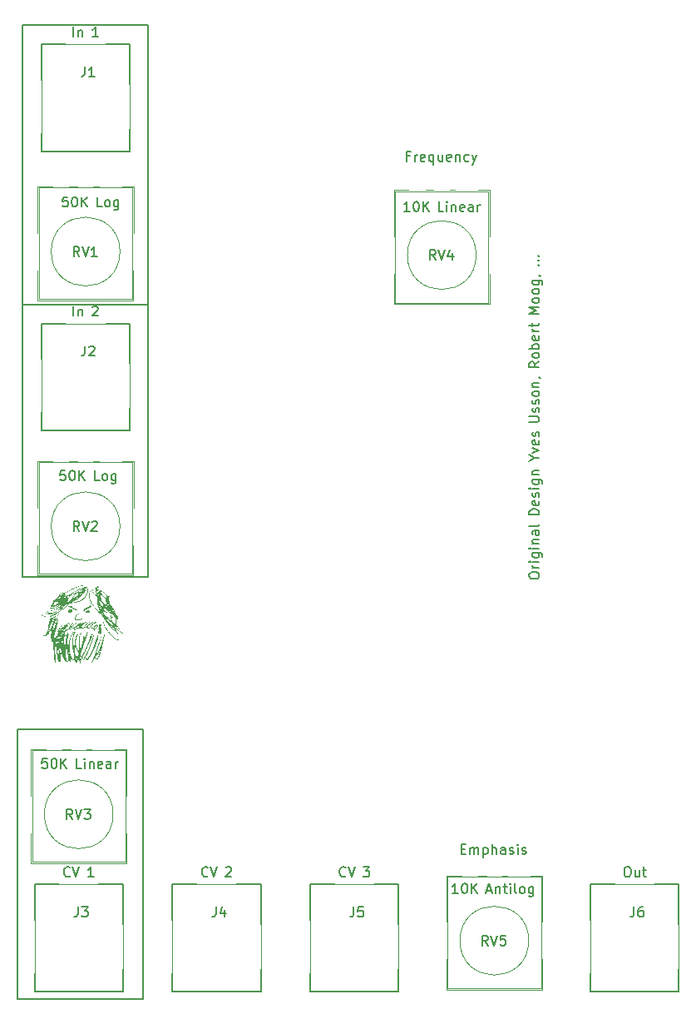
<source format=gbr>
%TF.GenerationSoftware,KiCad,Pcbnew,(7.0.0)*%
%TF.CreationDate,2023-08-02T14:23:00-04:00*%
%TF.ProjectId,Goom,476f6f6d-2e6b-4696-9361-645f70636258,rev?*%
%TF.SameCoordinates,Original*%
%TF.FileFunction,Legend,Top*%
%TF.FilePolarity,Positive*%
%FSLAX46Y46*%
G04 Gerber Fmt 4.6, Leading zero omitted, Abs format (unit mm)*
G04 Created by KiCad (PCBNEW (7.0.0)) date 2023-08-02 14:23:00*
%MOMM*%
%LPD*%
G01*
G04 APERTURE LIST*
%ADD10C,0.150000*%
%ADD11C,0.200000*%
%ADD12C,0.120000*%
%ADD13C,0.100000*%
G04 APERTURE END LIST*
D10*
X67168095Y-120138571D02*
X67501428Y-120138571D01*
X67644285Y-120662380D02*
X67168095Y-120662380D01*
X67168095Y-120662380D02*
X67168095Y-119662380D01*
X67168095Y-119662380D02*
X67644285Y-119662380D01*
X68072857Y-120662380D02*
X68072857Y-119995714D01*
X68072857Y-120090952D02*
X68120476Y-120043333D01*
X68120476Y-120043333D02*
X68215714Y-119995714D01*
X68215714Y-119995714D02*
X68358571Y-119995714D01*
X68358571Y-119995714D02*
X68453809Y-120043333D01*
X68453809Y-120043333D02*
X68501428Y-120138571D01*
X68501428Y-120138571D02*
X68501428Y-120662380D01*
X68501428Y-120138571D02*
X68549047Y-120043333D01*
X68549047Y-120043333D02*
X68644285Y-119995714D01*
X68644285Y-119995714D02*
X68787142Y-119995714D01*
X68787142Y-119995714D02*
X68882381Y-120043333D01*
X68882381Y-120043333D02*
X68930000Y-120138571D01*
X68930000Y-120138571D02*
X68930000Y-120662380D01*
X69406190Y-119995714D02*
X69406190Y-120995714D01*
X69406190Y-120043333D02*
X69501428Y-119995714D01*
X69501428Y-119995714D02*
X69691904Y-119995714D01*
X69691904Y-119995714D02*
X69787142Y-120043333D01*
X69787142Y-120043333D02*
X69834761Y-120090952D01*
X69834761Y-120090952D02*
X69882380Y-120186190D01*
X69882380Y-120186190D02*
X69882380Y-120471904D01*
X69882380Y-120471904D02*
X69834761Y-120567142D01*
X69834761Y-120567142D02*
X69787142Y-120614761D01*
X69787142Y-120614761D02*
X69691904Y-120662380D01*
X69691904Y-120662380D02*
X69501428Y-120662380D01*
X69501428Y-120662380D02*
X69406190Y-120614761D01*
X70310952Y-120662380D02*
X70310952Y-119662380D01*
X70739523Y-120662380D02*
X70739523Y-120138571D01*
X70739523Y-120138571D02*
X70691904Y-120043333D01*
X70691904Y-120043333D02*
X70596666Y-119995714D01*
X70596666Y-119995714D02*
X70453809Y-119995714D01*
X70453809Y-119995714D02*
X70358571Y-120043333D01*
X70358571Y-120043333D02*
X70310952Y-120090952D01*
X71644285Y-120662380D02*
X71644285Y-120138571D01*
X71644285Y-120138571D02*
X71596666Y-120043333D01*
X71596666Y-120043333D02*
X71501428Y-119995714D01*
X71501428Y-119995714D02*
X71310952Y-119995714D01*
X71310952Y-119995714D02*
X71215714Y-120043333D01*
X71644285Y-120614761D02*
X71549047Y-120662380D01*
X71549047Y-120662380D02*
X71310952Y-120662380D01*
X71310952Y-120662380D02*
X71215714Y-120614761D01*
X71215714Y-120614761D02*
X71168095Y-120519523D01*
X71168095Y-120519523D02*
X71168095Y-120424285D01*
X71168095Y-120424285D02*
X71215714Y-120329047D01*
X71215714Y-120329047D02*
X71310952Y-120281428D01*
X71310952Y-120281428D02*
X71549047Y-120281428D01*
X71549047Y-120281428D02*
X71644285Y-120233809D01*
X72072857Y-120614761D02*
X72168095Y-120662380D01*
X72168095Y-120662380D02*
X72358571Y-120662380D01*
X72358571Y-120662380D02*
X72453809Y-120614761D01*
X72453809Y-120614761D02*
X72501428Y-120519523D01*
X72501428Y-120519523D02*
X72501428Y-120471904D01*
X72501428Y-120471904D02*
X72453809Y-120376666D01*
X72453809Y-120376666D02*
X72358571Y-120329047D01*
X72358571Y-120329047D02*
X72215714Y-120329047D01*
X72215714Y-120329047D02*
X72120476Y-120281428D01*
X72120476Y-120281428D02*
X72072857Y-120186190D01*
X72072857Y-120186190D02*
X72072857Y-120138571D01*
X72072857Y-120138571D02*
X72120476Y-120043333D01*
X72120476Y-120043333D02*
X72215714Y-119995714D01*
X72215714Y-119995714D02*
X72358571Y-119995714D01*
X72358571Y-119995714D02*
X72453809Y-120043333D01*
X72930000Y-120662380D02*
X72930000Y-119995714D01*
X72930000Y-119662380D02*
X72882381Y-119710000D01*
X72882381Y-119710000D02*
X72930000Y-119757619D01*
X72930000Y-119757619D02*
X72977619Y-119710000D01*
X72977619Y-119710000D02*
X72930000Y-119662380D01*
X72930000Y-119662380D02*
X72930000Y-119757619D01*
X73358571Y-120614761D02*
X73453809Y-120662380D01*
X73453809Y-120662380D02*
X73644285Y-120662380D01*
X73644285Y-120662380D02*
X73739523Y-120614761D01*
X73739523Y-120614761D02*
X73787142Y-120519523D01*
X73787142Y-120519523D02*
X73787142Y-120471904D01*
X73787142Y-120471904D02*
X73739523Y-120376666D01*
X73739523Y-120376666D02*
X73644285Y-120329047D01*
X73644285Y-120329047D02*
X73501428Y-120329047D01*
X73501428Y-120329047D02*
X73406190Y-120281428D01*
X73406190Y-120281428D02*
X73358571Y-120186190D01*
X73358571Y-120186190D02*
X73358571Y-120138571D01*
X73358571Y-120138571D02*
X73406190Y-120043333D01*
X73406190Y-120043333D02*
X73501428Y-119995714D01*
X73501428Y-119995714D02*
X73644285Y-119995714D01*
X73644285Y-119995714D02*
X73739523Y-120043333D01*
X61931428Y-49668571D02*
X61598095Y-49668571D01*
X61598095Y-50192380D02*
X61598095Y-49192380D01*
X61598095Y-49192380D02*
X62074285Y-49192380D01*
X62455238Y-50192380D02*
X62455238Y-49525714D01*
X62455238Y-49716190D02*
X62502857Y-49620952D01*
X62502857Y-49620952D02*
X62550476Y-49573333D01*
X62550476Y-49573333D02*
X62645714Y-49525714D01*
X62645714Y-49525714D02*
X62740952Y-49525714D01*
X63455238Y-50144761D02*
X63360000Y-50192380D01*
X63360000Y-50192380D02*
X63169524Y-50192380D01*
X63169524Y-50192380D02*
X63074286Y-50144761D01*
X63074286Y-50144761D02*
X63026667Y-50049523D01*
X63026667Y-50049523D02*
X63026667Y-49668571D01*
X63026667Y-49668571D02*
X63074286Y-49573333D01*
X63074286Y-49573333D02*
X63169524Y-49525714D01*
X63169524Y-49525714D02*
X63360000Y-49525714D01*
X63360000Y-49525714D02*
X63455238Y-49573333D01*
X63455238Y-49573333D02*
X63502857Y-49668571D01*
X63502857Y-49668571D02*
X63502857Y-49763809D01*
X63502857Y-49763809D02*
X63026667Y-49859047D01*
X64360000Y-49525714D02*
X64360000Y-50525714D01*
X64360000Y-50144761D02*
X64264762Y-50192380D01*
X64264762Y-50192380D02*
X64074286Y-50192380D01*
X64074286Y-50192380D02*
X63979048Y-50144761D01*
X63979048Y-50144761D02*
X63931429Y-50097142D01*
X63931429Y-50097142D02*
X63883810Y-50001904D01*
X63883810Y-50001904D02*
X63883810Y-49716190D01*
X63883810Y-49716190D02*
X63931429Y-49620952D01*
X63931429Y-49620952D02*
X63979048Y-49573333D01*
X63979048Y-49573333D02*
X64074286Y-49525714D01*
X64074286Y-49525714D02*
X64264762Y-49525714D01*
X64264762Y-49525714D02*
X64360000Y-49573333D01*
X65264762Y-49525714D02*
X65264762Y-50192380D01*
X64836191Y-49525714D02*
X64836191Y-50049523D01*
X64836191Y-50049523D02*
X64883810Y-50144761D01*
X64883810Y-50144761D02*
X64979048Y-50192380D01*
X64979048Y-50192380D02*
X65121905Y-50192380D01*
X65121905Y-50192380D02*
X65217143Y-50144761D01*
X65217143Y-50144761D02*
X65264762Y-50097142D01*
X66121905Y-50144761D02*
X66026667Y-50192380D01*
X66026667Y-50192380D02*
X65836191Y-50192380D01*
X65836191Y-50192380D02*
X65740953Y-50144761D01*
X65740953Y-50144761D02*
X65693334Y-50049523D01*
X65693334Y-50049523D02*
X65693334Y-49668571D01*
X65693334Y-49668571D02*
X65740953Y-49573333D01*
X65740953Y-49573333D02*
X65836191Y-49525714D01*
X65836191Y-49525714D02*
X66026667Y-49525714D01*
X66026667Y-49525714D02*
X66121905Y-49573333D01*
X66121905Y-49573333D02*
X66169524Y-49668571D01*
X66169524Y-49668571D02*
X66169524Y-49763809D01*
X66169524Y-49763809D02*
X65693334Y-49859047D01*
X66598096Y-49525714D02*
X66598096Y-50192380D01*
X66598096Y-49620952D02*
X66645715Y-49573333D01*
X66645715Y-49573333D02*
X66740953Y-49525714D01*
X66740953Y-49525714D02*
X66883810Y-49525714D01*
X66883810Y-49525714D02*
X66979048Y-49573333D01*
X66979048Y-49573333D02*
X67026667Y-49668571D01*
X67026667Y-49668571D02*
X67026667Y-50192380D01*
X67931429Y-50144761D02*
X67836191Y-50192380D01*
X67836191Y-50192380D02*
X67645715Y-50192380D01*
X67645715Y-50192380D02*
X67550477Y-50144761D01*
X67550477Y-50144761D02*
X67502858Y-50097142D01*
X67502858Y-50097142D02*
X67455239Y-50001904D01*
X67455239Y-50001904D02*
X67455239Y-49716190D01*
X67455239Y-49716190D02*
X67502858Y-49620952D01*
X67502858Y-49620952D02*
X67550477Y-49573333D01*
X67550477Y-49573333D02*
X67645715Y-49525714D01*
X67645715Y-49525714D02*
X67836191Y-49525714D01*
X67836191Y-49525714D02*
X67931429Y-49573333D01*
X68264763Y-49525714D02*
X68502858Y-50192380D01*
X68740953Y-49525714D02*
X68502858Y-50192380D01*
X68502858Y-50192380D02*
X68407620Y-50430476D01*
X68407620Y-50430476D02*
X68360001Y-50478095D01*
X68360001Y-50478095D02*
X68264763Y-50525714D01*
X22479000Y-36322000D02*
X35306000Y-36322000D01*
X35306000Y-36322000D02*
X35306000Y-64770000D01*
X35306000Y-64770000D02*
X22479000Y-64770000D01*
X22479000Y-64770000D02*
X22479000Y-36322000D01*
X22479000Y-64770000D02*
X35306000Y-64770000D01*
X35306000Y-64770000D02*
X35306000Y-92456000D01*
X35306000Y-92456000D02*
X22479000Y-92456000D01*
X22479000Y-92456000D02*
X22479000Y-64770000D01*
X21971000Y-107950000D02*
X34798000Y-107950000D01*
X34798000Y-107950000D02*
X34798000Y-135382000D01*
X34798000Y-135382000D02*
X21971000Y-135382000D01*
X21971000Y-135382000D02*
X21971000Y-107950000D01*
X74093380Y-92408428D02*
X74093380Y-92217952D01*
X74093380Y-92217952D02*
X74141000Y-92122714D01*
X74141000Y-92122714D02*
X74236238Y-92027476D01*
X74236238Y-92027476D02*
X74426714Y-91979857D01*
X74426714Y-91979857D02*
X74760047Y-91979857D01*
X74760047Y-91979857D02*
X74950523Y-92027476D01*
X74950523Y-92027476D02*
X75045761Y-92122714D01*
X75045761Y-92122714D02*
X75093380Y-92217952D01*
X75093380Y-92217952D02*
X75093380Y-92408428D01*
X75093380Y-92408428D02*
X75045761Y-92503666D01*
X75045761Y-92503666D02*
X74950523Y-92598904D01*
X74950523Y-92598904D02*
X74760047Y-92646523D01*
X74760047Y-92646523D02*
X74426714Y-92646523D01*
X74426714Y-92646523D02*
X74236238Y-92598904D01*
X74236238Y-92598904D02*
X74141000Y-92503666D01*
X74141000Y-92503666D02*
X74093380Y-92408428D01*
X75093380Y-91551285D02*
X74426714Y-91551285D01*
X74617190Y-91551285D02*
X74521952Y-91503666D01*
X74521952Y-91503666D02*
X74474333Y-91456047D01*
X74474333Y-91456047D02*
X74426714Y-91360809D01*
X74426714Y-91360809D02*
X74426714Y-91265571D01*
X75093380Y-90932237D02*
X74426714Y-90932237D01*
X74093380Y-90932237D02*
X74141000Y-90979856D01*
X74141000Y-90979856D02*
X74188619Y-90932237D01*
X74188619Y-90932237D02*
X74141000Y-90884618D01*
X74141000Y-90884618D02*
X74093380Y-90932237D01*
X74093380Y-90932237D02*
X74188619Y-90932237D01*
X74426714Y-90027476D02*
X75236238Y-90027476D01*
X75236238Y-90027476D02*
X75331476Y-90075095D01*
X75331476Y-90075095D02*
X75379095Y-90122714D01*
X75379095Y-90122714D02*
X75426714Y-90217952D01*
X75426714Y-90217952D02*
X75426714Y-90360809D01*
X75426714Y-90360809D02*
X75379095Y-90456047D01*
X75045761Y-90027476D02*
X75093380Y-90122714D01*
X75093380Y-90122714D02*
X75093380Y-90313190D01*
X75093380Y-90313190D02*
X75045761Y-90408428D01*
X75045761Y-90408428D02*
X74998142Y-90456047D01*
X74998142Y-90456047D02*
X74902904Y-90503666D01*
X74902904Y-90503666D02*
X74617190Y-90503666D01*
X74617190Y-90503666D02*
X74521952Y-90456047D01*
X74521952Y-90456047D02*
X74474333Y-90408428D01*
X74474333Y-90408428D02*
X74426714Y-90313190D01*
X74426714Y-90313190D02*
X74426714Y-90122714D01*
X74426714Y-90122714D02*
X74474333Y-90027476D01*
X75093380Y-89551285D02*
X74426714Y-89551285D01*
X74093380Y-89551285D02*
X74141000Y-89598904D01*
X74141000Y-89598904D02*
X74188619Y-89551285D01*
X74188619Y-89551285D02*
X74141000Y-89503666D01*
X74141000Y-89503666D02*
X74093380Y-89551285D01*
X74093380Y-89551285D02*
X74188619Y-89551285D01*
X74426714Y-89075095D02*
X75093380Y-89075095D01*
X74521952Y-89075095D02*
X74474333Y-89027476D01*
X74474333Y-89027476D02*
X74426714Y-88932238D01*
X74426714Y-88932238D02*
X74426714Y-88789381D01*
X74426714Y-88789381D02*
X74474333Y-88694143D01*
X74474333Y-88694143D02*
X74569571Y-88646524D01*
X74569571Y-88646524D02*
X75093380Y-88646524D01*
X75093380Y-87741762D02*
X74569571Y-87741762D01*
X74569571Y-87741762D02*
X74474333Y-87789381D01*
X74474333Y-87789381D02*
X74426714Y-87884619D01*
X74426714Y-87884619D02*
X74426714Y-88075095D01*
X74426714Y-88075095D02*
X74474333Y-88170333D01*
X75045761Y-87741762D02*
X75093380Y-87837000D01*
X75093380Y-87837000D02*
X75093380Y-88075095D01*
X75093380Y-88075095D02*
X75045761Y-88170333D01*
X75045761Y-88170333D02*
X74950523Y-88217952D01*
X74950523Y-88217952D02*
X74855285Y-88217952D01*
X74855285Y-88217952D02*
X74760047Y-88170333D01*
X74760047Y-88170333D02*
X74712428Y-88075095D01*
X74712428Y-88075095D02*
X74712428Y-87837000D01*
X74712428Y-87837000D02*
X74664809Y-87741762D01*
X75093380Y-87122714D02*
X75045761Y-87217952D01*
X75045761Y-87217952D02*
X74950523Y-87265571D01*
X74950523Y-87265571D02*
X74093380Y-87265571D01*
X75093380Y-86141761D02*
X74093380Y-86141761D01*
X74093380Y-86141761D02*
X74093380Y-85903666D01*
X74093380Y-85903666D02*
X74141000Y-85760809D01*
X74141000Y-85760809D02*
X74236238Y-85665571D01*
X74236238Y-85665571D02*
X74331476Y-85617952D01*
X74331476Y-85617952D02*
X74521952Y-85570333D01*
X74521952Y-85570333D02*
X74664809Y-85570333D01*
X74664809Y-85570333D02*
X74855285Y-85617952D01*
X74855285Y-85617952D02*
X74950523Y-85665571D01*
X74950523Y-85665571D02*
X75045761Y-85760809D01*
X75045761Y-85760809D02*
X75093380Y-85903666D01*
X75093380Y-85903666D02*
X75093380Y-86141761D01*
X75045761Y-84760809D02*
X75093380Y-84856047D01*
X75093380Y-84856047D02*
X75093380Y-85046523D01*
X75093380Y-85046523D02*
X75045761Y-85141761D01*
X75045761Y-85141761D02*
X74950523Y-85189380D01*
X74950523Y-85189380D02*
X74569571Y-85189380D01*
X74569571Y-85189380D02*
X74474333Y-85141761D01*
X74474333Y-85141761D02*
X74426714Y-85046523D01*
X74426714Y-85046523D02*
X74426714Y-84856047D01*
X74426714Y-84856047D02*
X74474333Y-84760809D01*
X74474333Y-84760809D02*
X74569571Y-84713190D01*
X74569571Y-84713190D02*
X74664809Y-84713190D01*
X74664809Y-84713190D02*
X74760047Y-85189380D01*
X75045761Y-84332237D02*
X75093380Y-84236999D01*
X75093380Y-84236999D02*
X75093380Y-84046523D01*
X75093380Y-84046523D02*
X75045761Y-83951285D01*
X75045761Y-83951285D02*
X74950523Y-83903666D01*
X74950523Y-83903666D02*
X74902904Y-83903666D01*
X74902904Y-83903666D02*
X74807666Y-83951285D01*
X74807666Y-83951285D02*
X74760047Y-84046523D01*
X74760047Y-84046523D02*
X74760047Y-84189380D01*
X74760047Y-84189380D02*
X74712428Y-84284618D01*
X74712428Y-84284618D02*
X74617190Y-84332237D01*
X74617190Y-84332237D02*
X74569571Y-84332237D01*
X74569571Y-84332237D02*
X74474333Y-84284618D01*
X74474333Y-84284618D02*
X74426714Y-84189380D01*
X74426714Y-84189380D02*
X74426714Y-84046523D01*
X74426714Y-84046523D02*
X74474333Y-83951285D01*
X75093380Y-83475094D02*
X74426714Y-83475094D01*
X74093380Y-83475094D02*
X74141000Y-83522713D01*
X74141000Y-83522713D02*
X74188619Y-83475094D01*
X74188619Y-83475094D02*
X74141000Y-83427475D01*
X74141000Y-83427475D02*
X74093380Y-83475094D01*
X74093380Y-83475094D02*
X74188619Y-83475094D01*
X74426714Y-82570333D02*
X75236238Y-82570333D01*
X75236238Y-82570333D02*
X75331476Y-82617952D01*
X75331476Y-82617952D02*
X75379095Y-82665571D01*
X75379095Y-82665571D02*
X75426714Y-82760809D01*
X75426714Y-82760809D02*
X75426714Y-82903666D01*
X75426714Y-82903666D02*
X75379095Y-82998904D01*
X75045761Y-82570333D02*
X75093380Y-82665571D01*
X75093380Y-82665571D02*
X75093380Y-82856047D01*
X75093380Y-82856047D02*
X75045761Y-82951285D01*
X75045761Y-82951285D02*
X74998142Y-82998904D01*
X74998142Y-82998904D02*
X74902904Y-83046523D01*
X74902904Y-83046523D02*
X74617190Y-83046523D01*
X74617190Y-83046523D02*
X74521952Y-82998904D01*
X74521952Y-82998904D02*
X74474333Y-82951285D01*
X74474333Y-82951285D02*
X74426714Y-82856047D01*
X74426714Y-82856047D02*
X74426714Y-82665571D01*
X74426714Y-82665571D02*
X74474333Y-82570333D01*
X74426714Y-82094142D02*
X75093380Y-82094142D01*
X74521952Y-82094142D02*
X74474333Y-82046523D01*
X74474333Y-82046523D02*
X74426714Y-81951285D01*
X74426714Y-81951285D02*
X74426714Y-81808428D01*
X74426714Y-81808428D02*
X74474333Y-81713190D01*
X74474333Y-81713190D02*
X74569571Y-81665571D01*
X74569571Y-81665571D02*
X75093380Y-81665571D01*
X74617190Y-80398904D02*
X75093380Y-80398904D01*
X74093380Y-80732237D02*
X74617190Y-80398904D01*
X74617190Y-80398904D02*
X74093380Y-80065571D01*
X74426714Y-79827475D02*
X75093380Y-79589380D01*
X75093380Y-79589380D02*
X74426714Y-79351285D01*
X75045761Y-78589380D02*
X75093380Y-78684618D01*
X75093380Y-78684618D02*
X75093380Y-78875094D01*
X75093380Y-78875094D02*
X75045761Y-78970332D01*
X75045761Y-78970332D02*
X74950523Y-79017951D01*
X74950523Y-79017951D02*
X74569571Y-79017951D01*
X74569571Y-79017951D02*
X74474333Y-78970332D01*
X74474333Y-78970332D02*
X74426714Y-78875094D01*
X74426714Y-78875094D02*
X74426714Y-78684618D01*
X74426714Y-78684618D02*
X74474333Y-78589380D01*
X74474333Y-78589380D02*
X74569571Y-78541761D01*
X74569571Y-78541761D02*
X74664809Y-78541761D01*
X74664809Y-78541761D02*
X74760047Y-79017951D01*
X75045761Y-78160808D02*
X75093380Y-78065570D01*
X75093380Y-78065570D02*
X75093380Y-77875094D01*
X75093380Y-77875094D02*
X75045761Y-77779856D01*
X75045761Y-77779856D02*
X74950523Y-77732237D01*
X74950523Y-77732237D02*
X74902904Y-77732237D01*
X74902904Y-77732237D02*
X74807666Y-77779856D01*
X74807666Y-77779856D02*
X74760047Y-77875094D01*
X74760047Y-77875094D02*
X74760047Y-78017951D01*
X74760047Y-78017951D02*
X74712428Y-78113189D01*
X74712428Y-78113189D02*
X74617190Y-78160808D01*
X74617190Y-78160808D02*
X74569571Y-78160808D01*
X74569571Y-78160808D02*
X74474333Y-78113189D01*
X74474333Y-78113189D02*
X74426714Y-78017951D01*
X74426714Y-78017951D02*
X74426714Y-77875094D01*
X74426714Y-77875094D02*
X74474333Y-77779856D01*
X74093380Y-76703665D02*
X74902904Y-76703665D01*
X74902904Y-76703665D02*
X74998142Y-76656046D01*
X74998142Y-76656046D02*
X75045761Y-76608427D01*
X75045761Y-76608427D02*
X75093380Y-76513189D01*
X75093380Y-76513189D02*
X75093380Y-76322713D01*
X75093380Y-76322713D02*
X75045761Y-76227475D01*
X75045761Y-76227475D02*
X74998142Y-76179856D01*
X74998142Y-76179856D02*
X74902904Y-76132237D01*
X74902904Y-76132237D02*
X74093380Y-76132237D01*
X75045761Y-75703665D02*
X75093380Y-75608427D01*
X75093380Y-75608427D02*
X75093380Y-75417951D01*
X75093380Y-75417951D02*
X75045761Y-75322713D01*
X75045761Y-75322713D02*
X74950523Y-75275094D01*
X74950523Y-75275094D02*
X74902904Y-75275094D01*
X74902904Y-75275094D02*
X74807666Y-75322713D01*
X74807666Y-75322713D02*
X74760047Y-75417951D01*
X74760047Y-75417951D02*
X74760047Y-75560808D01*
X74760047Y-75560808D02*
X74712428Y-75656046D01*
X74712428Y-75656046D02*
X74617190Y-75703665D01*
X74617190Y-75703665D02*
X74569571Y-75703665D01*
X74569571Y-75703665D02*
X74474333Y-75656046D01*
X74474333Y-75656046D02*
X74426714Y-75560808D01*
X74426714Y-75560808D02*
X74426714Y-75417951D01*
X74426714Y-75417951D02*
X74474333Y-75322713D01*
X75045761Y-74894141D02*
X75093380Y-74798903D01*
X75093380Y-74798903D02*
X75093380Y-74608427D01*
X75093380Y-74608427D02*
X75045761Y-74513189D01*
X75045761Y-74513189D02*
X74950523Y-74465570D01*
X74950523Y-74465570D02*
X74902904Y-74465570D01*
X74902904Y-74465570D02*
X74807666Y-74513189D01*
X74807666Y-74513189D02*
X74760047Y-74608427D01*
X74760047Y-74608427D02*
X74760047Y-74751284D01*
X74760047Y-74751284D02*
X74712428Y-74846522D01*
X74712428Y-74846522D02*
X74617190Y-74894141D01*
X74617190Y-74894141D02*
X74569571Y-74894141D01*
X74569571Y-74894141D02*
X74474333Y-74846522D01*
X74474333Y-74846522D02*
X74426714Y-74751284D01*
X74426714Y-74751284D02*
X74426714Y-74608427D01*
X74426714Y-74608427D02*
X74474333Y-74513189D01*
X75093380Y-73894141D02*
X75045761Y-73989379D01*
X75045761Y-73989379D02*
X74998142Y-74036998D01*
X74998142Y-74036998D02*
X74902904Y-74084617D01*
X74902904Y-74084617D02*
X74617190Y-74084617D01*
X74617190Y-74084617D02*
X74521952Y-74036998D01*
X74521952Y-74036998D02*
X74474333Y-73989379D01*
X74474333Y-73989379D02*
X74426714Y-73894141D01*
X74426714Y-73894141D02*
X74426714Y-73751284D01*
X74426714Y-73751284D02*
X74474333Y-73656046D01*
X74474333Y-73656046D02*
X74521952Y-73608427D01*
X74521952Y-73608427D02*
X74617190Y-73560808D01*
X74617190Y-73560808D02*
X74902904Y-73560808D01*
X74902904Y-73560808D02*
X74998142Y-73608427D01*
X74998142Y-73608427D02*
X75045761Y-73656046D01*
X75045761Y-73656046D02*
X75093380Y-73751284D01*
X75093380Y-73751284D02*
X75093380Y-73894141D01*
X74426714Y-73132236D02*
X75093380Y-73132236D01*
X74521952Y-73132236D02*
X74474333Y-73084617D01*
X74474333Y-73084617D02*
X74426714Y-72989379D01*
X74426714Y-72989379D02*
X74426714Y-72846522D01*
X74426714Y-72846522D02*
X74474333Y-72751284D01*
X74474333Y-72751284D02*
X74569571Y-72703665D01*
X74569571Y-72703665D02*
X75093380Y-72703665D01*
X75045761Y-72179855D02*
X75093380Y-72179855D01*
X75093380Y-72179855D02*
X75188619Y-72227474D01*
X75188619Y-72227474D02*
X75236238Y-72275093D01*
X75093380Y-70579856D02*
X74617190Y-70913189D01*
X75093380Y-71151284D02*
X74093380Y-71151284D01*
X74093380Y-71151284D02*
X74093380Y-70770332D01*
X74093380Y-70770332D02*
X74141000Y-70675094D01*
X74141000Y-70675094D02*
X74188619Y-70627475D01*
X74188619Y-70627475D02*
X74283857Y-70579856D01*
X74283857Y-70579856D02*
X74426714Y-70579856D01*
X74426714Y-70579856D02*
X74521952Y-70627475D01*
X74521952Y-70627475D02*
X74569571Y-70675094D01*
X74569571Y-70675094D02*
X74617190Y-70770332D01*
X74617190Y-70770332D02*
X74617190Y-71151284D01*
X75093380Y-70008427D02*
X75045761Y-70103665D01*
X75045761Y-70103665D02*
X74998142Y-70151284D01*
X74998142Y-70151284D02*
X74902904Y-70198903D01*
X74902904Y-70198903D02*
X74617190Y-70198903D01*
X74617190Y-70198903D02*
X74521952Y-70151284D01*
X74521952Y-70151284D02*
X74474333Y-70103665D01*
X74474333Y-70103665D02*
X74426714Y-70008427D01*
X74426714Y-70008427D02*
X74426714Y-69865570D01*
X74426714Y-69865570D02*
X74474333Y-69770332D01*
X74474333Y-69770332D02*
X74521952Y-69722713D01*
X74521952Y-69722713D02*
X74617190Y-69675094D01*
X74617190Y-69675094D02*
X74902904Y-69675094D01*
X74902904Y-69675094D02*
X74998142Y-69722713D01*
X74998142Y-69722713D02*
X75045761Y-69770332D01*
X75045761Y-69770332D02*
X75093380Y-69865570D01*
X75093380Y-69865570D02*
X75093380Y-70008427D01*
X75093380Y-69246522D02*
X74093380Y-69246522D01*
X74474333Y-69246522D02*
X74426714Y-69151284D01*
X74426714Y-69151284D02*
X74426714Y-68960808D01*
X74426714Y-68960808D02*
X74474333Y-68865570D01*
X74474333Y-68865570D02*
X74521952Y-68817951D01*
X74521952Y-68817951D02*
X74617190Y-68770332D01*
X74617190Y-68770332D02*
X74902904Y-68770332D01*
X74902904Y-68770332D02*
X74998142Y-68817951D01*
X74998142Y-68817951D02*
X75045761Y-68865570D01*
X75045761Y-68865570D02*
X75093380Y-68960808D01*
X75093380Y-68960808D02*
X75093380Y-69151284D01*
X75093380Y-69151284D02*
X75045761Y-69246522D01*
X75045761Y-67960808D02*
X75093380Y-68056046D01*
X75093380Y-68056046D02*
X75093380Y-68246522D01*
X75093380Y-68246522D02*
X75045761Y-68341760D01*
X75045761Y-68341760D02*
X74950523Y-68389379D01*
X74950523Y-68389379D02*
X74569571Y-68389379D01*
X74569571Y-68389379D02*
X74474333Y-68341760D01*
X74474333Y-68341760D02*
X74426714Y-68246522D01*
X74426714Y-68246522D02*
X74426714Y-68056046D01*
X74426714Y-68056046D02*
X74474333Y-67960808D01*
X74474333Y-67960808D02*
X74569571Y-67913189D01*
X74569571Y-67913189D02*
X74664809Y-67913189D01*
X74664809Y-67913189D02*
X74760047Y-68389379D01*
X75093380Y-67484617D02*
X74426714Y-67484617D01*
X74617190Y-67484617D02*
X74521952Y-67436998D01*
X74521952Y-67436998D02*
X74474333Y-67389379D01*
X74474333Y-67389379D02*
X74426714Y-67294141D01*
X74426714Y-67294141D02*
X74426714Y-67198903D01*
X74426714Y-67008426D02*
X74426714Y-66627474D01*
X74093380Y-66865569D02*
X74950523Y-66865569D01*
X74950523Y-66865569D02*
X75045761Y-66817950D01*
X75045761Y-66817950D02*
X75093380Y-66722712D01*
X75093380Y-66722712D02*
X75093380Y-66627474D01*
X75093380Y-65694140D02*
X74093380Y-65694140D01*
X74093380Y-65694140D02*
X74807666Y-65360807D01*
X74807666Y-65360807D02*
X74093380Y-65027474D01*
X74093380Y-65027474D02*
X75093380Y-65027474D01*
X75093380Y-64408426D02*
X75045761Y-64503664D01*
X75045761Y-64503664D02*
X74998142Y-64551283D01*
X74998142Y-64551283D02*
X74902904Y-64598902D01*
X74902904Y-64598902D02*
X74617190Y-64598902D01*
X74617190Y-64598902D02*
X74521952Y-64551283D01*
X74521952Y-64551283D02*
X74474333Y-64503664D01*
X74474333Y-64503664D02*
X74426714Y-64408426D01*
X74426714Y-64408426D02*
X74426714Y-64265569D01*
X74426714Y-64265569D02*
X74474333Y-64170331D01*
X74474333Y-64170331D02*
X74521952Y-64122712D01*
X74521952Y-64122712D02*
X74617190Y-64075093D01*
X74617190Y-64075093D02*
X74902904Y-64075093D01*
X74902904Y-64075093D02*
X74998142Y-64122712D01*
X74998142Y-64122712D02*
X75045761Y-64170331D01*
X75045761Y-64170331D02*
X75093380Y-64265569D01*
X75093380Y-64265569D02*
X75093380Y-64408426D01*
X75093380Y-63503664D02*
X75045761Y-63598902D01*
X75045761Y-63598902D02*
X74998142Y-63646521D01*
X74998142Y-63646521D02*
X74902904Y-63694140D01*
X74902904Y-63694140D02*
X74617190Y-63694140D01*
X74617190Y-63694140D02*
X74521952Y-63646521D01*
X74521952Y-63646521D02*
X74474333Y-63598902D01*
X74474333Y-63598902D02*
X74426714Y-63503664D01*
X74426714Y-63503664D02*
X74426714Y-63360807D01*
X74426714Y-63360807D02*
X74474333Y-63265569D01*
X74474333Y-63265569D02*
X74521952Y-63217950D01*
X74521952Y-63217950D02*
X74617190Y-63170331D01*
X74617190Y-63170331D02*
X74902904Y-63170331D01*
X74902904Y-63170331D02*
X74998142Y-63217950D01*
X74998142Y-63217950D02*
X75045761Y-63265569D01*
X75045761Y-63265569D02*
X75093380Y-63360807D01*
X75093380Y-63360807D02*
X75093380Y-63503664D01*
X74426714Y-62313188D02*
X75236238Y-62313188D01*
X75236238Y-62313188D02*
X75331476Y-62360807D01*
X75331476Y-62360807D02*
X75379095Y-62408426D01*
X75379095Y-62408426D02*
X75426714Y-62503664D01*
X75426714Y-62503664D02*
X75426714Y-62646521D01*
X75426714Y-62646521D02*
X75379095Y-62741759D01*
X75045761Y-62313188D02*
X75093380Y-62408426D01*
X75093380Y-62408426D02*
X75093380Y-62598902D01*
X75093380Y-62598902D02*
X75045761Y-62694140D01*
X75045761Y-62694140D02*
X74998142Y-62741759D01*
X74998142Y-62741759D02*
X74902904Y-62789378D01*
X74902904Y-62789378D02*
X74617190Y-62789378D01*
X74617190Y-62789378D02*
X74521952Y-62741759D01*
X74521952Y-62741759D02*
X74474333Y-62694140D01*
X74474333Y-62694140D02*
X74426714Y-62598902D01*
X74426714Y-62598902D02*
X74426714Y-62408426D01*
X74426714Y-62408426D02*
X74474333Y-62313188D01*
X75045761Y-61789378D02*
X75093380Y-61789378D01*
X75093380Y-61789378D02*
X75188619Y-61836997D01*
X75188619Y-61836997D02*
X75236238Y-61884616D01*
X74998142Y-60760807D02*
X75045761Y-60713188D01*
X75045761Y-60713188D02*
X75093380Y-60760807D01*
X75093380Y-60760807D02*
X75045761Y-60808426D01*
X75045761Y-60808426D02*
X74998142Y-60760807D01*
X74998142Y-60760807D02*
X75093380Y-60760807D01*
X74998142Y-60284617D02*
X75045761Y-60236998D01*
X75045761Y-60236998D02*
X75093380Y-60284617D01*
X75093380Y-60284617D02*
X75045761Y-60332236D01*
X75045761Y-60332236D02*
X74998142Y-60284617D01*
X74998142Y-60284617D02*
X75093380Y-60284617D01*
X74998142Y-59808427D02*
X75045761Y-59760808D01*
X75045761Y-59760808D02*
X75093380Y-59808427D01*
X75093380Y-59808427D02*
X75045761Y-59856046D01*
X75045761Y-59856046D02*
X74998142Y-59808427D01*
X74998142Y-59808427D02*
X75093380Y-59808427D01*
%TO.C,J6*%
X84756666Y-126021380D02*
X84756666Y-126735666D01*
X84756666Y-126735666D02*
X84709047Y-126878523D01*
X84709047Y-126878523D02*
X84613809Y-126973761D01*
X84613809Y-126973761D02*
X84470952Y-127021380D01*
X84470952Y-127021380D02*
X84375714Y-127021380D01*
X85661428Y-126021380D02*
X85470952Y-126021380D01*
X85470952Y-126021380D02*
X85375714Y-126069000D01*
X85375714Y-126069000D02*
X85328095Y-126116619D01*
X85328095Y-126116619D02*
X85232857Y-126259476D01*
X85232857Y-126259476D02*
X85185238Y-126449952D01*
X85185238Y-126449952D02*
X85185238Y-126830904D01*
X85185238Y-126830904D02*
X85232857Y-126926142D01*
X85232857Y-126926142D02*
X85280476Y-126973761D01*
X85280476Y-126973761D02*
X85375714Y-127021380D01*
X85375714Y-127021380D02*
X85566190Y-127021380D01*
X85566190Y-127021380D02*
X85661428Y-126973761D01*
X85661428Y-126973761D02*
X85709047Y-126926142D01*
X85709047Y-126926142D02*
X85756666Y-126830904D01*
X85756666Y-126830904D02*
X85756666Y-126592809D01*
X85756666Y-126592809D02*
X85709047Y-126497571D01*
X85709047Y-126497571D02*
X85661428Y-126449952D01*
X85661428Y-126449952D02*
X85566190Y-126402333D01*
X85566190Y-126402333D02*
X85375714Y-126402333D01*
X85375714Y-126402333D02*
X85280476Y-126449952D01*
X85280476Y-126449952D02*
X85232857Y-126497571D01*
X85232857Y-126497571D02*
X85185238Y-126592809D01*
X84002666Y-121957380D02*
X84193142Y-121957380D01*
X84193142Y-121957380D02*
X84288380Y-122005000D01*
X84288380Y-122005000D02*
X84383618Y-122100238D01*
X84383618Y-122100238D02*
X84431237Y-122290714D01*
X84431237Y-122290714D02*
X84431237Y-122624047D01*
X84431237Y-122624047D02*
X84383618Y-122814523D01*
X84383618Y-122814523D02*
X84288380Y-122909761D01*
X84288380Y-122909761D02*
X84193142Y-122957380D01*
X84193142Y-122957380D02*
X84002666Y-122957380D01*
X84002666Y-122957380D02*
X83907428Y-122909761D01*
X83907428Y-122909761D02*
X83812190Y-122814523D01*
X83812190Y-122814523D02*
X83764571Y-122624047D01*
X83764571Y-122624047D02*
X83764571Y-122290714D01*
X83764571Y-122290714D02*
X83812190Y-122100238D01*
X83812190Y-122100238D02*
X83907428Y-122005000D01*
X83907428Y-122005000D02*
X84002666Y-121957380D01*
X85288380Y-122290714D02*
X85288380Y-122957380D01*
X84859809Y-122290714D02*
X84859809Y-122814523D01*
X84859809Y-122814523D02*
X84907428Y-122909761D01*
X84907428Y-122909761D02*
X85002666Y-122957380D01*
X85002666Y-122957380D02*
X85145523Y-122957380D01*
X85145523Y-122957380D02*
X85240761Y-122909761D01*
X85240761Y-122909761D02*
X85288380Y-122862142D01*
X85621714Y-122290714D02*
X86002666Y-122290714D01*
X85764571Y-121957380D02*
X85764571Y-122814523D01*
X85764571Y-122814523D02*
X85812190Y-122909761D01*
X85812190Y-122909761D02*
X85907428Y-122957380D01*
X85907428Y-122957380D02*
X86002666Y-122957380D01*
%TO.C,RV5*%
X66846894Y-124649580D02*
X66275466Y-124649580D01*
X66561180Y-124649580D02*
X66561180Y-123649580D01*
X66561180Y-123649580D02*
X66465942Y-123792438D01*
X66465942Y-123792438D02*
X66370704Y-123887676D01*
X66370704Y-123887676D02*
X66275466Y-123935295D01*
X67465942Y-123649580D02*
X67561180Y-123649580D01*
X67561180Y-123649580D02*
X67656418Y-123697200D01*
X67656418Y-123697200D02*
X67704037Y-123744819D01*
X67704037Y-123744819D02*
X67751656Y-123840057D01*
X67751656Y-123840057D02*
X67799275Y-124030533D01*
X67799275Y-124030533D02*
X67799275Y-124268628D01*
X67799275Y-124268628D02*
X67751656Y-124459104D01*
X67751656Y-124459104D02*
X67704037Y-124554342D01*
X67704037Y-124554342D02*
X67656418Y-124601961D01*
X67656418Y-124601961D02*
X67561180Y-124649580D01*
X67561180Y-124649580D02*
X67465942Y-124649580D01*
X67465942Y-124649580D02*
X67370704Y-124601961D01*
X67370704Y-124601961D02*
X67323085Y-124554342D01*
X67323085Y-124554342D02*
X67275466Y-124459104D01*
X67275466Y-124459104D02*
X67227847Y-124268628D01*
X67227847Y-124268628D02*
X67227847Y-124030533D01*
X67227847Y-124030533D02*
X67275466Y-123840057D01*
X67275466Y-123840057D02*
X67323085Y-123744819D01*
X67323085Y-123744819D02*
X67370704Y-123697200D01*
X67370704Y-123697200D02*
X67465942Y-123649580D01*
X68227847Y-124649580D02*
X68227847Y-123649580D01*
X68799275Y-124649580D02*
X68370704Y-124078152D01*
X68799275Y-123649580D02*
X68227847Y-124221009D01*
X69780228Y-124363866D02*
X70256418Y-124363866D01*
X69684990Y-124649580D02*
X70018323Y-123649580D01*
X70018323Y-123649580D02*
X70351656Y-124649580D01*
X70684990Y-123982914D02*
X70684990Y-124649580D01*
X70684990Y-124078152D02*
X70732609Y-124030533D01*
X70732609Y-124030533D02*
X70827847Y-123982914D01*
X70827847Y-123982914D02*
X70970704Y-123982914D01*
X70970704Y-123982914D02*
X71065942Y-124030533D01*
X71065942Y-124030533D02*
X71113561Y-124125771D01*
X71113561Y-124125771D02*
X71113561Y-124649580D01*
X71446895Y-123982914D02*
X71827847Y-123982914D01*
X71589752Y-123649580D02*
X71589752Y-124506723D01*
X71589752Y-124506723D02*
X71637371Y-124601961D01*
X71637371Y-124601961D02*
X71732609Y-124649580D01*
X71732609Y-124649580D02*
X71827847Y-124649580D01*
X72161181Y-124649580D02*
X72161181Y-123982914D01*
X72161181Y-123649580D02*
X72113562Y-123697200D01*
X72113562Y-123697200D02*
X72161181Y-123744819D01*
X72161181Y-123744819D02*
X72208800Y-123697200D01*
X72208800Y-123697200D02*
X72161181Y-123649580D01*
X72161181Y-123649580D02*
X72161181Y-123744819D01*
X72780228Y-124649580D02*
X72684990Y-124601961D01*
X72684990Y-124601961D02*
X72637371Y-124506723D01*
X72637371Y-124506723D02*
X72637371Y-123649580D01*
X73304038Y-124649580D02*
X73208800Y-124601961D01*
X73208800Y-124601961D02*
X73161181Y-124554342D01*
X73161181Y-124554342D02*
X73113562Y-124459104D01*
X73113562Y-124459104D02*
X73113562Y-124173390D01*
X73113562Y-124173390D02*
X73161181Y-124078152D01*
X73161181Y-124078152D02*
X73208800Y-124030533D01*
X73208800Y-124030533D02*
X73304038Y-123982914D01*
X73304038Y-123982914D02*
X73446895Y-123982914D01*
X73446895Y-123982914D02*
X73542133Y-124030533D01*
X73542133Y-124030533D02*
X73589752Y-124078152D01*
X73589752Y-124078152D02*
X73637371Y-124173390D01*
X73637371Y-124173390D02*
X73637371Y-124459104D01*
X73637371Y-124459104D02*
X73589752Y-124554342D01*
X73589752Y-124554342D02*
X73542133Y-124601961D01*
X73542133Y-124601961D02*
X73446895Y-124649580D01*
X73446895Y-124649580D02*
X73304038Y-124649580D01*
X74494514Y-123982914D02*
X74494514Y-124792438D01*
X74494514Y-124792438D02*
X74446895Y-124887676D01*
X74446895Y-124887676D02*
X74399276Y-124935295D01*
X74399276Y-124935295D02*
X74304038Y-124982914D01*
X74304038Y-124982914D02*
X74161181Y-124982914D01*
X74161181Y-124982914D02*
X74065943Y-124935295D01*
X74494514Y-124601961D02*
X74399276Y-124649580D01*
X74399276Y-124649580D02*
X74208800Y-124649580D01*
X74208800Y-124649580D02*
X74113562Y-124601961D01*
X74113562Y-124601961D02*
X74065943Y-124554342D01*
X74065943Y-124554342D02*
X74018324Y-124459104D01*
X74018324Y-124459104D02*
X74018324Y-124173390D01*
X74018324Y-124173390D02*
X74065943Y-124078152D01*
X74065943Y-124078152D02*
X74113562Y-124030533D01*
X74113562Y-124030533D02*
X74208800Y-123982914D01*
X74208800Y-123982914D02*
X74399276Y-123982914D01*
X74399276Y-123982914D02*
X74494514Y-124030533D01*
X69904761Y-129947380D02*
X69571428Y-129471190D01*
X69333333Y-129947380D02*
X69333333Y-128947380D01*
X69333333Y-128947380D02*
X69714285Y-128947380D01*
X69714285Y-128947380D02*
X69809523Y-128995000D01*
X69809523Y-128995000D02*
X69857142Y-129042619D01*
X69857142Y-129042619D02*
X69904761Y-129137857D01*
X69904761Y-129137857D02*
X69904761Y-129280714D01*
X69904761Y-129280714D02*
X69857142Y-129375952D01*
X69857142Y-129375952D02*
X69809523Y-129423571D01*
X69809523Y-129423571D02*
X69714285Y-129471190D01*
X69714285Y-129471190D02*
X69333333Y-129471190D01*
X70190476Y-128947380D02*
X70523809Y-129947380D01*
X70523809Y-129947380D02*
X70857142Y-128947380D01*
X71666666Y-128947380D02*
X71190476Y-128947380D01*
X71190476Y-128947380D02*
X71142857Y-129423571D01*
X71142857Y-129423571D02*
X71190476Y-129375952D01*
X71190476Y-129375952D02*
X71285714Y-129328333D01*
X71285714Y-129328333D02*
X71523809Y-129328333D01*
X71523809Y-129328333D02*
X71619047Y-129375952D01*
X71619047Y-129375952D02*
X71666666Y-129423571D01*
X71666666Y-129423571D02*
X71714285Y-129518809D01*
X71714285Y-129518809D02*
X71714285Y-129756904D01*
X71714285Y-129756904D02*
X71666666Y-129852142D01*
X71666666Y-129852142D02*
X71619047Y-129899761D01*
X71619047Y-129899761D02*
X71523809Y-129947380D01*
X71523809Y-129947380D02*
X71285714Y-129947380D01*
X71285714Y-129947380D02*
X71190476Y-129899761D01*
X71190476Y-129899761D02*
X71142857Y-129852142D01*
%TO.C,RV1*%
X27090980Y-53824980D02*
X26614790Y-53824980D01*
X26614790Y-53824980D02*
X26567171Y-54301171D01*
X26567171Y-54301171D02*
X26614790Y-54253552D01*
X26614790Y-54253552D02*
X26710028Y-54205933D01*
X26710028Y-54205933D02*
X26948123Y-54205933D01*
X26948123Y-54205933D02*
X27043361Y-54253552D01*
X27043361Y-54253552D02*
X27090980Y-54301171D01*
X27090980Y-54301171D02*
X27138599Y-54396409D01*
X27138599Y-54396409D02*
X27138599Y-54634504D01*
X27138599Y-54634504D02*
X27090980Y-54729742D01*
X27090980Y-54729742D02*
X27043361Y-54777361D01*
X27043361Y-54777361D02*
X26948123Y-54824980D01*
X26948123Y-54824980D02*
X26710028Y-54824980D01*
X26710028Y-54824980D02*
X26614790Y-54777361D01*
X26614790Y-54777361D02*
X26567171Y-54729742D01*
X27757647Y-53824980D02*
X27852885Y-53824980D01*
X27852885Y-53824980D02*
X27948123Y-53872600D01*
X27948123Y-53872600D02*
X27995742Y-53920219D01*
X27995742Y-53920219D02*
X28043361Y-54015457D01*
X28043361Y-54015457D02*
X28090980Y-54205933D01*
X28090980Y-54205933D02*
X28090980Y-54444028D01*
X28090980Y-54444028D02*
X28043361Y-54634504D01*
X28043361Y-54634504D02*
X27995742Y-54729742D01*
X27995742Y-54729742D02*
X27948123Y-54777361D01*
X27948123Y-54777361D02*
X27852885Y-54824980D01*
X27852885Y-54824980D02*
X27757647Y-54824980D01*
X27757647Y-54824980D02*
X27662409Y-54777361D01*
X27662409Y-54777361D02*
X27614790Y-54729742D01*
X27614790Y-54729742D02*
X27567171Y-54634504D01*
X27567171Y-54634504D02*
X27519552Y-54444028D01*
X27519552Y-54444028D02*
X27519552Y-54205933D01*
X27519552Y-54205933D02*
X27567171Y-54015457D01*
X27567171Y-54015457D02*
X27614790Y-53920219D01*
X27614790Y-53920219D02*
X27662409Y-53872600D01*
X27662409Y-53872600D02*
X27757647Y-53824980D01*
X28519552Y-54824980D02*
X28519552Y-53824980D01*
X29090980Y-54824980D02*
X28662409Y-54253552D01*
X29090980Y-53824980D02*
X28519552Y-54396409D01*
X30595742Y-54824980D02*
X30119552Y-54824980D01*
X30119552Y-54824980D02*
X30119552Y-53824980D01*
X31071933Y-54824980D02*
X30976695Y-54777361D01*
X30976695Y-54777361D02*
X30929076Y-54729742D01*
X30929076Y-54729742D02*
X30881457Y-54634504D01*
X30881457Y-54634504D02*
X30881457Y-54348790D01*
X30881457Y-54348790D02*
X30929076Y-54253552D01*
X30929076Y-54253552D02*
X30976695Y-54205933D01*
X30976695Y-54205933D02*
X31071933Y-54158314D01*
X31071933Y-54158314D02*
X31214790Y-54158314D01*
X31214790Y-54158314D02*
X31310028Y-54205933D01*
X31310028Y-54205933D02*
X31357647Y-54253552D01*
X31357647Y-54253552D02*
X31405266Y-54348790D01*
X31405266Y-54348790D02*
X31405266Y-54634504D01*
X31405266Y-54634504D02*
X31357647Y-54729742D01*
X31357647Y-54729742D02*
X31310028Y-54777361D01*
X31310028Y-54777361D02*
X31214790Y-54824980D01*
X31214790Y-54824980D02*
X31071933Y-54824980D01*
X32262409Y-54158314D02*
X32262409Y-54967838D01*
X32262409Y-54967838D02*
X32214790Y-55063076D01*
X32214790Y-55063076D02*
X32167171Y-55110695D01*
X32167171Y-55110695D02*
X32071933Y-55158314D01*
X32071933Y-55158314D02*
X31929076Y-55158314D01*
X31929076Y-55158314D02*
X31833838Y-55110695D01*
X32262409Y-54777361D02*
X32167171Y-54824980D01*
X32167171Y-54824980D02*
X31976695Y-54824980D01*
X31976695Y-54824980D02*
X31881457Y-54777361D01*
X31881457Y-54777361D02*
X31833838Y-54729742D01*
X31833838Y-54729742D02*
X31786219Y-54634504D01*
X31786219Y-54634504D02*
X31786219Y-54348790D01*
X31786219Y-54348790D02*
X31833838Y-54253552D01*
X31833838Y-54253552D02*
X31881457Y-54205933D01*
X31881457Y-54205933D02*
X31976695Y-54158314D01*
X31976695Y-54158314D02*
X32167171Y-54158314D01*
X32167171Y-54158314D02*
X32262409Y-54205933D01*
X28287361Y-59872380D02*
X27954028Y-59396190D01*
X27715933Y-59872380D02*
X27715933Y-58872380D01*
X27715933Y-58872380D02*
X28096885Y-58872380D01*
X28096885Y-58872380D02*
X28192123Y-58920000D01*
X28192123Y-58920000D02*
X28239742Y-58967619D01*
X28239742Y-58967619D02*
X28287361Y-59062857D01*
X28287361Y-59062857D02*
X28287361Y-59205714D01*
X28287361Y-59205714D02*
X28239742Y-59300952D01*
X28239742Y-59300952D02*
X28192123Y-59348571D01*
X28192123Y-59348571D02*
X28096885Y-59396190D01*
X28096885Y-59396190D02*
X27715933Y-59396190D01*
X28573076Y-58872380D02*
X28906409Y-59872380D01*
X28906409Y-59872380D02*
X29239742Y-58872380D01*
X30096885Y-59872380D02*
X29525457Y-59872380D01*
X29811171Y-59872380D02*
X29811171Y-58872380D01*
X29811171Y-58872380D02*
X29715933Y-59015238D01*
X29715933Y-59015238D02*
X29620695Y-59110476D01*
X29620695Y-59110476D02*
X29525457Y-59158095D01*
%TO.C,J1*%
X28843266Y-40583380D02*
X28843266Y-41297666D01*
X28843266Y-41297666D02*
X28795647Y-41440523D01*
X28795647Y-41440523D02*
X28700409Y-41535761D01*
X28700409Y-41535761D02*
X28557552Y-41583380D01*
X28557552Y-41583380D02*
X28462314Y-41583380D01*
X29843266Y-41583380D02*
X29271838Y-41583380D01*
X29557552Y-41583380D02*
X29557552Y-40583380D01*
X29557552Y-40583380D02*
X29462314Y-40726238D01*
X29462314Y-40726238D02*
X29367076Y-40821476D01*
X29367076Y-40821476D02*
X29271838Y-40869095D01*
X27694029Y-37519380D02*
X27694029Y-36519380D01*
X28170219Y-36852714D02*
X28170219Y-37519380D01*
X28170219Y-36947952D02*
X28217838Y-36900333D01*
X28217838Y-36900333D02*
X28313076Y-36852714D01*
X28313076Y-36852714D02*
X28455933Y-36852714D01*
X28455933Y-36852714D02*
X28551171Y-36900333D01*
X28551171Y-36900333D02*
X28598790Y-36995571D01*
X28598790Y-36995571D02*
X28598790Y-37519380D01*
X30198790Y-37519380D02*
X29627362Y-37519380D01*
X29913076Y-37519380D02*
X29913076Y-36519380D01*
X29913076Y-36519380D02*
X29817838Y-36662238D01*
X29817838Y-36662238D02*
X29722600Y-36757476D01*
X29722600Y-36757476D02*
X29627362Y-36805095D01*
%TO.C,RV2*%
X26836980Y-81637980D02*
X26360790Y-81637980D01*
X26360790Y-81637980D02*
X26313171Y-82114171D01*
X26313171Y-82114171D02*
X26360790Y-82066552D01*
X26360790Y-82066552D02*
X26456028Y-82018933D01*
X26456028Y-82018933D02*
X26694123Y-82018933D01*
X26694123Y-82018933D02*
X26789361Y-82066552D01*
X26789361Y-82066552D02*
X26836980Y-82114171D01*
X26836980Y-82114171D02*
X26884599Y-82209409D01*
X26884599Y-82209409D02*
X26884599Y-82447504D01*
X26884599Y-82447504D02*
X26836980Y-82542742D01*
X26836980Y-82542742D02*
X26789361Y-82590361D01*
X26789361Y-82590361D02*
X26694123Y-82637980D01*
X26694123Y-82637980D02*
X26456028Y-82637980D01*
X26456028Y-82637980D02*
X26360790Y-82590361D01*
X26360790Y-82590361D02*
X26313171Y-82542742D01*
X27503647Y-81637980D02*
X27598885Y-81637980D01*
X27598885Y-81637980D02*
X27694123Y-81685600D01*
X27694123Y-81685600D02*
X27741742Y-81733219D01*
X27741742Y-81733219D02*
X27789361Y-81828457D01*
X27789361Y-81828457D02*
X27836980Y-82018933D01*
X27836980Y-82018933D02*
X27836980Y-82257028D01*
X27836980Y-82257028D02*
X27789361Y-82447504D01*
X27789361Y-82447504D02*
X27741742Y-82542742D01*
X27741742Y-82542742D02*
X27694123Y-82590361D01*
X27694123Y-82590361D02*
X27598885Y-82637980D01*
X27598885Y-82637980D02*
X27503647Y-82637980D01*
X27503647Y-82637980D02*
X27408409Y-82590361D01*
X27408409Y-82590361D02*
X27360790Y-82542742D01*
X27360790Y-82542742D02*
X27313171Y-82447504D01*
X27313171Y-82447504D02*
X27265552Y-82257028D01*
X27265552Y-82257028D02*
X27265552Y-82018933D01*
X27265552Y-82018933D02*
X27313171Y-81828457D01*
X27313171Y-81828457D02*
X27360790Y-81733219D01*
X27360790Y-81733219D02*
X27408409Y-81685600D01*
X27408409Y-81685600D02*
X27503647Y-81637980D01*
X28265552Y-82637980D02*
X28265552Y-81637980D01*
X28836980Y-82637980D02*
X28408409Y-82066552D01*
X28836980Y-81637980D02*
X28265552Y-82209409D01*
X30341742Y-82637980D02*
X29865552Y-82637980D01*
X29865552Y-82637980D02*
X29865552Y-81637980D01*
X30817933Y-82637980D02*
X30722695Y-82590361D01*
X30722695Y-82590361D02*
X30675076Y-82542742D01*
X30675076Y-82542742D02*
X30627457Y-82447504D01*
X30627457Y-82447504D02*
X30627457Y-82161790D01*
X30627457Y-82161790D02*
X30675076Y-82066552D01*
X30675076Y-82066552D02*
X30722695Y-82018933D01*
X30722695Y-82018933D02*
X30817933Y-81971314D01*
X30817933Y-81971314D02*
X30960790Y-81971314D01*
X30960790Y-81971314D02*
X31056028Y-82018933D01*
X31056028Y-82018933D02*
X31103647Y-82066552D01*
X31103647Y-82066552D02*
X31151266Y-82161790D01*
X31151266Y-82161790D02*
X31151266Y-82447504D01*
X31151266Y-82447504D02*
X31103647Y-82542742D01*
X31103647Y-82542742D02*
X31056028Y-82590361D01*
X31056028Y-82590361D02*
X30960790Y-82637980D01*
X30960790Y-82637980D02*
X30817933Y-82637980D01*
X32008409Y-81971314D02*
X32008409Y-82780838D01*
X32008409Y-82780838D02*
X31960790Y-82876076D01*
X31960790Y-82876076D02*
X31913171Y-82923695D01*
X31913171Y-82923695D02*
X31817933Y-82971314D01*
X31817933Y-82971314D02*
X31675076Y-82971314D01*
X31675076Y-82971314D02*
X31579838Y-82923695D01*
X32008409Y-82590361D02*
X31913171Y-82637980D01*
X31913171Y-82637980D02*
X31722695Y-82637980D01*
X31722695Y-82637980D02*
X31627457Y-82590361D01*
X31627457Y-82590361D02*
X31579838Y-82542742D01*
X31579838Y-82542742D02*
X31532219Y-82447504D01*
X31532219Y-82447504D02*
X31532219Y-82161790D01*
X31532219Y-82161790D02*
X31579838Y-82066552D01*
X31579838Y-82066552D02*
X31627457Y-82018933D01*
X31627457Y-82018933D02*
X31722695Y-81971314D01*
X31722695Y-81971314D02*
X31913171Y-81971314D01*
X31913171Y-81971314D02*
X32008409Y-82018933D01*
X28287361Y-87807380D02*
X27954028Y-87331190D01*
X27715933Y-87807380D02*
X27715933Y-86807380D01*
X27715933Y-86807380D02*
X28096885Y-86807380D01*
X28096885Y-86807380D02*
X28192123Y-86855000D01*
X28192123Y-86855000D02*
X28239742Y-86902619D01*
X28239742Y-86902619D02*
X28287361Y-86997857D01*
X28287361Y-86997857D02*
X28287361Y-87140714D01*
X28287361Y-87140714D02*
X28239742Y-87235952D01*
X28239742Y-87235952D02*
X28192123Y-87283571D01*
X28192123Y-87283571D02*
X28096885Y-87331190D01*
X28096885Y-87331190D02*
X27715933Y-87331190D01*
X28573076Y-86807380D02*
X28906409Y-87807380D01*
X28906409Y-87807380D02*
X29239742Y-86807380D01*
X29525457Y-86902619D02*
X29573076Y-86855000D01*
X29573076Y-86855000D02*
X29668314Y-86807380D01*
X29668314Y-86807380D02*
X29906409Y-86807380D01*
X29906409Y-86807380D02*
X30001647Y-86855000D01*
X30001647Y-86855000D02*
X30049266Y-86902619D01*
X30049266Y-86902619D02*
X30096885Y-86997857D01*
X30096885Y-86997857D02*
X30096885Y-87093095D01*
X30096885Y-87093095D02*
X30049266Y-87235952D01*
X30049266Y-87235952D02*
X29477838Y-87807380D01*
X29477838Y-87807380D02*
X30096885Y-87807380D01*
%TO.C,RV3*%
X24997190Y-110924180D02*
X24521000Y-110924180D01*
X24521000Y-110924180D02*
X24473381Y-111400371D01*
X24473381Y-111400371D02*
X24521000Y-111352752D01*
X24521000Y-111352752D02*
X24616238Y-111305133D01*
X24616238Y-111305133D02*
X24854333Y-111305133D01*
X24854333Y-111305133D02*
X24949571Y-111352752D01*
X24949571Y-111352752D02*
X24997190Y-111400371D01*
X24997190Y-111400371D02*
X25044809Y-111495609D01*
X25044809Y-111495609D02*
X25044809Y-111733704D01*
X25044809Y-111733704D02*
X24997190Y-111828942D01*
X24997190Y-111828942D02*
X24949571Y-111876561D01*
X24949571Y-111876561D02*
X24854333Y-111924180D01*
X24854333Y-111924180D02*
X24616238Y-111924180D01*
X24616238Y-111924180D02*
X24521000Y-111876561D01*
X24521000Y-111876561D02*
X24473381Y-111828942D01*
X25663857Y-110924180D02*
X25759095Y-110924180D01*
X25759095Y-110924180D02*
X25854333Y-110971800D01*
X25854333Y-110971800D02*
X25901952Y-111019419D01*
X25901952Y-111019419D02*
X25949571Y-111114657D01*
X25949571Y-111114657D02*
X25997190Y-111305133D01*
X25997190Y-111305133D02*
X25997190Y-111543228D01*
X25997190Y-111543228D02*
X25949571Y-111733704D01*
X25949571Y-111733704D02*
X25901952Y-111828942D01*
X25901952Y-111828942D02*
X25854333Y-111876561D01*
X25854333Y-111876561D02*
X25759095Y-111924180D01*
X25759095Y-111924180D02*
X25663857Y-111924180D01*
X25663857Y-111924180D02*
X25568619Y-111876561D01*
X25568619Y-111876561D02*
X25521000Y-111828942D01*
X25521000Y-111828942D02*
X25473381Y-111733704D01*
X25473381Y-111733704D02*
X25425762Y-111543228D01*
X25425762Y-111543228D02*
X25425762Y-111305133D01*
X25425762Y-111305133D02*
X25473381Y-111114657D01*
X25473381Y-111114657D02*
X25521000Y-111019419D01*
X25521000Y-111019419D02*
X25568619Y-110971800D01*
X25568619Y-110971800D02*
X25663857Y-110924180D01*
X26425762Y-111924180D02*
X26425762Y-110924180D01*
X26997190Y-111924180D02*
X26568619Y-111352752D01*
X26997190Y-110924180D02*
X26425762Y-111495609D01*
X28501952Y-111924180D02*
X28025762Y-111924180D01*
X28025762Y-111924180D02*
X28025762Y-110924180D01*
X28835286Y-111924180D02*
X28835286Y-111257514D01*
X28835286Y-110924180D02*
X28787667Y-110971800D01*
X28787667Y-110971800D02*
X28835286Y-111019419D01*
X28835286Y-111019419D02*
X28882905Y-110971800D01*
X28882905Y-110971800D02*
X28835286Y-110924180D01*
X28835286Y-110924180D02*
X28835286Y-111019419D01*
X29311476Y-111257514D02*
X29311476Y-111924180D01*
X29311476Y-111352752D02*
X29359095Y-111305133D01*
X29359095Y-111305133D02*
X29454333Y-111257514D01*
X29454333Y-111257514D02*
X29597190Y-111257514D01*
X29597190Y-111257514D02*
X29692428Y-111305133D01*
X29692428Y-111305133D02*
X29740047Y-111400371D01*
X29740047Y-111400371D02*
X29740047Y-111924180D01*
X30597190Y-111876561D02*
X30501952Y-111924180D01*
X30501952Y-111924180D02*
X30311476Y-111924180D01*
X30311476Y-111924180D02*
X30216238Y-111876561D01*
X30216238Y-111876561D02*
X30168619Y-111781323D01*
X30168619Y-111781323D02*
X30168619Y-111400371D01*
X30168619Y-111400371D02*
X30216238Y-111305133D01*
X30216238Y-111305133D02*
X30311476Y-111257514D01*
X30311476Y-111257514D02*
X30501952Y-111257514D01*
X30501952Y-111257514D02*
X30597190Y-111305133D01*
X30597190Y-111305133D02*
X30644809Y-111400371D01*
X30644809Y-111400371D02*
X30644809Y-111495609D01*
X30644809Y-111495609D02*
X30168619Y-111590847D01*
X31501952Y-111924180D02*
X31501952Y-111400371D01*
X31501952Y-111400371D02*
X31454333Y-111305133D01*
X31454333Y-111305133D02*
X31359095Y-111257514D01*
X31359095Y-111257514D02*
X31168619Y-111257514D01*
X31168619Y-111257514D02*
X31073381Y-111305133D01*
X31501952Y-111876561D02*
X31406714Y-111924180D01*
X31406714Y-111924180D02*
X31168619Y-111924180D01*
X31168619Y-111924180D02*
X31073381Y-111876561D01*
X31073381Y-111876561D02*
X31025762Y-111781323D01*
X31025762Y-111781323D02*
X31025762Y-111686085D01*
X31025762Y-111686085D02*
X31073381Y-111590847D01*
X31073381Y-111590847D02*
X31168619Y-111543228D01*
X31168619Y-111543228D02*
X31406714Y-111543228D01*
X31406714Y-111543228D02*
X31501952Y-111495609D01*
X31978143Y-111924180D02*
X31978143Y-111257514D01*
X31978143Y-111447990D02*
X32025762Y-111352752D01*
X32025762Y-111352752D02*
X32073381Y-111305133D01*
X32073381Y-111305133D02*
X32168619Y-111257514D01*
X32168619Y-111257514D02*
X32263857Y-111257514D01*
X27587361Y-117097380D02*
X27254028Y-116621190D01*
X27015933Y-117097380D02*
X27015933Y-116097380D01*
X27015933Y-116097380D02*
X27396885Y-116097380D01*
X27396885Y-116097380D02*
X27492123Y-116145000D01*
X27492123Y-116145000D02*
X27539742Y-116192619D01*
X27539742Y-116192619D02*
X27587361Y-116287857D01*
X27587361Y-116287857D02*
X27587361Y-116430714D01*
X27587361Y-116430714D02*
X27539742Y-116525952D01*
X27539742Y-116525952D02*
X27492123Y-116573571D01*
X27492123Y-116573571D02*
X27396885Y-116621190D01*
X27396885Y-116621190D02*
X27015933Y-116621190D01*
X27873076Y-116097380D02*
X28206409Y-117097380D01*
X28206409Y-117097380D02*
X28539742Y-116097380D01*
X28777838Y-116097380D02*
X29396885Y-116097380D01*
X29396885Y-116097380D02*
X29063552Y-116478333D01*
X29063552Y-116478333D02*
X29206409Y-116478333D01*
X29206409Y-116478333D02*
X29301647Y-116525952D01*
X29301647Y-116525952D02*
X29349266Y-116573571D01*
X29349266Y-116573571D02*
X29396885Y-116668809D01*
X29396885Y-116668809D02*
X29396885Y-116906904D01*
X29396885Y-116906904D02*
X29349266Y-117002142D01*
X29349266Y-117002142D02*
X29301647Y-117049761D01*
X29301647Y-117049761D02*
X29206409Y-117097380D01*
X29206409Y-117097380D02*
X28920695Y-117097380D01*
X28920695Y-117097380D02*
X28825457Y-117049761D01*
X28825457Y-117049761D02*
X28777838Y-117002142D01*
%TO.C,J5*%
X56214966Y-126021380D02*
X56214966Y-126735666D01*
X56214966Y-126735666D02*
X56167347Y-126878523D01*
X56167347Y-126878523D02*
X56072109Y-126973761D01*
X56072109Y-126973761D02*
X55929252Y-127021380D01*
X55929252Y-127021380D02*
X55834014Y-127021380D01*
X57167347Y-126021380D02*
X56691157Y-126021380D01*
X56691157Y-126021380D02*
X56643538Y-126497571D01*
X56643538Y-126497571D02*
X56691157Y-126449952D01*
X56691157Y-126449952D02*
X56786395Y-126402333D01*
X56786395Y-126402333D02*
X57024490Y-126402333D01*
X57024490Y-126402333D02*
X57119728Y-126449952D01*
X57119728Y-126449952D02*
X57167347Y-126497571D01*
X57167347Y-126497571D02*
X57214966Y-126592809D01*
X57214966Y-126592809D02*
X57214966Y-126830904D01*
X57214966Y-126830904D02*
X57167347Y-126926142D01*
X57167347Y-126926142D02*
X57119728Y-126973761D01*
X57119728Y-126973761D02*
X57024490Y-127021380D01*
X57024490Y-127021380D02*
X56786395Y-127021380D01*
X56786395Y-127021380D02*
X56691157Y-126973761D01*
X56691157Y-126973761D02*
X56643538Y-126926142D01*
X55399061Y-122862142D02*
X55351442Y-122909761D01*
X55351442Y-122909761D02*
X55208585Y-122957380D01*
X55208585Y-122957380D02*
X55113347Y-122957380D01*
X55113347Y-122957380D02*
X54970490Y-122909761D01*
X54970490Y-122909761D02*
X54875252Y-122814523D01*
X54875252Y-122814523D02*
X54827633Y-122719285D01*
X54827633Y-122719285D02*
X54780014Y-122528809D01*
X54780014Y-122528809D02*
X54780014Y-122385952D01*
X54780014Y-122385952D02*
X54827633Y-122195476D01*
X54827633Y-122195476D02*
X54875252Y-122100238D01*
X54875252Y-122100238D02*
X54970490Y-122005000D01*
X54970490Y-122005000D02*
X55113347Y-121957380D01*
X55113347Y-121957380D02*
X55208585Y-121957380D01*
X55208585Y-121957380D02*
X55351442Y-122005000D01*
X55351442Y-122005000D02*
X55399061Y-122052619D01*
X55684776Y-121957380D02*
X56018109Y-122957380D01*
X56018109Y-122957380D02*
X56351442Y-121957380D01*
X57189538Y-121957380D02*
X57808585Y-121957380D01*
X57808585Y-121957380D02*
X57475252Y-122338333D01*
X57475252Y-122338333D02*
X57618109Y-122338333D01*
X57618109Y-122338333D02*
X57713347Y-122385952D01*
X57713347Y-122385952D02*
X57760966Y-122433571D01*
X57760966Y-122433571D02*
X57808585Y-122528809D01*
X57808585Y-122528809D02*
X57808585Y-122766904D01*
X57808585Y-122766904D02*
X57760966Y-122862142D01*
X57760966Y-122862142D02*
X57713347Y-122909761D01*
X57713347Y-122909761D02*
X57618109Y-122957380D01*
X57618109Y-122957380D02*
X57332395Y-122957380D01*
X57332395Y-122957380D02*
X57237157Y-122909761D01*
X57237157Y-122909761D02*
X57189538Y-122862142D01*
%TO.C,J4*%
X42179116Y-126021380D02*
X42179116Y-126735666D01*
X42179116Y-126735666D02*
X42131497Y-126878523D01*
X42131497Y-126878523D02*
X42036259Y-126973761D01*
X42036259Y-126973761D02*
X41893402Y-127021380D01*
X41893402Y-127021380D02*
X41798164Y-127021380D01*
X43083878Y-126354714D02*
X43083878Y-127021380D01*
X42845783Y-125973761D02*
X42607688Y-126688047D01*
X42607688Y-126688047D02*
X43226735Y-126688047D01*
X41363211Y-122862142D02*
X41315592Y-122909761D01*
X41315592Y-122909761D02*
X41172735Y-122957380D01*
X41172735Y-122957380D02*
X41077497Y-122957380D01*
X41077497Y-122957380D02*
X40934640Y-122909761D01*
X40934640Y-122909761D02*
X40839402Y-122814523D01*
X40839402Y-122814523D02*
X40791783Y-122719285D01*
X40791783Y-122719285D02*
X40744164Y-122528809D01*
X40744164Y-122528809D02*
X40744164Y-122385952D01*
X40744164Y-122385952D02*
X40791783Y-122195476D01*
X40791783Y-122195476D02*
X40839402Y-122100238D01*
X40839402Y-122100238D02*
X40934640Y-122005000D01*
X40934640Y-122005000D02*
X41077497Y-121957380D01*
X41077497Y-121957380D02*
X41172735Y-121957380D01*
X41172735Y-121957380D02*
X41315592Y-122005000D01*
X41315592Y-122005000D02*
X41363211Y-122052619D01*
X41648926Y-121957380D02*
X41982259Y-122957380D01*
X41982259Y-122957380D02*
X42315592Y-121957380D01*
X43201307Y-122052619D02*
X43248926Y-122005000D01*
X43248926Y-122005000D02*
X43344164Y-121957380D01*
X43344164Y-121957380D02*
X43582259Y-121957380D01*
X43582259Y-121957380D02*
X43677497Y-122005000D01*
X43677497Y-122005000D02*
X43725116Y-122052619D01*
X43725116Y-122052619D02*
X43772735Y-122147857D01*
X43772735Y-122147857D02*
X43772735Y-122243095D01*
X43772735Y-122243095D02*
X43725116Y-122385952D01*
X43725116Y-122385952D02*
X43153688Y-122957380D01*
X43153688Y-122957380D02*
X43772735Y-122957380D01*
%TO.C,RV4*%
X61911409Y-55282180D02*
X61339981Y-55282180D01*
X61625695Y-55282180D02*
X61625695Y-54282180D01*
X61625695Y-54282180D02*
X61530457Y-54425038D01*
X61530457Y-54425038D02*
X61435219Y-54520276D01*
X61435219Y-54520276D02*
X61339981Y-54567895D01*
X62530457Y-54282180D02*
X62625695Y-54282180D01*
X62625695Y-54282180D02*
X62720933Y-54329800D01*
X62720933Y-54329800D02*
X62768552Y-54377419D01*
X62768552Y-54377419D02*
X62816171Y-54472657D01*
X62816171Y-54472657D02*
X62863790Y-54663133D01*
X62863790Y-54663133D02*
X62863790Y-54901228D01*
X62863790Y-54901228D02*
X62816171Y-55091704D01*
X62816171Y-55091704D02*
X62768552Y-55186942D01*
X62768552Y-55186942D02*
X62720933Y-55234561D01*
X62720933Y-55234561D02*
X62625695Y-55282180D01*
X62625695Y-55282180D02*
X62530457Y-55282180D01*
X62530457Y-55282180D02*
X62435219Y-55234561D01*
X62435219Y-55234561D02*
X62387600Y-55186942D01*
X62387600Y-55186942D02*
X62339981Y-55091704D01*
X62339981Y-55091704D02*
X62292362Y-54901228D01*
X62292362Y-54901228D02*
X62292362Y-54663133D01*
X62292362Y-54663133D02*
X62339981Y-54472657D01*
X62339981Y-54472657D02*
X62387600Y-54377419D01*
X62387600Y-54377419D02*
X62435219Y-54329800D01*
X62435219Y-54329800D02*
X62530457Y-54282180D01*
X63292362Y-55282180D02*
X63292362Y-54282180D01*
X63863790Y-55282180D02*
X63435219Y-54710752D01*
X63863790Y-54282180D02*
X63292362Y-54853609D01*
X65368552Y-55282180D02*
X64892362Y-55282180D01*
X64892362Y-55282180D02*
X64892362Y-54282180D01*
X65701886Y-55282180D02*
X65701886Y-54615514D01*
X65701886Y-54282180D02*
X65654267Y-54329800D01*
X65654267Y-54329800D02*
X65701886Y-54377419D01*
X65701886Y-54377419D02*
X65749505Y-54329800D01*
X65749505Y-54329800D02*
X65701886Y-54282180D01*
X65701886Y-54282180D02*
X65701886Y-54377419D01*
X66178076Y-54615514D02*
X66178076Y-55282180D01*
X66178076Y-54710752D02*
X66225695Y-54663133D01*
X66225695Y-54663133D02*
X66320933Y-54615514D01*
X66320933Y-54615514D02*
X66463790Y-54615514D01*
X66463790Y-54615514D02*
X66559028Y-54663133D01*
X66559028Y-54663133D02*
X66606647Y-54758371D01*
X66606647Y-54758371D02*
X66606647Y-55282180D01*
X67463790Y-55234561D02*
X67368552Y-55282180D01*
X67368552Y-55282180D02*
X67178076Y-55282180D01*
X67178076Y-55282180D02*
X67082838Y-55234561D01*
X67082838Y-55234561D02*
X67035219Y-55139323D01*
X67035219Y-55139323D02*
X67035219Y-54758371D01*
X67035219Y-54758371D02*
X67082838Y-54663133D01*
X67082838Y-54663133D02*
X67178076Y-54615514D01*
X67178076Y-54615514D02*
X67368552Y-54615514D01*
X67368552Y-54615514D02*
X67463790Y-54663133D01*
X67463790Y-54663133D02*
X67511409Y-54758371D01*
X67511409Y-54758371D02*
X67511409Y-54853609D01*
X67511409Y-54853609D02*
X67035219Y-54948847D01*
X68368552Y-55282180D02*
X68368552Y-54758371D01*
X68368552Y-54758371D02*
X68320933Y-54663133D01*
X68320933Y-54663133D02*
X68225695Y-54615514D01*
X68225695Y-54615514D02*
X68035219Y-54615514D01*
X68035219Y-54615514D02*
X67939981Y-54663133D01*
X68368552Y-55234561D02*
X68273314Y-55282180D01*
X68273314Y-55282180D02*
X68035219Y-55282180D01*
X68035219Y-55282180D02*
X67939981Y-55234561D01*
X67939981Y-55234561D02*
X67892362Y-55139323D01*
X67892362Y-55139323D02*
X67892362Y-55044085D01*
X67892362Y-55044085D02*
X67939981Y-54948847D01*
X67939981Y-54948847D02*
X68035219Y-54901228D01*
X68035219Y-54901228D02*
X68273314Y-54901228D01*
X68273314Y-54901228D02*
X68368552Y-54853609D01*
X68844743Y-55282180D02*
X68844743Y-54615514D01*
X68844743Y-54805990D02*
X68892362Y-54710752D01*
X68892362Y-54710752D02*
X68939981Y-54663133D01*
X68939981Y-54663133D02*
X69035219Y-54615514D01*
X69035219Y-54615514D02*
X69130457Y-54615514D01*
X64552361Y-60222380D02*
X64219028Y-59746190D01*
X63980933Y-60222380D02*
X63980933Y-59222380D01*
X63980933Y-59222380D02*
X64361885Y-59222380D01*
X64361885Y-59222380D02*
X64457123Y-59270000D01*
X64457123Y-59270000D02*
X64504742Y-59317619D01*
X64504742Y-59317619D02*
X64552361Y-59412857D01*
X64552361Y-59412857D02*
X64552361Y-59555714D01*
X64552361Y-59555714D02*
X64504742Y-59650952D01*
X64504742Y-59650952D02*
X64457123Y-59698571D01*
X64457123Y-59698571D02*
X64361885Y-59746190D01*
X64361885Y-59746190D02*
X63980933Y-59746190D01*
X64838076Y-59222380D02*
X65171409Y-60222380D01*
X65171409Y-60222380D02*
X65504742Y-59222380D01*
X66266647Y-59555714D02*
X66266647Y-60222380D01*
X66028552Y-59174761D02*
X65790457Y-59889047D01*
X65790457Y-59889047D02*
X66409504Y-59889047D01*
%TO.C,J3*%
X28143266Y-126021380D02*
X28143266Y-126735666D01*
X28143266Y-126735666D02*
X28095647Y-126878523D01*
X28095647Y-126878523D02*
X28000409Y-126973761D01*
X28000409Y-126973761D02*
X27857552Y-127021380D01*
X27857552Y-127021380D02*
X27762314Y-127021380D01*
X28524219Y-126021380D02*
X29143266Y-126021380D01*
X29143266Y-126021380D02*
X28809933Y-126402333D01*
X28809933Y-126402333D02*
X28952790Y-126402333D01*
X28952790Y-126402333D02*
X29048028Y-126449952D01*
X29048028Y-126449952D02*
X29095647Y-126497571D01*
X29095647Y-126497571D02*
X29143266Y-126592809D01*
X29143266Y-126592809D02*
X29143266Y-126830904D01*
X29143266Y-126830904D02*
X29095647Y-126926142D01*
X29095647Y-126926142D02*
X29048028Y-126973761D01*
X29048028Y-126973761D02*
X28952790Y-127021380D01*
X28952790Y-127021380D02*
X28667076Y-127021380D01*
X28667076Y-127021380D02*
X28571838Y-126973761D01*
X28571838Y-126973761D02*
X28524219Y-126926142D01*
X27327361Y-122862142D02*
X27279742Y-122909761D01*
X27279742Y-122909761D02*
X27136885Y-122957380D01*
X27136885Y-122957380D02*
X27041647Y-122957380D01*
X27041647Y-122957380D02*
X26898790Y-122909761D01*
X26898790Y-122909761D02*
X26803552Y-122814523D01*
X26803552Y-122814523D02*
X26755933Y-122719285D01*
X26755933Y-122719285D02*
X26708314Y-122528809D01*
X26708314Y-122528809D02*
X26708314Y-122385952D01*
X26708314Y-122385952D02*
X26755933Y-122195476D01*
X26755933Y-122195476D02*
X26803552Y-122100238D01*
X26803552Y-122100238D02*
X26898790Y-122005000D01*
X26898790Y-122005000D02*
X27041647Y-121957380D01*
X27041647Y-121957380D02*
X27136885Y-121957380D01*
X27136885Y-121957380D02*
X27279742Y-122005000D01*
X27279742Y-122005000D02*
X27327361Y-122052619D01*
X27613076Y-121957380D02*
X27946409Y-122957380D01*
X27946409Y-122957380D02*
X28279742Y-121957380D01*
X29736885Y-122957380D02*
X29165457Y-122957380D01*
X29451171Y-122957380D02*
X29451171Y-121957380D01*
X29451171Y-121957380D02*
X29355933Y-122100238D01*
X29355933Y-122100238D02*
X29260695Y-122195476D01*
X29260695Y-122195476D02*
X29165457Y-122243095D01*
%TO.C,J2*%
X28843266Y-68983380D02*
X28843266Y-69697666D01*
X28843266Y-69697666D02*
X28795647Y-69840523D01*
X28795647Y-69840523D02*
X28700409Y-69935761D01*
X28700409Y-69935761D02*
X28557552Y-69983380D01*
X28557552Y-69983380D02*
X28462314Y-69983380D01*
X29271838Y-69078619D02*
X29319457Y-69031000D01*
X29319457Y-69031000D02*
X29414695Y-68983380D01*
X29414695Y-68983380D02*
X29652790Y-68983380D01*
X29652790Y-68983380D02*
X29748028Y-69031000D01*
X29748028Y-69031000D02*
X29795647Y-69078619D01*
X29795647Y-69078619D02*
X29843266Y-69173857D01*
X29843266Y-69173857D02*
X29843266Y-69269095D01*
X29843266Y-69269095D02*
X29795647Y-69411952D01*
X29795647Y-69411952D02*
X29224219Y-69983380D01*
X29224219Y-69983380D02*
X29843266Y-69983380D01*
X27694029Y-65919380D02*
X27694029Y-64919380D01*
X28170219Y-65252714D02*
X28170219Y-65919380D01*
X28170219Y-65347952D02*
X28217838Y-65300333D01*
X28217838Y-65300333D02*
X28313076Y-65252714D01*
X28313076Y-65252714D02*
X28455933Y-65252714D01*
X28455933Y-65252714D02*
X28551171Y-65300333D01*
X28551171Y-65300333D02*
X28598790Y-65395571D01*
X28598790Y-65395571D02*
X28598790Y-65919380D01*
X29627362Y-65014619D02*
X29674981Y-64967000D01*
X29674981Y-64967000D02*
X29770219Y-64919380D01*
X29770219Y-64919380D02*
X30008314Y-64919380D01*
X30008314Y-64919380D02*
X30103552Y-64967000D01*
X30103552Y-64967000D02*
X30151171Y-65014619D01*
X30151171Y-65014619D02*
X30198790Y-65109857D01*
X30198790Y-65109857D02*
X30198790Y-65205095D01*
X30198790Y-65205095D02*
X30151171Y-65347952D01*
X30151171Y-65347952D02*
X29579743Y-65919380D01*
X29579743Y-65919380D02*
X30198790Y-65919380D01*
D11*
%TO.C,J6*%
X80336000Y-123748000D02*
X80336000Y-127348000D01*
X80336000Y-123748000D02*
X82836000Y-123748000D01*
D12*
X80336000Y-123748000D02*
X89336000Y-123748000D01*
X80336000Y-134648000D02*
X80336000Y-123748000D01*
D11*
X80336000Y-134648000D02*
X80336000Y-132748000D01*
X80336000Y-134648000D02*
X89336000Y-134648000D01*
X89336000Y-123748000D02*
X86836000Y-123748000D01*
X89336000Y-123748000D02*
X89336000Y-127748000D01*
D12*
X89336000Y-123748000D02*
X89336000Y-134648000D01*
X89336000Y-134648000D02*
X80336000Y-134648000D01*
D11*
X89336000Y-134648000D02*
X89336000Y-132348000D01*
D12*
%TO.C,RV5*%
X75420000Y-122840000D02*
X75420000Y-127560000D01*
X74230000Y-122840000D02*
X75410000Y-122840000D01*
X71330000Y-122840000D02*
X71860000Y-122840000D01*
X68880000Y-122840000D02*
X69710000Y-122840000D01*
X65670000Y-122840000D02*
X67160000Y-122840000D01*
X65670000Y-122840000D02*
X65670000Y-127560000D01*
D13*
X75290000Y-122960000D02*
X75290000Y-134310000D01*
X65790000Y-122960000D02*
X75290000Y-122960000D01*
X65790000Y-122960000D02*
X65790000Y-134310000D01*
D12*
X75410000Y-131370000D02*
X75410000Y-134430000D01*
X65670000Y-131370000D02*
X65670000Y-134430000D01*
D13*
X65790000Y-134310000D02*
X75290000Y-134310000D01*
D12*
X65670000Y-134430000D02*
X75410000Y-134430000D01*
D13*
X74040000Y-129460000D02*
G75*
G03*
X74040000Y-129460000I-3500000J0D01*
G01*
D12*
%TO.C,RV1*%
X33802600Y-52765000D02*
X33802600Y-57485000D01*
X32612600Y-52765000D02*
X33792600Y-52765000D01*
X29712600Y-52765000D02*
X30242600Y-52765000D01*
X27262600Y-52765000D02*
X28092600Y-52765000D01*
X24052600Y-52765000D02*
X25542600Y-52765000D01*
X24052600Y-52765000D02*
X24052600Y-57485000D01*
D13*
X33672600Y-52885000D02*
X33672600Y-64235000D01*
X24172600Y-52885000D02*
X33672600Y-52885000D01*
X24172600Y-52885000D02*
X24172600Y-64235000D01*
D12*
X33792600Y-61295000D02*
X33792600Y-64355000D01*
X24052600Y-61295000D02*
X24052600Y-64355000D01*
D13*
X24172600Y-64235000D02*
X33672600Y-64235000D01*
D12*
X24052600Y-64355000D02*
X33792600Y-64355000D01*
D13*
X32422600Y-59385000D02*
G75*
G03*
X32422600Y-59385000I-3500000J0D01*
G01*
D11*
%TO.C,J1*%
X24422600Y-38310000D02*
X24422600Y-41910000D01*
X24422600Y-38310000D02*
X26922600Y-38310000D01*
D12*
X24422600Y-38310000D02*
X33422600Y-38310000D01*
X24422600Y-49210000D02*
X24422600Y-38310000D01*
D11*
X24422600Y-49210000D02*
X24422600Y-47310000D01*
X24422600Y-49210000D02*
X33422600Y-49210000D01*
X33422600Y-38310000D02*
X30922600Y-38310000D01*
X33422600Y-38310000D02*
X33422600Y-42310000D01*
D12*
X33422600Y-38310000D02*
X33422600Y-49210000D01*
X33422600Y-49210000D02*
X24422600Y-49210000D01*
D11*
X33422600Y-49210000D02*
X33422600Y-46910000D01*
D12*
%TO.C,RV2*%
X33802600Y-80700000D02*
X33802600Y-85420000D01*
X32612600Y-80700000D02*
X33792600Y-80700000D01*
X29712600Y-80700000D02*
X30242600Y-80700000D01*
X27262600Y-80700000D02*
X28092600Y-80700000D01*
X24052600Y-80700000D02*
X25542600Y-80700000D01*
X24052600Y-80700000D02*
X24052600Y-85420000D01*
D13*
X33672600Y-80820000D02*
X33672600Y-92170000D01*
X24172600Y-80820000D02*
X33672600Y-80820000D01*
X24172600Y-80820000D02*
X24172600Y-92170000D01*
D12*
X33792600Y-89230000D02*
X33792600Y-92290000D01*
X24052600Y-89230000D02*
X24052600Y-92290000D01*
D13*
X24172600Y-92170000D02*
X33672600Y-92170000D01*
D12*
X24052600Y-92290000D02*
X33792600Y-92290000D01*
D13*
X32422600Y-87320000D02*
G75*
G03*
X32422600Y-87320000I-3500000J0D01*
G01*
D12*
%TO.C,RV3*%
X33102600Y-109990000D02*
X33102600Y-114710000D01*
X31912600Y-109990000D02*
X33092600Y-109990000D01*
X29012600Y-109990000D02*
X29542600Y-109990000D01*
X26562600Y-109990000D02*
X27392600Y-109990000D01*
X23352600Y-109990000D02*
X24842600Y-109990000D01*
X23352600Y-109990000D02*
X23352600Y-114710000D01*
D13*
X32972600Y-110110000D02*
X32972600Y-121460000D01*
X23472600Y-110110000D02*
X32972600Y-110110000D01*
X23472600Y-110110000D02*
X23472600Y-121460000D01*
D12*
X33092600Y-118520000D02*
X33092600Y-121580000D01*
X23352600Y-118520000D02*
X23352600Y-121580000D01*
D13*
X23472600Y-121460000D02*
X32972600Y-121460000D01*
D12*
X23352600Y-121580000D02*
X33092600Y-121580000D01*
D13*
X31722600Y-116610000D02*
G75*
G03*
X31722600Y-116610000I-3500000J0D01*
G01*
D11*
%TO.C,J5*%
X51794300Y-123748000D02*
X51794300Y-127348000D01*
X51794300Y-123748000D02*
X54294300Y-123748000D01*
D12*
X51794300Y-123748000D02*
X60794300Y-123748000D01*
X51794300Y-134648000D02*
X51794300Y-123748000D01*
D11*
X51794300Y-134648000D02*
X51794300Y-132748000D01*
X51794300Y-134648000D02*
X60794300Y-134648000D01*
X60794300Y-123748000D02*
X58294300Y-123748000D01*
X60794300Y-123748000D02*
X60794300Y-127748000D01*
D12*
X60794300Y-123748000D02*
X60794300Y-134648000D01*
X60794300Y-134648000D02*
X51794300Y-134648000D01*
D11*
X60794300Y-134648000D02*
X60794300Y-132348000D01*
%TO.C,J4*%
X37758450Y-123748000D02*
X37758450Y-127348000D01*
X37758450Y-123748000D02*
X40258450Y-123748000D01*
D12*
X37758450Y-123748000D02*
X46758450Y-123748000D01*
X37758450Y-134648000D02*
X37758450Y-123748000D01*
D11*
X37758450Y-134648000D02*
X37758450Y-132748000D01*
X37758450Y-134648000D02*
X46758450Y-134648000D01*
X46758450Y-123748000D02*
X44258450Y-123748000D01*
X46758450Y-123748000D02*
X46758450Y-127748000D01*
D12*
X46758450Y-123748000D02*
X46758450Y-134648000D01*
X46758450Y-134648000D02*
X37758450Y-134648000D01*
D11*
X46758450Y-134648000D02*
X46758450Y-132348000D01*
%TO.C,G\u002A\u002A\u002A*%
G36*
X24825242Y-96039463D02*
G01*
X24820033Y-96044672D01*
X24814823Y-96039463D01*
X24820033Y-96034253D01*
X24825242Y-96039463D01*
G37*
G36*
X24825242Y-96060299D02*
G01*
X24820033Y-96065509D01*
X24814823Y-96060299D01*
X24820033Y-96055090D01*
X24825242Y-96060299D01*
G37*
G36*
X24991936Y-98519036D02*
G01*
X24986727Y-98524245D01*
X24981517Y-98519036D01*
X24986727Y-98513827D01*
X24991936Y-98519036D01*
G37*
G36*
X25023191Y-98466944D02*
G01*
X25017982Y-98472153D01*
X25012773Y-98466944D01*
X25017982Y-98461735D01*
X25023191Y-98466944D01*
G37*
G36*
X25158630Y-98237740D02*
G01*
X25153421Y-98242949D01*
X25148211Y-98237740D01*
X25153421Y-98232531D01*
X25158630Y-98237740D01*
G37*
G36*
X25221140Y-98154393D02*
G01*
X25215931Y-98159602D01*
X25210722Y-98154393D01*
X25215931Y-98149184D01*
X25221140Y-98154393D01*
G37*
G36*
X26398417Y-99946353D02*
G01*
X26393207Y-99951563D01*
X26387998Y-99946353D01*
X26393207Y-99941144D01*
X26398417Y-99946353D01*
G37*
G36*
X26408835Y-99915098D02*
G01*
X26403626Y-99920308D01*
X26398417Y-99915098D01*
X26403626Y-99909889D01*
X26408835Y-99915098D01*
G37*
G36*
X27169376Y-97331341D02*
G01*
X27164167Y-97336550D01*
X27158958Y-97331341D01*
X27164167Y-97326132D01*
X27169376Y-97331341D01*
G37*
G36*
X28117449Y-100477691D02*
G01*
X28112239Y-100482900D01*
X28107030Y-100477691D01*
X28112239Y-100472481D01*
X28117449Y-100477691D01*
G37*
G36*
X30836645Y-96018626D02*
G01*
X30831435Y-96023835D01*
X30826226Y-96018626D01*
X30831435Y-96013417D01*
X30836645Y-96018626D01*
G37*
G36*
X30888737Y-96101973D02*
G01*
X30883527Y-96107182D01*
X30878318Y-96101973D01*
X30883527Y-96096764D01*
X30888737Y-96101973D01*
G37*
G36*
X30899155Y-96122810D02*
G01*
X30893946Y-96128019D01*
X30888737Y-96122810D01*
X30893946Y-96117600D01*
X30899155Y-96122810D01*
G37*
G36*
X32326472Y-98300250D02*
G01*
X32321263Y-98305459D01*
X32316054Y-98300250D01*
X32321263Y-98295041D01*
X32326472Y-98300250D01*
G37*
G36*
X32357727Y-98321087D02*
G01*
X32352518Y-98326296D01*
X32347309Y-98321087D01*
X32352518Y-98315878D01*
X32357727Y-98321087D01*
G37*
G36*
X25050973Y-98413116D02*
G01*
X25052220Y-98425480D01*
X25050973Y-98427007D01*
X25044780Y-98425577D01*
X25044028Y-98420061D01*
X25047840Y-98411486D01*
X25050973Y-98413116D01*
G37*
G36*
X25166227Y-98267910D02*
G01*
X25163119Y-98272645D01*
X25152552Y-98273382D01*
X25141436Y-98270837D01*
X25146258Y-98267087D01*
X25162541Y-98265845D01*
X25166227Y-98267910D01*
G37*
G36*
X26040719Y-98600647D02*
G01*
X26039289Y-98606840D01*
X26033773Y-98607592D01*
X26025198Y-98603780D01*
X26026828Y-98600647D01*
X26039192Y-98599400D01*
X26040719Y-98600647D01*
G37*
G36*
X28780752Y-97433789D02*
G01*
X28779322Y-97439982D01*
X28773806Y-97440734D01*
X28765231Y-97436922D01*
X28766861Y-97433789D01*
X28779225Y-97432542D01*
X28780752Y-97433789D01*
G37*
G36*
X29009956Y-100559301D02*
G01*
X29011203Y-100571665D01*
X29009956Y-100573192D01*
X29003762Y-100571762D01*
X29003011Y-100566247D01*
X29006822Y-100557671D01*
X29009956Y-100559301D01*
G37*
G36*
X30072630Y-97048309D02*
G01*
X30071200Y-97054502D01*
X30065685Y-97055254D01*
X30057109Y-97051442D01*
X30058739Y-97048309D01*
X30071103Y-97047062D01*
X30072630Y-97048309D01*
G37*
G36*
X32260489Y-98340187D02*
G01*
X32261736Y-98352551D01*
X32260489Y-98354078D01*
X32254296Y-98352648D01*
X32253544Y-98347133D01*
X32257356Y-98338557D01*
X32260489Y-98340187D01*
G37*
G36*
X26382873Y-100110177D02*
G01*
X26384622Y-100122661D01*
X26373239Y-100128675D01*
X26358887Y-100120287D01*
X26356743Y-100112179D01*
X26362801Y-100100028D01*
X26369115Y-100099807D01*
X26382873Y-100110177D01*
G37*
G36*
X25112582Y-98352033D02*
G01*
X25111747Y-98357551D01*
X25102836Y-98367479D01*
X25101329Y-98367970D01*
X25093046Y-98360703D01*
X25090910Y-98357551D01*
X25093384Y-98348725D01*
X25101329Y-98347133D01*
X25112582Y-98352033D01*
G37*
G36*
X25200005Y-98198335D02*
G01*
X25200303Y-98200661D01*
X25192730Y-98214771D01*
X25189885Y-98216903D01*
X25180966Y-98214541D01*
X25179467Y-98207100D01*
X25184906Y-98192845D01*
X25189885Y-98190857D01*
X25200005Y-98198335D01*
G37*
G36*
X25269651Y-98082638D02*
G01*
X25268023Y-98086673D01*
X25258661Y-98096612D01*
X25256990Y-98097092D01*
X25252515Y-98089031D01*
X25252395Y-98086673D01*
X25260404Y-98076655D01*
X25263428Y-98076255D01*
X25269651Y-98082638D01*
G37*
G36*
X25636376Y-97750438D02*
G01*
X25637875Y-97757880D01*
X25632436Y-97772134D01*
X25627457Y-97774122D01*
X25617337Y-97766645D01*
X25617038Y-97764319D01*
X25624611Y-97750209D01*
X25627457Y-97748076D01*
X25636376Y-97750438D01*
G37*
G36*
X25863498Y-100322588D02*
G01*
X25861870Y-100326624D01*
X25852508Y-100336563D01*
X25850837Y-100337043D01*
X25846362Y-100328982D01*
X25846243Y-100326624D01*
X25854252Y-100316606D01*
X25857276Y-100316206D01*
X25863498Y-100322588D01*
G37*
G36*
X26127115Y-99917452D02*
G01*
X26127539Y-99920308D01*
X26123984Y-99930455D01*
X26122944Y-99930726D01*
X26114050Y-99923425D01*
X26111911Y-99920308D01*
X26112737Y-99910707D01*
X26116506Y-99909889D01*
X26127115Y-99917452D01*
G37*
G36*
X26971003Y-100636320D02*
G01*
X26971427Y-100639175D01*
X26967873Y-100649323D01*
X26966833Y-100649594D01*
X26957938Y-100642293D01*
X26955800Y-100639175D01*
X26956626Y-100629575D01*
X26960394Y-100628757D01*
X26971003Y-100636320D01*
G37*
G36*
X27210747Y-94479425D02*
G01*
X27211050Y-94481915D01*
X27203122Y-94492031D01*
X27200632Y-94492334D01*
X27190516Y-94484406D01*
X27190213Y-94481915D01*
X27198141Y-94471800D01*
X27200632Y-94471497D01*
X27210747Y-94479425D01*
G37*
G36*
X27645040Y-97311678D02*
G01*
X27643412Y-97315714D01*
X27634050Y-97325653D01*
X27632379Y-97326132D01*
X27627904Y-97318071D01*
X27627785Y-97315714D01*
X27635794Y-97305696D01*
X27638818Y-97305295D01*
X27645040Y-97311678D01*
G37*
G36*
X28231627Y-100302932D02*
G01*
X28232051Y-100305787D01*
X28228496Y-100315935D01*
X28227456Y-100316206D01*
X28218561Y-100308905D01*
X28216423Y-100305787D01*
X28217249Y-100296187D01*
X28221017Y-100295369D01*
X28231627Y-100302932D01*
G37*
G36*
X29873925Y-98258418D02*
G01*
X29872945Y-98263786D01*
X29859625Y-98273807D01*
X29856702Y-98274204D01*
X29847180Y-98266258D01*
X29846899Y-98263786D01*
X29855379Y-98254642D01*
X29863141Y-98253367D01*
X29873925Y-98258418D01*
G37*
G36*
X30273772Y-97229895D02*
G01*
X30274052Y-97232367D01*
X30265572Y-97241510D01*
X30257810Y-97242785D01*
X30247026Y-97237734D01*
X30248006Y-97232367D01*
X30261326Y-97222346D01*
X30264249Y-97221948D01*
X30273772Y-97229895D01*
G37*
G36*
X30847233Y-98342029D02*
G01*
X30852777Y-98354027D01*
X30844938Y-98365691D01*
X30836645Y-98367970D01*
X30823060Y-98360469D01*
X30821462Y-98358271D01*
X30822139Y-98345921D01*
X30834664Y-98339322D01*
X30847233Y-98342029D01*
G37*
G36*
X31710025Y-96300338D02*
G01*
X31711788Y-96305131D01*
X31703350Y-96314374D01*
X31696161Y-96315550D01*
X31682296Y-96309924D01*
X31680533Y-96305131D01*
X31688972Y-96295888D01*
X31696161Y-96294713D01*
X31710025Y-96300338D01*
G37*
G36*
X33020922Y-98353515D02*
G01*
X33019294Y-98357551D01*
X33009932Y-98367490D01*
X33008261Y-98367970D01*
X33003786Y-98359909D01*
X33003667Y-98357551D01*
X33011676Y-98347533D01*
X33014700Y-98347133D01*
X33020922Y-98353515D01*
G37*
G36*
X32290681Y-97553568D02*
G01*
X32298024Y-97572959D01*
X32302611Y-97593246D01*
X32301717Y-97604350D01*
X32295430Y-97598516D01*
X32287009Y-97586259D01*
X32275765Y-97561848D01*
X32277206Y-97547275D01*
X32283584Y-97544918D01*
X32290681Y-97553568D01*
G37*
G36*
X26394944Y-100048801D02*
G01*
X26394518Y-100060399D01*
X26384031Y-100075753D01*
X26370114Y-100086146D01*
X26365886Y-100087002D01*
X26356846Y-100079225D01*
X26356743Y-100077859D01*
X26363572Y-100064268D01*
X26378249Y-100051911D01*
X26392056Y-100047419D01*
X26394944Y-100048801D01*
G37*
G36*
X29736910Y-97057640D02*
G01*
X29740575Y-97067056D01*
X29740443Y-97067476D01*
X29727788Y-97078707D01*
X29706917Y-97084706D01*
X29686010Y-97084124D01*
X29682345Y-97074707D01*
X29682478Y-97074288D01*
X29695133Y-97063057D01*
X29716003Y-97057057D01*
X29736910Y-97057640D01*
G37*
G36*
X27019814Y-97266862D02*
G01*
X27015500Y-97275318D01*
X26998668Y-97290172D01*
X26992864Y-97294450D01*
X26972653Y-97306572D01*
X26961671Y-97308744D01*
X26961009Y-97307203D01*
X26968458Y-97295655D01*
X26985654Y-97281423D01*
X27004873Y-97269807D01*
X27018390Y-97266106D01*
X27019814Y-97266862D01*
G37*
G36*
X26546362Y-97407400D02*
G01*
X26548593Y-97421234D01*
X26536226Y-97437451D01*
X26514452Y-97451895D01*
X26488456Y-97460411D01*
X26479159Y-97461224D01*
X26458352Y-97459885D01*
X26450508Y-97456509D01*
X26458406Y-97448340D01*
X26478512Y-97433210D01*
X26492603Y-97423591D01*
X26521533Y-97406929D01*
X26539348Y-97403528D01*
X26546362Y-97407400D01*
G37*
G36*
X28211884Y-96182168D02*
G01*
X28226899Y-96190622D01*
X28229664Y-96208615D01*
X28223501Y-96228661D01*
X28212085Y-96240901D01*
X28207907Y-96241557D01*
X28190037Y-96237815D01*
X28163472Y-96230188D01*
X28161727Y-96229632D01*
X28138966Y-96220098D01*
X28128035Y-96211132D01*
X28127867Y-96210225D01*
X28136966Y-96196800D01*
X28159134Y-96186633D01*
X28186672Y-96181248D01*
X28211884Y-96182168D01*
G37*
G36*
X27353932Y-97215500D02*
G01*
X27350382Y-97225924D01*
X27331655Y-97246810D01*
X27299439Y-97276386D01*
X27280630Y-97292359D01*
X27259228Y-97305361D01*
X27232159Y-97315897D01*
X27205762Y-97322360D01*
X27186373Y-97323143D01*
X27180141Y-97317841D01*
X27186430Y-97305253D01*
X27199398Y-97287860D01*
X27215939Y-97274466D01*
X27243425Y-97258105D01*
X27276335Y-97241363D01*
X27309146Y-97226826D01*
X27336335Y-97217081D01*
X27352380Y-97214712D01*
X27353932Y-97215500D01*
G37*
G36*
X27749197Y-97098321D02*
G01*
X27752035Y-97101208D01*
X27760906Y-97121761D01*
X27755562Y-97138039D01*
X27738848Y-97143166D01*
X27734987Y-97142409D01*
X27714955Y-97145464D01*
X27686149Y-97159787D01*
X27671467Y-97169599D01*
X27622628Y-97197848D01*
X27579780Y-97207960D01*
X27551572Y-97203000D01*
X27538601Y-97196033D01*
X27541831Y-97187722D01*
X27551572Y-97179012D01*
X27600705Y-97141581D01*
X27648207Y-97113565D01*
X27690906Y-97096195D01*
X27725627Y-97090703D01*
X27749197Y-97098321D01*
G37*
G36*
X29002954Y-95935279D02*
G01*
X29169705Y-95935279D01*
X29174914Y-95940488D01*
X29180123Y-95935279D01*
X29174914Y-95930070D01*
X29169705Y-95935279D01*
X29002954Y-95935279D01*
X29027900Y-95919151D01*
X29048117Y-95909939D01*
X29052284Y-95909233D01*
X29071370Y-95904029D01*
X29089329Y-95894852D01*
X29114231Y-95884268D01*
X29146859Y-95876821D01*
X29182346Y-95872666D01*
X29215828Y-95871958D01*
X29242440Y-95874851D01*
X29257316Y-95881501D01*
X29257574Y-95889507D01*
X29262564Y-95895721D01*
X29282323Y-95898794D01*
X29286296Y-95898863D01*
X29322016Y-95907136D01*
X29354631Y-95930646D01*
X29381335Y-95966126D01*
X29387817Y-96002256D01*
X29374584Y-96037562D01*
X29342144Y-96070568D01*
X29297562Y-96096799D01*
X29267455Y-96110499D01*
X29244688Y-96120028D01*
X29237424Y-96122501D01*
X29220900Y-96127866D01*
X29197677Y-96136836D01*
X29163584Y-96144876D01*
X29118832Y-96147948D01*
X29072489Y-96146129D01*
X29033625Y-96139495D01*
X29021874Y-96135363D01*
X28984345Y-96110458D01*
X28963943Y-96075814D01*
X28961272Y-96048123D01*
X29128615Y-96048123D01*
X29135076Y-96062407D01*
X29142814Y-96065509D01*
X29161458Y-96060617D01*
X29187086Y-96048699D01*
X29189631Y-96047276D01*
X29214441Y-96030971D01*
X29219575Y-96021342D01*
X29205020Y-96018174D01*
X29187937Y-96019172D01*
X29160304Y-96021712D01*
X29141145Y-96023165D01*
X29141054Y-96023170D01*
X29130462Y-96031544D01*
X29128615Y-96048123D01*
X28961272Y-96048123D01*
X28959431Y-96029029D01*
X28960504Y-96016360D01*
X28966371Y-95981368D01*
X28977183Y-95958582D01*
X28997419Y-95939377D01*
X29002430Y-95935618D01*
X29002954Y-95935279D01*
G37*
G36*
X28145284Y-96246619D02*
G01*
X28148704Y-96252155D01*
X28141288Y-96263568D01*
X28122283Y-96282665D01*
X28106548Y-96296346D01*
X28051942Y-96348268D01*
X28003413Y-96407503D01*
X27961897Y-96471361D01*
X27928336Y-96537154D01*
X27903667Y-96602192D01*
X27888829Y-96663786D01*
X27884761Y-96719248D01*
X27892403Y-96765889D01*
X27912692Y-96801020D01*
X27926342Y-96812451D01*
X27959719Y-96824431D01*
X28008789Y-96828845D01*
X28070082Y-96826313D01*
X28140132Y-96817458D01*
X28215470Y-96802901D01*
X28292629Y-96783264D01*
X28368140Y-96759168D01*
X28438535Y-96731236D01*
X28474278Y-96714227D01*
X28521907Y-96688349D01*
X28551465Y-96668388D01*
X28564496Y-96653234D01*
X28565439Y-96648751D01*
X28573008Y-96629279D01*
X28592545Y-96624265D01*
X28609717Y-96629875D01*
X28626345Y-96647450D01*
X28626929Y-96672067D01*
X28613689Y-96700741D01*
X28588847Y-96730487D01*
X28554625Y-96758321D01*
X28513242Y-96781259D01*
X28490584Y-96789951D01*
X28451338Y-96803915D01*
X28413818Y-96819046D01*
X28398745Y-96825925D01*
X28361154Y-96840610D01*
X28308424Y-96856300D01*
X28246139Y-96871815D01*
X28179883Y-96885975D01*
X28115237Y-96897600D01*
X28057786Y-96905510D01*
X28013113Y-96908526D01*
X28008056Y-96908487D01*
X27972764Y-96905674D01*
X27941160Y-96899945D01*
X27937878Y-96899023D01*
X27893645Y-96880054D01*
X27853680Y-96853035D01*
X27825102Y-96823059D01*
X27820048Y-96814710D01*
X27810286Y-96781567D01*
X27805917Y-96734975D01*
X27806759Y-96681565D01*
X27812629Y-96627964D01*
X27823345Y-96580802D01*
X27826757Y-96570800D01*
X27845245Y-96529455D01*
X27870826Y-96483495D01*
X27901057Y-96436160D01*
X27933493Y-96390688D01*
X27965690Y-96350317D01*
X27995202Y-96318287D01*
X28019584Y-96297835D01*
X28036392Y-96292201D01*
X28036951Y-96292353D01*
X28049356Y-96287257D01*
X28064279Y-96272620D01*
X28081599Y-96259286D01*
X28105478Y-96249392D01*
X28129009Y-96244611D01*
X28145284Y-96246619D01*
G37*
G36*
X28828798Y-95706075D02*
G01*
X28888408Y-95706075D01*
X28893618Y-95711284D01*
X28898827Y-95706075D01*
X28893618Y-95700865D01*
X28888408Y-95706075D01*
X28828798Y-95706075D01*
X28834156Y-95702154D01*
X28863944Y-95684934D01*
X28894642Y-95667791D01*
X28920476Y-95650759D01*
X28924873Y-95647320D01*
X28941135Y-95636664D01*
X28972223Y-95618702D01*
X29014367Y-95595526D01*
X29063797Y-95569228D01*
X29091567Y-95554789D01*
X29170499Y-95512629D01*
X29236049Y-95474602D01*
X29286413Y-95441830D01*
X29319785Y-95415431D01*
X29325980Y-95409179D01*
X29346696Y-95393034D01*
X29375046Y-95377757D01*
X29401017Y-95368416D01*
X29408346Y-95367477D01*
X29429926Y-95372196D01*
X29432931Y-95385619D01*
X29417172Y-95406648D01*
X29415380Y-95408359D01*
X29397597Y-95433355D01*
X29396079Y-95451547D01*
X29405218Y-95469507D01*
X29419109Y-95467493D01*
X29425476Y-95462143D01*
X29446512Y-95452611D01*
X29478504Y-95449083D01*
X29490794Y-95449625D01*
X29500574Y-95459218D01*
X29501213Y-95472567D01*
X29499306Y-95479726D01*
X29494512Y-95487070D01*
X29484783Y-95495847D01*
X29468069Y-95507311D01*
X29442321Y-95522710D01*
X29405491Y-95543296D01*
X29355531Y-95570320D01*
X29290390Y-95605032D01*
X29243506Y-95629891D01*
X29204285Y-95651396D01*
X29169602Y-95671699D01*
X29145727Y-95687098D01*
X29142353Y-95689612D01*
X29115272Y-95707076D01*
X29084179Y-95722409D01*
X29048518Y-95739483D01*
X29010594Y-95761611D01*
X28974914Y-95785624D01*
X28945987Y-95808356D01*
X28928321Y-95826638D01*
X28924999Y-95834256D01*
X28917837Y-95847544D01*
X28894385Y-95855707D01*
X28882768Y-95857552D01*
X28844945Y-95867272D01*
X28807661Y-95883688D01*
X28803400Y-95886203D01*
X28770470Y-95903403D01*
X28745035Y-95907607D01*
X28724319Y-95902333D01*
X28714332Y-95888880D01*
X28711646Y-95866719D01*
X28716729Y-95846825D01*
X28721714Y-95841513D01*
X28729886Y-95827100D01*
X28732133Y-95810529D01*
X28740595Y-95788402D01*
X28763201Y-95760313D01*
X28795778Y-95730239D01*
X28828798Y-95706075D01*
G37*
G36*
X27272015Y-95404650D02*
G01*
X27276525Y-95406899D01*
X27296027Y-95417709D01*
X27315234Y-95424974D01*
X27340934Y-95436085D01*
X27371376Y-95453444D01*
X27377558Y-95457505D01*
X27407996Y-95475133D01*
X27429199Y-95481504D01*
X27438286Y-95476135D01*
X27436862Y-95467431D01*
X27439770Y-95450975D01*
X27453318Y-95432410D01*
X27470391Y-95420526D01*
X27475608Y-95419569D01*
X27485727Y-95426461D01*
X27507130Y-95445104D01*
X27536434Y-95472454D01*
X27562552Y-95497824D01*
X27603513Y-95535519D01*
X27647611Y-95571703D01*
X27687995Y-95600921D01*
X27705400Y-95611630D01*
X27740573Y-95632743D01*
X27770404Y-95653196D01*
X27787616Y-95667783D01*
X27810953Y-95684161D01*
X27841236Y-95694944D01*
X27841736Y-95695039D01*
X27875216Y-95706819D01*
X27906058Y-95725835D01*
X27906170Y-95725928D01*
X27932220Y-95744521D01*
X27967473Y-95765806D01*
X27989823Y-95777781D01*
X28022131Y-95795944D01*
X28038939Y-95811292D01*
X28044416Y-95827902D01*
X28044520Y-95831271D01*
X28041797Y-95851301D01*
X28036706Y-95858416D01*
X27985578Y-95861510D01*
X27930846Y-95856698D01*
X27888244Y-95846280D01*
X27845946Y-95830620D01*
X27818041Y-95819136D01*
X27799229Y-95809208D01*
X27784205Y-95798216D01*
X27775309Y-95790474D01*
X27755318Y-95777258D01*
X27728694Y-95770528D01*
X27688570Y-95768587D01*
X27686752Y-95768585D01*
X27622576Y-95768585D01*
X27619440Y-95725700D01*
X27617217Y-95704576D01*
X27611676Y-95689768D01*
X27598909Y-95677530D01*
X27575008Y-95664115D01*
X27536093Y-95645789D01*
X27461204Y-95611264D01*
X27402825Y-95584475D01*
X27358575Y-95564359D01*
X27326075Y-95549856D01*
X27302946Y-95539904D01*
X27286807Y-95533443D01*
X27275281Y-95529411D01*
X27274804Y-95529261D01*
X27252910Y-95519839D01*
X27220956Y-95503172D01*
X27191457Y-95486182D01*
X27151708Y-95463321D01*
X27127989Y-95452470D01*
X27119505Y-95453342D01*
X27122494Y-95461243D01*
X27123277Y-95470443D01*
X27110726Y-95468936D01*
X27096801Y-95461681D01*
X27090008Y-95453615D01*
X27100195Y-95445786D01*
X27112428Y-95441000D01*
X27139867Y-95430145D01*
X27159359Y-95420853D01*
X27184609Y-95411298D01*
X27217207Y-95404769D01*
X27249045Y-95402231D01*
X27272015Y-95404650D01*
G37*
G36*
X27174294Y-95826169D02*
G01*
X27495337Y-95826169D01*
X27506267Y-95845172D01*
X27514567Y-95856048D01*
X27534946Y-95879736D01*
X27545754Y-95885900D01*
X27548543Y-95874637D01*
X27546798Y-95858083D01*
X27535517Y-95831105D01*
X27520407Y-95822032D01*
X27499949Y-95819046D01*
X27495337Y-95826169D01*
X27174294Y-95826169D01*
X27178844Y-95818979D01*
X27196810Y-95803582D01*
X27223304Y-95792068D01*
X27261974Y-95783032D01*
X27316470Y-95775070D01*
X27341280Y-95772127D01*
X27422780Y-95764001D01*
X27486085Y-95761014D01*
X27533383Y-95763983D01*
X27566863Y-95773722D01*
X27588712Y-95791046D01*
X27601118Y-95816772D01*
X27606270Y-95851713D01*
X27606806Y-95871065D01*
X27597342Y-95917840D01*
X27577332Y-95954412D01*
X27553377Y-95989980D01*
X27529266Y-96026495D01*
X27522636Y-96036713D01*
X27491570Y-96071057D01*
X27458305Y-96091398D01*
X27398964Y-96111952D01*
X27340514Y-96126381D01*
X27287841Y-96133896D01*
X27245831Y-96133704D01*
X27226291Y-96128959D01*
X27205665Y-96113124D01*
X27181347Y-96084511D01*
X27157999Y-96049433D01*
X27140281Y-96014201D01*
X27138867Y-96010563D01*
X27138555Y-96008418D01*
X27350375Y-96008418D01*
X27351270Y-96012723D01*
X27359205Y-96022351D01*
X27370824Y-96021620D01*
X27382101Y-96017511D01*
X27393200Y-96006374D01*
X27395950Y-95997789D01*
X27429836Y-95997789D01*
X27435045Y-96002998D01*
X27440254Y-95997789D01*
X27435045Y-95992580D01*
X27429836Y-95997789D01*
X27395950Y-95997789D01*
X27398686Y-95989249D01*
X27397747Y-95982161D01*
X27455882Y-95982161D01*
X27456708Y-95991762D01*
X27460476Y-95992580D01*
X27471085Y-95985017D01*
X27471509Y-95982161D01*
X27467955Y-95972014D01*
X27466915Y-95971743D01*
X27458020Y-95979044D01*
X27455882Y-95982161D01*
X27397747Y-95982161D01*
X27396828Y-95975223D01*
X27390767Y-95972074D01*
X27373725Y-95978997D01*
X27357877Y-95993564D01*
X27350375Y-96008418D01*
X27138555Y-96008418D01*
X27134095Y-95977789D01*
X27137537Y-95933879D01*
X27148016Y-95886300D01*
X27148702Y-95884463D01*
X27200632Y-95884463D01*
X27209140Y-95887961D01*
X27216259Y-95888396D01*
X27229770Y-95879960D01*
X27230419Y-95877363D01*
X27440254Y-95877363D01*
X27447817Y-95887972D01*
X27450673Y-95888396D01*
X27460820Y-95884842D01*
X27461091Y-95883802D01*
X27453790Y-95874907D01*
X27450673Y-95872769D01*
X27441072Y-95873595D01*
X27440254Y-95877363D01*
X27230419Y-95877363D01*
X27231887Y-95871493D01*
X27229146Y-95860437D01*
X27217774Y-95866318D01*
X27216259Y-95867559D01*
X27203311Y-95880043D01*
X27200632Y-95884463D01*
X27148702Y-95884463D01*
X27164357Y-95842520D01*
X27165755Y-95839661D01*
X27174294Y-95826169D01*
G37*
G36*
X30790597Y-97063282D02*
G01*
X30808832Y-97070172D01*
X30810493Y-97084407D01*
X30808632Y-97090386D01*
X30802862Y-97126248D01*
X30804213Y-97174664D01*
X30811914Y-97228901D01*
X30825194Y-97282228D01*
X30833234Y-97305295D01*
X30859254Y-97368618D01*
X30884970Y-97422205D01*
X30915125Y-97475245D01*
X30946642Y-97525007D01*
X30968088Y-97558419D01*
X30984258Y-97584675D01*
X30992433Y-97599324D01*
X30992920Y-97600777D01*
X30998370Y-97610943D01*
X31013044Y-97634374D01*
X31034426Y-97667122D01*
X31050221Y-97690775D01*
X31074542Y-97727373D01*
X31093738Y-97757153D01*
X31105296Y-97776163D01*
X31107522Y-97780830D01*
X31113342Y-97790882D01*
X31127821Y-97811237D01*
X31146495Y-97836019D01*
X31164894Y-97859347D01*
X31178553Y-97875346D01*
X31181602Y-97878306D01*
X31190194Y-97890298D01*
X31203033Y-97912987D01*
X31205253Y-97917263D01*
X31222629Y-97945075D01*
X31251744Y-97983063D01*
X31293690Y-98032567D01*
X31349560Y-98094924D01*
X31356084Y-98102059D01*
X31380997Y-98130233D01*
X31402114Y-98155764D01*
X31409655Y-98165762D01*
X31432598Y-98195063D01*
X31467846Y-98235819D01*
X31512614Y-98285119D01*
X31564118Y-98340052D01*
X31619571Y-98397704D01*
X31676187Y-98455165D01*
X31731182Y-98509523D01*
X31781769Y-98557866D01*
X31806947Y-98581055D01*
X31904089Y-98665926D01*
X31990126Y-98734394D01*
X32066024Y-98787041D01*
X32132752Y-98824447D01*
X32191276Y-98847193D01*
X32242565Y-98855858D01*
X32264043Y-98855271D01*
X32295163Y-98853275D01*
X32310748Y-98855962D01*
X32315827Y-98864654D01*
X32316054Y-98868943D01*
X32310994Y-98881460D01*
X32292908Y-98889447D01*
X32266567Y-98894002D01*
X32233721Y-98898447D01*
X32208041Y-98902277D01*
X32201302Y-98903441D01*
X32179934Y-98902150D01*
X32159629Y-98896381D01*
X32090362Y-98865960D01*
X32023273Y-98830393D01*
X31964806Y-98793342D01*
X31928651Y-98765162D01*
X31893046Y-98733626D01*
X31856686Y-98701525D01*
X31832253Y-98680033D01*
X31762500Y-98617704D01*
X31691965Y-98552575D01*
X31623262Y-98487224D01*
X31559004Y-98424227D01*
X31501804Y-98366160D01*
X31454277Y-98315601D01*
X31419035Y-98275126D01*
X31410061Y-98263786D01*
X31387133Y-98234524D01*
X31366925Y-98210128D01*
X31358137Y-98200390D01*
X31326103Y-98166200D01*
X31286962Y-98122190D01*
X31245752Y-98074242D01*
X31207509Y-98028239D01*
X31177267Y-97990062D01*
X31171590Y-97982490D01*
X31148986Y-97951946D01*
X31130750Y-97927519D01*
X31121039Y-97914764D01*
X31073992Y-97851904D01*
X31026399Y-97781739D01*
X30984549Y-97713700D01*
X30971683Y-97690775D01*
X30951654Y-97655824D01*
X30931119Y-97622893D01*
X30924167Y-97612637D01*
X30906996Y-97585739D01*
X30886181Y-97549625D01*
X30872480Y-97524081D01*
X30854663Y-97490893D01*
X30838915Y-97463737D01*
X30830579Y-97451152D01*
X30821820Y-97433996D01*
X30809901Y-97402941D01*
X30797163Y-97364184D01*
X30795118Y-97357387D01*
X30781581Y-97312139D01*
X30768134Y-97267819D01*
X30757631Y-97233827D01*
X30757408Y-97233115D01*
X30748699Y-97195105D01*
X30744047Y-97153205D01*
X30743589Y-97113780D01*
X30747465Y-97083192D01*
X30753834Y-97069304D01*
X30771640Y-97062665D01*
X30790597Y-97063282D01*
G37*
G36*
X29832531Y-98268959D02*
G01*
X29823827Y-98282018D01*
X29813326Y-98302173D01*
X29813228Y-98314969D01*
X29810170Y-98332249D01*
X29800826Y-98342620D01*
X29790639Y-98355312D01*
X29793285Y-98361820D01*
X29795811Y-98374727D01*
X29787555Y-98400105D01*
X29784284Y-98407098D01*
X29770827Y-98439732D01*
X29754512Y-98487228D01*
X29737001Y-98544111D01*
X29719957Y-98604901D01*
X29705042Y-98664122D01*
X29701285Y-98680521D01*
X29689982Y-98725449D01*
X29673937Y-98781680D01*
X29654839Y-98843998D01*
X29634379Y-98907186D01*
X29614247Y-98966027D01*
X29596134Y-99015305D01*
X29581728Y-99049803D01*
X29581457Y-99050373D01*
X29564534Y-99088768D01*
X29548224Y-99130551D01*
X29534660Y-99169691D01*
X29525971Y-99200155D01*
X29523929Y-99213252D01*
X29519989Y-99229719D01*
X29510400Y-99254858D01*
X29509390Y-99257166D01*
X29500520Y-99279427D01*
X29486814Y-99316470D01*
X29470073Y-99363322D01*
X29452098Y-99415014D01*
X29450314Y-99420225D01*
X29430338Y-99477348D01*
X29409372Y-99535153D01*
X29389978Y-99586694D01*
X29375402Y-99623384D01*
X29358201Y-99665995D01*
X29342373Y-99707437D01*
X29331406Y-99738556D01*
X29316951Y-99776616D01*
X29298957Y-99815768D01*
X29295836Y-99821749D01*
X29282239Y-99851163D01*
X29274539Y-99875669D01*
X29273888Y-99881396D01*
X29270731Y-99894168D01*
X29260968Y-99919352D01*
X29244168Y-99957881D01*
X29219895Y-100010689D01*
X29187717Y-100078711D01*
X29147199Y-100162881D01*
X29097907Y-100264134D01*
X29064745Y-100331833D01*
X29034976Y-100390694D01*
X29001375Y-100454283D01*
X28968405Y-100514290D01*
X28944473Y-100555828D01*
X28908654Y-100617357D01*
X28875120Y-100677485D01*
X28845445Y-100733146D01*
X28821207Y-100781272D01*
X28803982Y-100818797D01*
X28795346Y-100842653D01*
X28794643Y-100847354D01*
X28787189Y-100876145D01*
X28768607Y-100897392D01*
X28744562Y-100907594D01*
X28720722Y-100903251D01*
X28713380Y-100897551D01*
X28702367Y-100880692D01*
X28700928Y-100874110D01*
X28705126Y-100854318D01*
X28716181Y-100820970D01*
X28731945Y-100779299D01*
X28750269Y-100734539D01*
X28769003Y-100691922D01*
X28785999Y-100656683D01*
X28799108Y-100634055D01*
X28800000Y-100632847D01*
X28816498Y-100607652D01*
X28825396Y-100587124D01*
X28825898Y-100583438D01*
X28831019Y-100567498D01*
X28834858Y-100564510D01*
X28843843Y-100554234D01*
X28859246Y-100530340D01*
X28877936Y-100497733D01*
X28880331Y-100493318D01*
X28904023Y-100450072D01*
X28929123Y-100405329D01*
X28947441Y-100373507D01*
X28964883Y-100342181D01*
X28987869Y-100298496D01*
X29014980Y-100245387D01*
X29044797Y-100185788D01*
X29075900Y-100122635D01*
X29106869Y-100058861D01*
X29136285Y-99997402D01*
X29162728Y-99941191D01*
X29184778Y-99893164D01*
X29201016Y-99856255D01*
X29210022Y-99833399D01*
X29211378Y-99827912D01*
X29216179Y-99809216D01*
X29221619Y-99797750D01*
X29231204Y-99777087D01*
X29246819Y-99738754D01*
X29267693Y-99684777D01*
X29293054Y-99617182D01*
X29322132Y-99537993D01*
X29351485Y-99456690D01*
X29370183Y-99404825D01*
X29387239Y-99358077D01*
X29400998Y-99320951D01*
X29409800Y-99297950D01*
X29410918Y-99295205D01*
X29420296Y-99270604D01*
X29432599Y-99235585D01*
X29440528Y-99211858D01*
X29452697Y-99176107D01*
X29469461Y-99128822D01*
X29487987Y-99077937D01*
X29496293Y-99055582D01*
X29515964Y-99002885D01*
X29536551Y-98947493D01*
X29554597Y-98898716D01*
X29560132Y-98883679D01*
X29574543Y-98844934D01*
X29587231Y-98811677D01*
X29595593Y-98790725D01*
X29595941Y-98789914D01*
X29602233Y-98771934D01*
X29612561Y-98738711D01*
X29625456Y-98695094D01*
X29638519Y-98649266D01*
X29664831Y-98557272D01*
X29687435Y-98483090D01*
X29707311Y-98424228D01*
X29725439Y-98378194D01*
X29742798Y-98342496D01*
X29760369Y-98314644D01*
X29778855Y-98292436D01*
X29798870Y-98275172D01*
X29817319Y-98264849D01*
X29829954Y-98262450D01*
X29832531Y-98268959D01*
G37*
G36*
X30090300Y-97294199D02*
G01*
X30172423Y-97294199D01*
X30173848Y-97294877D01*
X30183356Y-97287543D01*
X30185496Y-97284458D01*
X30188151Y-97274718D01*
X30186726Y-97274040D01*
X30177218Y-97281374D01*
X30175078Y-97284458D01*
X30172423Y-97294199D01*
X30090300Y-97294199D01*
X30129469Y-97266254D01*
X30133404Y-97263393D01*
X30163975Y-97245107D01*
X30192493Y-97234562D01*
X30214583Y-97232412D01*
X30225873Y-97239309D01*
X30225072Y-97249703D01*
X30223604Y-97261463D01*
X30230608Y-97259507D01*
X30241423Y-97258922D01*
X30242797Y-97263265D01*
X30234285Y-97275472D01*
X30219356Y-97284246D01*
X30193397Y-97298210D01*
X30170984Y-97313806D01*
X30153461Y-97333122D01*
X30151575Y-97355827D01*
X30153207Y-97363764D01*
X30161175Y-97417330D01*
X30157706Y-97468175D01*
X30141575Y-97519040D01*
X30111555Y-97572665D01*
X30066421Y-97631791D01*
X30004945Y-97699157D01*
X30001552Y-97702655D01*
X29960199Y-97745609D01*
X29921213Y-97786857D01*
X29888300Y-97822425D01*
X29865170Y-97848338D01*
X29860621Y-97853722D01*
X29819846Y-97902747D01*
X29789831Y-97937344D01*
X29768358Y-97959388D01*
X29753209Y-97970753D01*
X29742166Y-97973314D01*
X29733011Y-97968946D01*
X29728824Y-97965126D01*
X29722655Y-97944472D01*
X29732948Y-97911693D01*
X29759463Y-97867126D01*
X29801962Y-97811107D01*
X29860207Y-97743972D01*
X29933959Y-97666060D01*
X29957060Y-97642656D01*
X30014036Y-97582223D01*
X30054167Y-97532183D01*
X30078105Y-97491609D01*
X30086498Y-97459575D01*
X30086522Y-97458007D01*
X30092743Y-97439658D01*
X30097364Y-97435263D01*
X30102187Y-97422128D01*
X30100212Y-97400648D01*
X30092654Y-97381711D01*
X30091169Y-97379824D01*
X30081610Y-97383123D01*
X30060491Y-97395471D01*
X30042976Y-97407010D01*
X30009783Y-97428637D01*
X29977765Y-97447806D01*
X29966390Y-97453983D01*
X29940952Y-97470567D01*
X29911866Y-97494728D01*
X29883238Y-97522274D01*
X29859172Y-97549012D01*
X29843771Y-97570751D01*
X29840644Y-97582415D01*
X29836260Y-97596262D01*
X29819238Y-97615158D01*
X29811281Y-97621704D01*
X29787747Y-97644208D01*
X29767611Y-97671397D01*
X29752490Y-97699295D01*
X29743996Y-97723925D01*
X29743745Y-97741309D01*
X29753352Y-97747473D01*
X29760947Y-97745671D01*
X29782763Y-97733188D01*
X29799376Y-97719952D01*
X29818508Y-97707698D01*
X29839398Y-97701224D01*
X29854370Y-97702234D01*
X29857317Y-97707088D01*
X29849319Y-97730023D01*
X29828819Y-97758468D01*
X29801057Y-97787011D01*
X29771275Y-97810237D01*
X29745548Y-97822532D01*
X29715051Y-97820705D01*
X29688122Y-97802773D01*
X29668346Y-97773471D01*
X29659308Y-97737531D01*
X29661231Y-97711233D01*
X29657539Y-97700953D01*
X29638536Y-97695167D01*
X29617695Y-97693237D01*
X29572683Y-97689210D01*
X29541796Y-97681396D01*
X29518330Y-97666644D01*
X29495582Y-97641804D01*
X29488272Y-97632408D01*
X29466486Y-97600912D01*
X29455626Y-97573930D01*
X29452135Y-97540998D01*
X29451997Y-97525717D01*
X29455638Y-97482283D01*
X29464819Y-97432751D01*
X29473361Y-97401418D01*
X29488107Y-97363039D01*
X29507271Y-97330028D01*
X29535381Y-97295513D01*
X29560565Y-97269045D01*
X29596071Y-97235212D01*
X29630835Y-97207948D01*
X29671089Y-97183053D01*
X29723062Y-97156327D01*
X29739351Y-97148518D01*
X29789820Y-97124497D01*
X29839194Y-97100881D01*
X29881145Y-97080701D01*
X29905205Y-97069024D01*
X29949688Y-97050891D01*
X29987989Y-97042066D01*
X30016373Y-97042913D01*
X30031105Y-97053797D01*
X30031979Y-97056652D01*
X30024802Y-97070854D01*
X30000236Y-97091293D01*
X29960336Y-97116704D01*
X29907154Y-97145824D01*
X29842741Y-97177389D01*
X29815644Y-97189809D01*
X29721749Y-97238318D01*
X29647628Y-97290731D01*
X29592442Y-97347918D01*
X29555350Y-97410748D01*
X29535555Y-97479822D01*
X29531892Y-97538317D01*
X29542246Y-97581651D01*
X29567102Y-97610503D01*
X29606946Y-97625557D01*
X29641107Y-97628265D01*
X29675782Y-97623481D01*
X29705655Y-97607129D01*
X29734800Y-97576204D01*
X29758629Y-97541646D01*
X29774352Y-97522717D01*
X29800532Y-97496919D01*
X29832955Y-97467788D01*
X29867404Y-97438860D01*
X29899663Y-97413670D01*
X29925518Y-97395755D01*
X29940751Y-97388652D01*
X29941049Y-97388642D01*
X29955774Y-97382632D01*
X29984546Y-97365717D01*
X30024797Y-97339568D01*
X30073960Y-97305857D01*
X30090300Y-97294199D01*
G37*
G36*
X30196143Y-97737658D02*
G01*
X30326144Y-97737658D01*
X30331353Y-97742867D01*
X30336563Y-97737658D01*
X30331353Y-97732449D01*
X30326144Y-97737658D01*
X30196143Y-97737658D01*
X30234439Y-97717313D01*
X30273780Y-97687197D01*
X30295661Y-97657475D01*
X30298602Y-97648199D01*
X30298653Y-97625142D01*
X30293664Y-97589453D01*
X30284690Y-97548425D01*
X30283536Y-97544016D01*
X30262102Y-97459020D01*
X30248072Y-97392556D01*
X30241307Y-97343731D01*
X30241664Y-97311656D01*
X30245005Y-97300518D01*
X30255973Y-97280784D01*
X30264549Y-97275696D01*
X30278253Y-97281572D01*
X30280852Y-97282976D01*
X30305645Y-97294396D01*
X30317419Y-97298649D01*
X30327155Y-97305967D01*
X30332654Y-97323425D01*
X30334987Y-97355473D01*
X30335269Y-97372824D01*
X30338045Y-97408702D01*
X30344974Y-97449830D01*
X30354680Y-97491148D01*
X30365787Y-97527593D01*
X30376922Y-97554104D01*
X30386708Y-97565620D01*
X30387681Y-97565755D01*
X30393442Y-97556512D01*
X30401411Y-97532628D01*
X30407661Y-97508437D01*
X30418640Y-97467661D01*
X30431616Y-97428255D01*
X30438011Y-97412067D01*
X30448181Y-97385196D01*
X30452617Y-97366188D01*
X30452456Y-97363268D01*
X30452782Y-97346355D01*
X30456098Y-97328732D01*
X30466547Y-97309885D01*
X30485393Y-97307223D01*
X30503019Y-97319384D01*
X30511561Y-97348067D01*
X30510986Y-97391026D01*
X30501261Y-97446016D01*
X30488112Y-97493269D01*
X30475705Y-97535869D01*
X30466401Y-97574145D01*
X30461808Y-97601288D01*
X30461583Y-97605695D01*
X30458941Y-97632694D01*
X30452243Y-97668726D01*
X30448014Y-97686451D01*
X30440431Y-97724514D01*
X30441483Y-97752248D01*
X30446516Y-97768289D01*
X30454838Y-97784821D01*
X30462164Y-97787669D01*
X30469943Y-97774985D01*
X30479622Y-97744921D01*
X30487373Y-97716124D01*
X30498451Y-97676996D01*
X30508763Y-97653493D01*
X30521843Y-97640852D01*
X30541226Y-97634310D01*
X30549250Y-97632742D01*
X30569159Y-97631223D01*
X30573902Y-97638974D01*
X30572330Y-97646146D01*
X30567676Y-97665964D01*
X30561151Y-97698581D01*
X30555434Y-97729822D01*
X30546413Y-97773364D01*
X30535328Y-97816231D01*
X30528033Y-97839215D01*
X30520530Y-97869844D01*
X30513928Y-97914928D01*
X30509055Y-97968082D01*
X30507426Y-97998117D01*
X30504004Y-98074370D01*
X30500524Y-98132505D01*
X30496738Y-98175240D01*
X30492398Y-98205292D01*
X30487257Y-98225379D01*
X30486547Y-98227321D01*
X30467586Y-98263506D01*
X30443437Y-98290984D01*
X30418838Y-98304746D01*
X30412741Y-98305459D01*
X30393533Y-98302432D01*
X30390498Y-98291264D01*
X30402983Y-98268823D01*
X30404614Y-98266474D01*
X30411416Y-98251201D01*
X30416686Y-98225434D01*
X30420742Y-98186381D01*
X30423904Y-98131248D01*
X30425762Y-98081402D01*
X30427501Y-98018264D01*
X30427911Y-97972670D01*
X30426787Y-97941360D01*
X30423924Y-97921072D01*
X30419116Y-97908545D01*
X30414516Y-97902679D01*
X30400505Y-97891277D01*
X30395040Y-97890089D01*
X30392303Y-97901845D01*
X30387711Y-97930370D01*
X30381802Y-97971733D01*
X30375112Y-98022005D01*
X30368178Y-98077253D01*
X30361537Y-98133549D01*
X30360360Y-98143974D01*
X30355505Y-98182245D01*
X30350232Y-98204447D01*
X30342393Y-98215280D01*
X30329836Y-98219440D01*
X30325566Y-98220004D01*
X30299704Y-98214240D01*
X30282178Y-98194354D01*
X30276630Y-98166524D01*
X30281785Y-98145709D01*
X30287349Y-98122264D01*
X30284644Y-98107791D01*
X30277925Y-98107357D01*
X30271322Y-98126585D01*
X30268761Y-98140005D01*
X30261558Y-98182616D01*
X30256414Y-98210006D01*
X30252101Y-98227531D01*
X30247395Y-98240546D01*
X30243992Y-98248158D01*
X30237991Y-98266141D01*
X30228801Y-98299680D01*
X30217674Y-98343976D01*
X30205912Y-98394015D01*
X30193488Y-98446820D01*
X30181132Y-98496153D01*
X30170337Y-98536231D01*
X30163064Y-98559973D01*
X30155698Y-98592974D01*
X30162623Y-98611108D01*
X30184355Y-98615146D01*
X30198519Y-98612707D01*
X30212035Y-98611058D01*
X30219019Y-98617408D01*
X30221611Y-98636360D01*
X30221960Y-98663140D01*
X30217574Y-98720034D01*
X30202618Y-98770674D01*
X30174399Y-98823147D01*
X30162865Y-98840570D01*
X30144136Y-98869818D01*
X30131532Y-98893100D01*
X30128160Y-98903080D01*
X30125105Y-98916772D01*
X30116728Y-98946433D01*
X30104167Y-98988224D01*
X30088560Y-99038305D01*
X30081401Y-99060792D01*
X30064785Y-99113812D01*
X30050756Y-99160770D01*
X30040469Y-99197628D01*
X30035079Y-99220345D01*
X30034554Y-99224564D01*
X30029555Y-99245266D01*
X30017461Y-99272596D01*
X30015248Y-99276656D01*
X29998929Y-99310387D01*
X29984244Y-99347947D01*
X29982741Y-99352506D01*
X29969339Y-99388341D01*
X29951698Y-99428275D01*
X29945392Y-99441062D01*
X29926658Y-99479213D01*
X29908657Y-99518320D01*
X29903762Y-99529618D01*
X29888844Y-99562924D01*
X29869517Y-99603530D01*
X29857063Y-99628593D01*
X29838597Y-99668755D01*
X29822609Y-99709972D01*
X29815795Y-99731665D01*
X29806826Y-99760340D01*
X29793392Y-99794213D01*
X29774071Y-99836351D01*
X29747444Y-99889821D01*
X29712089Y-99957689D01*
X29704303Y-99972399D01*
X29663290Y-100049558D01*
X29630452Y-100110879D01*
X29604327Y-100158997D01*
X29583454Y-100196550D01*
X29566368Y-100226171D01*
X29551609Y-100250498D01*
X29539578Y-100269323D01*
X29510817Y-100314995D01*
X29481710Y-100364018D01*
X29455641Y-100410453D01*
X29435998Y-100448359D01*
X29429725Y-100462063D01*
X29413213Y-100498178D01*
X29393332Y-100537493D01*
X29373467Y-100573712D01*
X29357003Y-100600537D01*
X29350860Y-100608741D01*
X29338886Y-100626382D01*
X29336167Y-100634787D01*
X29330110Y-100649058D01*
X29315837Y-100670078D01*
X29315562Y-100670431D01*
X29300974Y-100694082D01*
X29294957Y-100713433D01*
X29287281Y-100734496D01*
X29280353Y-100742317D01*
X29267998Y-100760743D01*
X29259684Y-100785728D01*
X29249267Y-100810551D01*
X29226233Y-100827899D01*
X29214151Y-100833346D01*
X29180626Y-100850900D01*
X29150660Y-100872434D01*
X29147889Y-100874949D01*
X29108672Y-100900427D01*
X29067976Y-100905801D01*
X29028267Y-100890944D01*
X29015940Y-100881700D01*
X28994964Y-100861341D01*
X28983088Y-100845009D01*
X28982080Y-100841344D01*
X28975075Y-100826615D01*
X28960141Y-100810089D01*
X28935058Y-100779723D01*
X28925518Y-100749992D01*
X28932847Y-100725347D01*
X28934392Y-100723516D01*
X28946185Y-100702992D01*
X28957138Y-100672147D01*
X28959909Y-100661204D01*
X28970337Y-100624254D01*
X28981633Y-100605930D01*
X28995494Y-100604034D01*
X29001700Y-100607111D01*
X29010830Y-100623831D01*
X29016406Y-100660668D01*
X29018071Y-100692628D01*
X29022128Y-100755524D01*
X29030462Y-100798536D01*
X29043674Y-100822290D01*
X29062363Y-100827413D01*
X29087129Y-100814529D01*
X29112377Y-100790986D01*
X29128401Y-100770940D01*
X29152900Y-100736531D01*
X29183615Y-100691256D01*
X29218286Y-100638611D01*
X29254654Y-100582093D01*
X29290461Y-100525198D01*
X29323446Y-100471423D01*
X29351352Y-100424263D01*
X29365291Y-100399553D01*
X29386178Y-100361570D01*
X29409707Y-100318910D01*
X29419841Y-100300578D01*
X29437473Y-100266658D01*
X29451474Y-100236072D01*
X29456567Y-100222440D01*
X29467361Y-100196533D01*
X29484005Y-100165603D01*
X29487857Y-100159323D01*
X29503640Y-100130345D01*
X29522229Y-100090508D01*
X29539005Y-100049930D01*
X29557353Y-100003505D01*
X29577323Y-99955081D01*
X29592320Y-99920308D01*
X29609115Y-99880848D01*
X29628967Y-99831461D01*
X29649829Y-99777564D01*
X29669652Y-99724575D01*
X29686388Y-99677910D01*
X29697987Y-99642987D01*
X29700655Y-99633802D01*
X29708126Y-99609860D01*
X29717817Y-99581710D01*
X29794807Y-99581710D01*
X29800016Y-99586919D01*
X29805225Y-99581710D01*
X29800016Y-99576501D01*
X29794807Y-99581710D01*
X29717817Y-99581710D01*
X29720792Y-99573068D01*
X29734524Y-99535092D01*
X29808987Y-99535092D01*
X29808990Y-99551738D01*
X29811287Y-99555664D01*
X29817707Y-99546998D01*
X29829544Y-99524564D01*
X29840680Y-99500968D01*
X29866838Y-99441041D01*
X29894022Y-99375035D01*
X29921034Y-99306259D01*
X29946677Y-99238022D01*
X29969755Y-99173632D01*
X29989070Y-99116400D01*
X30003426Y-99069634D01*
X30011626Y-99036643D01*
X30013091Y-99024327D01*
X30009629Y-99019144D01*
X30000915Y-99030079D01*
X29988806Y-99053662D01*
X29975157Y-99086425D01*
X29965708Y-99112883D01*
X29954220Y-99144621D01*
X29943940Y-99168557D01*
X29939676Y-99175991D01*
X29932372Y-99191665D01*
X29922772Y-99220288D01*
X29916152Y-99243710D01*
X29907044Y-99273265D01*
X29892661Y-99314329D01*
X29875122Y-99361432D01*
X29856544Y-99409105D01*
X29839044Y-99451877D01*
X29824741Y-99484280D01*
X29817729Y-99497923D01*
X29812254Y-99513985D01*
X29808987Y-99535092D01*
X29734524Y-99535092D01*
X29736357Y-99530023D01*
X29742332Y-99513991D01*
X29761344Y-99462505D01*
X29781164Y-99407358D01*
X29797972Y-99359203D01*
X29800246Y-99352506D01*
X29816539Y-99305192D01*
X29836027Y-99249954D01*
X29854618Y-99198388D01*
X29855407Y-99196230D01*
X29870411Y-99155239D01*
X29883359Y-99119781D01*
X29892021Y-99095967D01*
X29893436Y-99092047D01*
X29902497Y-99069504D01*
X29915905Y-99038855D01*
X29920157Y-99029536D01*
X29929995Y-99006621D01*
X29943797Y-98971726D01*
X29947551Y-98961817D01*
X30024011Y-98961817D01*
X30027823Y-98970392D01*
X30030957Y-98968763D01*
X30032204Y-98956398D01*
X30030957Y-98954871D01*
X30024763Y-98956301D01*
X30024011Y-98961817D01*
X29947551Y-98961817D01*
X29957417Y-98935771D01*
X30034430Y-98935771D01*
X30039639Y-98940980D01*
X30044848Y-98935771D01*
X30039639Y-98930562D01*
X30034430Y-98935771D01*
X29957417Y-98935771D01*
X29962113Y-98923374D01*
X29971005Y-98899307D01*
X30044848Y-98899307D01*
X30048660Y-98907882D01*
X30051794Y-98906252D01*
X30053041Y-98893888D01*
X30051794Y-98892361D01*
X30045600Y-98893791D01*
X30044848Y-98899307D01*
X29971005Y-98899307D01*
X29985495Y-98860086D01*
X30014493Y-98780384D01*
X30049659Y-98682789D01*
X30057950Y-98659684D01*
X30073935Y-98612340D01*
X30091319Y-98555221D01*
X30110631Y-98486357D01*
X30132399Y-98403778D01*
X30157150Y-98305514D01*
X30185413Y-98189595D01*
X30197599Y-98138765D01*
X30213556Y-98077215D01*
X30232270Y-98013319D01*
X30251900Y-97952755D01*
X30270606Y-97901203D01*
X30286443Y-97864551D01*
X30300337Y-97823797D01*
X30303288Y-97787045D01*
X30300261Y-97763272D01*
X30294948Y-97757046D01*
X30284466Y-97765084D01*
X30284213Y-97765338D01*
X30249432Y-97790091D01*
X30200774Y-97811686D01*
X30145146Y-97828287D01*
X30089454Y-97838055D01*
X30040608Y-97839154D01*
X30019958Y-97835622D01*
X29991988Y-97824481D01*
X29968220Y-97809333D01*
X29952449Y-97793729D01*
X29948466Y-97781220D01*
X29956128Y-97775864D01*
X29977106Y-97778621D01*
X29996421Y-97787780D01*
X30009245Y-97794443D01*
X30023970Y-97796395D01*
X30045306Y-97793009D01*
X30077964Y-97783656D01*
X30113115Y-97772216D01*
X30180073Y-97746195D01*
X30196143Y-97737658D01*
G37*
G36*
X29793819Y-100550619D02*
G01*
X29878154Y-100550619D01*
X29883363Y-100555828D01*
X29888572Y-100550619D01*
X29883363Y-100545410D01*
X29878154Y-100550619D01*
X29793819Y-100550619D01*
X29811099Y-100506506D01*
X29838557Y-100434022D01*
X29863115Y-100366847D01*
X29883685Y-100308058D01*
X29899179Y-100260730D01*
X29908508Y-100227939D01*
X29910615Y-100217231D01*
X29917135Y-100201146D01*
X29926270Y-100186263D01*
X29937729Y-100163530D01*
X29940664Y-100149644D01*
X29945365Y-100130608D01*
X29957042Y-100103315D01*
X29960908Y-100095805D01*
X29972551Y-100071381D01*
X29977279Y-100055800D01*
X29976832Y-100053713D01*
X29978066Y-100042588D01*
X29985296Y-100017177D01*
X29997029Y-99982639D01*
X29999067Y-99977037D01*
X30013983Y-99932896D01*
X30026868Y-99888648D01*
X30034449Y-99856196D01*
X30043614Y-99818802D01*
X30055780Y-99784333D01*
X30059689Y-99775971D01*
X30071123Y-99748385D01*
X30076096Y-99725533D01*
X30076103Y-99724959D01*
X30080742Y-99703325D01*
X30085368Y-99695792D01*
X30092246Y-99682387D01*
X30103823Y-99653589D01*
X30118398Y-99613835D01*
X30132045Y-99574222D01*
X30149385Y-99523861D01*
X30166683Y-99476005D01*
X30181597Y-99437015D01*
X30189571Y-99417947D01*
X30204728Y-99381008D01*
X30220627Y-99337293D01*
X30227620Y-99316042D01*
X30238686Y-99282946D01*
X30248407Y-99257715D01*
X30253117Y-99248322D01*
X30259734Y-99234127D01*
X30270720Y-99205474D01*
X30284047Y-99167738D01*
X30288496Y-99154557D01*
X30302452Y-99113334D01*
X30314856Y-99077747D01*
X30323529Y-99054014D01*
X30324978Y-99050373D01*
X30333969Y-99024922D01*
X30347281Y-98981271D01*
X30365129Y-98918696D01*
X30383390Y-98852424D01*
X30396270Y-98808991D01*
X30410862Y-98765276D01*
X30419169Y-98743031D01*
X30462771Y-98623304D01*
X30473332Y-98589360D01*
X30484093Y-98566469D01*
X30496971Y-98555634D01*
X30498338Y-98555500D01*
X30506301Y-98564331D01*
X30508585Y-98586484D01*
X30505905Y-98615450D01*
X30498975Y-98644718D01*
X30488511Y-98667780D01*
X30485589Y-98671627D01*
X30476402Y-98685863D01*
X30483004Y-98692879D01*
X30484388Y-98693369D01*
X30490535Y-98699747D01*
X30491093Y-98715509D01*
X30485774Y-98744517D01*
X30478304Y-98775150D01*
X30467696Y-98814516D01*
X30457930Y-98847147D01*
X30450915Y-98866713D01*
X30450282Y-98868009D01*
X30441241Y-98891050D01*
X30433378Y-98920190D01*
X30429032Y-98945720D01*
X30429169Y-98955653D01*
X30424120Y-98969321D01*
X30421615Y-98971281D01*
X30413613Y-98984884D01*
X30406951Y-99010062D01*
X30406324Y-99013909D01*
X30403250Y-99030002D01*
X30397861Y-99050848D01*
X30389368Y-99078813D01*
X30376982Y-99116265D01*
X30359915Y-99165573D01*
X30337378Y-99229103D01*
X30308583Y-99309223D01*
X30300477Y-99331669D01*
X30283068Y-99380750D01*
X30261625Y-99442563D01*
X30238579Y-99510032D01*
X30216361Y-99576080D01*
X30211025Y-99592129D01*
X30192558Y-99647272D01*
X30175675Y-99696645D01*
X30161756Y-99736291D01*
X30152181Y-99762252D01*
X30149276Y-99769241D01*
X30139933Y-99792823D01*
X30126720Y-99831429D01*
X30111273Y-99879990D01*
X30095229Y-99933435D01*
X30087051Y-99961981D01*
X30075451Y-100000235D01*
X30062952Y-100037239D01*
X30059960Y-100045328D01*
X30044346Y-100089194D01*
X30031941Y-100129390D01*
X30028116Y-100144303D01*
X30023025Y-100161020D01*
X30012277Y-100192906D01*
X29997338Y-100235873D01*
X29979676Y-100285832D01*
X29960759Y-100338695D01*
X29942053Y-100390375D01*
X29925026Y-100436783D01*
X29911145Y-100473830D01*
X29901878Y-100497429D01*
X29899357Y-100503052D01*
X29890671Y-100522117D01*
X29888572Y-100530132D01*
X29894200Y-100527317D01*
X29908595Y-100512382D01*
X29928028Y-100489876D01*
X29948769Y-100464350D01*
X29967088Y-100440356D01*
X29979255Y-100422444D01*
X29982114Y-100416001D01*
X29988582Y-100401104D01*
X29997028Y-100389955D01*
X30009433Y-100372557D01*
X30027418Y-100343255D01*
X30045651Y-100310997D01*
X30067018Y-100273312D01*
X30088354Y-100238371D01*
X30102571Y-100217231D01*
X30114674Y-100199936D01*
X30128317Y-100178437D01*
X30145226Y-100149748D01*
X30167128Y-100110881D01*
X30195747Y-100058849D01*
X30222943Y-100008864D01*
X30240002Y-99975795D01*
X30261519Y-99931653D01*
X30285951Y-99879875D01*
X30311757Y-99823897D01*
X30337395Y-99767157D01*
X30361321Y-99713093D01*
X30381994Y-99665140D01*
X30397871Y-99626737D01*
X30407410Y-99601320D01*
X30409491Y-99593119D01*
X30413936Y-99576624D01*
X30424987Y-99550751D01*
X30428779Y-99543076D01*
X30443405Y-99511816D01*
X30460511Y-99471651D01*
X30471285Y-99444503D01*
X30484841Y-99409740D01*
X30496356Y-99381438D01*
X30502213Y-99368134D01*
X30506794Y-99357083D01*
X30513603Y-99337453D01*
X30523308Y-99307092D01*
X30536576Y-99263847D01*
X30554076Y-99205565D01*
X30576475Y-99130092D01*
X30584637Y-99102465D01*
X30606054Y-99029754D01*
X30622215Y-98974403D01*
X30633835Y-98933806D01*
X30641627Y-98905361D01*
X30646307Y-98886463D01*
X30648589Y-98874507D01*
X30649185Y-98867136D01*
X30652277Y-98852304D01*
X30660716Y-98821703D01*
X30673328Y-98779352D01*
X30688940Y-98729275D01*
X30694538Y-98711776D01*
X30713443Y-98652908D01*
X30732407Y-98593593D01*
X30749353Y-98540351D01*
X30762199Y-98499702D01*
X30763268Y-98496294D01*
X30781662Y-98447561D01*
X30799799Y-98419549D01*
X30817640Y-98412301D01*
X30829705Y-98419373D01*
X30836351Y-98435707D01*
X30839537Y-98462791D01*
X30839349Y-98492956D01*
X30835872Y-98518533D01*
X30829192Y-98531855D01*
X30828449Y-98532186D01*
X30821153Y-98543323D01*
X30809383Y-98571586D01*
X30794111Y-98613989D01*
X30776311Y-98667547D01*
X30756954Y-98729272D01*
X30737014Y-98796179D01*
X30717462Y-98865282D01*
X30705486Y-98909725D01*
X30698618Y-98935771D01*
X30724024Y-98912330D01*
X30743167Y-98896297D01*
X30755434Y-98888939D01*
X30755919Y-98888888D01*
X30759069Y-98897545D01*
X30757612Y-98918247D01*
X30752957Y-98943088D01*
X30746512Y-98964164D01*
X30740915Y-98973068D01*
X30736130Y-98986504D01*
X30738031Y-98995465D01*
X30738592Y-99014039D01*
X30733338Y-99044349D01*
X30727079Y-99067561D01*
X30716307Y-99104086D01*
X30702854Y-99152059D01*
X30689159Y-99202729D01*
X30685390Y-99217067D01*
X30672120Y-99267682D01*
X30658545Y-99319052D01*
X30647093Y-99361999D01*
X30644603Y-99371247D01*
X30635527Y-99410472D01*
X30629584Y-99446962D01*
X30628244Y-99465012D01*
X30626424Y-99490393D01*
X30621600Y-99529298D01*
X30614674Y-99574784D01*
X30611718Y-99592129D01*
X30604026Y-99636301D01*
X30597518Y-99674484D01*
X30593209Y-99700688D01*
X30592292Y-99706731D01*
X30589398Y-99723579D01*
X30584577Y-99741891D01*
X30575873Y-99768369D01*
X30566446Y-99795287D01*
X30556152Y-99826889D01*
X30544216Y-99867012D01*
X30538077Y-99889052D01*
X30519794Y-99952707D01*
X30502099Y-100006816D01*
X30486489Y-100046939D01*
X30480619Y-100059112D01*
X30475190Y-100070361D01*
X30469382Y-100085476D01*
X30462169Y-100107800D01*
X30452521Y-100140678D01*
X30439411Y-100187454D01*
X30424513Y-100241599D01*
X30411422Y-100284814D01*
X30396045Y-100329410D01*
X30389773Y-100345783D01*
X30374518Y-100386688D01*
X30360194Y-100429650D01*
X30356709Y-100441226D01*
X30345488Y-100474540D01*
X30328886Y-100517595D01*
X30309837Y-100563388D01*
X30291273Y-100604913D01*
X30276128Y-100635165D01*
X30273810Y-100639175D01*
X30263665Y-100657395D01*
X30248592Y-100685869D01*
X30240585Y-100701376D01*
X30227369Y-100726637D01*
X30215612Y-100746496D01*
X30201699Y-100765879D01*
X30182015Y-100789712D01*
X30152945Y-100822921D01*
X30143858Y-100833186D01*
X30100577Y-100872491D01*
X30058129Y-100893067D01*
X30018363Y-100894787D01*
X29983131Y-100877521D01*
X29957058Y-100846034D01*
X29937205Y-100821677D01*
X29914707Y-100805908D01*
X29914207Y-100805713D01*
X29881911Y-100783020D01*
X29861918Y-100746255D01*
X29855490Y-100699018D01*
X29861274Y-100654803D01*
X29863507Y-100639926D01*
X29859481Y-100641544D01*
X29850514Y-100656744D01*
X29837926Y-100682611D01*
X29823037Y-100716231D01*
X29807164Y-100754690D01*
X29791629Y-100795074D01*
X29777749Y-100834470D01*
X29772367Y-100851189D01*
X29758025Y-100896482D01*
X29745209Y-100935296D01*
X29735581Y-100962684D01*
X29731552Y-100972563D01*
X29722261Y-100991191D01*
X29708331Y-101019603D01*
X29702445Y-101031705D01*
X29672319Y-101090245D01*
X29646821Y-101131136D01*
X29624179Y-101156561D01*
X29602619Y-101168700D01*
X29589575Y-101170513D01*
X29566077Y-101161839D01*
X29554995Y-101143968D01*
X29550837Y-101129540D01*
X29550790Y-101114073D01*
X29555982Y-101093228D01*
X29567541Y-101062666D01*
X29586596Y-101018050D01*
X29589402Y-101011632D01*
X29604420Y-100990691D01*
X29620853Y-100982982D01*
X29633583Y-100978524D01*
X29633322Y-100972563D01*
X29634148Y-100962963D01*
X29637917Y-100962145D01*
X29648521Y-100954154D01*
X29648950Y-100951112D01*
X29642567Y-100944890D01*
X29638531Y-100946518D01*
X29629779Y-100943956D01*
X29628113Y-100935599D01*
X29634332Y-100923211D01*
X29643098Y-100923993D01*
X29650875Y-100924172D01*
X29658874Y-100916866D01*
X29668228Y-100899567D01*
X29680066Y-100869765D01*
X29695520Y-100824953D01*
X29715425Y-100763545D01*
X29730805Y-100718020D01*
X29750840Y-100662381D01*
X29768092Y-100616656D01*
X29929601Y-100616656D01*
X29930056Y-100639642D01*
X29936095Y-100672045D01*
X29946326Y-100709031D01*
X29959357Y-100745768D01*
X29973798Y-100777422D01*
X29988255Y-100799160D01*
X29992271Y-100802934D01*
X30021880Y-100815263D01*
X30051209Y-100807327D01*
X30056765Y-100803265D01*
X30090005Y-100768714D01*
X30127563Y-100716793D01*
X30167778Y-100650094D01*
X30208987Y-100571207D01*
X30218902Y-100550619D01*
X30232648Y-100522464D01*
X30244052Y-100500337D01*
X30250190Y-100485301D01*
X30261761Y-100453521D01*
X30277705Y-100408048D01*
X30296957Y-100351935D01*
X30318455Y-100288236D01*
X30331110Y-100250296D01*
X30363997Y-100151509D01*
X30391073Y-100070742D01*
X30412959Y-100006196D01*
X30430278Y-99956072D01*
X30443651Y-99918572D01*
X30453700Y-99891897D01*
X30461048Y-99874247D01*
X30461421Y-99873425D01*
X30470201Y-99848705D01*
X30481955Y-99807631D01*
X30495623Y-99754291D01*
X30510144Y-99692775D01*
X30520508Y-99645820D01*
X30529722Y-99605644D01*
X30538863Y-99570378D01*
X30545570Y-99548772D01*
X30552544Y-99519023D01*
X30554643Y-99489871D01*
X30553761Y-99467930D01*
X30550887Y-99465384D01*
X30543639Y-99480795D01*
X30542809Y-99482736D01*
X30530453Y-99511521D01*
X30517468Y-99541611D01*
X30507835Y-99565801D01*
X30503306Y-99580986D01*
X30503257Y-99581710D01*
X30499452Y-99595374D01*
X30490171Y-99619007D01*
X30488962Y-99621809D01*
X30477423Y-99648565D01*
X30461415Y-99685993D01*
X30445948Y-99722358D01*
X30427906Y-99764559D01*
X30409871Y-99806199D01*
X30397732Y-99833784D01*
X30385995Y-99862068D01*
X30379048Y-99882616D01*
X30378236Y-99887205D01*
X30371084Y-99901292D01*
X30362609Y-99909889D01*
X30349312Y-99928797D01*
X30346981Y-99939392D01*
X30342207Y-99955830D01*
X30329339Y-99986087D01*
X30310559Y-100025855D01*
X30288050Y-100070827D01*
X30263992Y-100116695D01*
X30240569Y-100159151D01*
X30219960Y-100193888D01*
X30211533Y-100206813D01*
X30189111Y-100241183D01*
X30168023Y-100276026D01*
X30162989Y-100284951D01*
X30134695Y-100333407D01*
X30100862Y-100386669D01*
X30065335Y-100439077D01*
X30031956Y-100484973D01*
X30004572Y-100518700D01*
X30002985Y-100520452D01*
X29979623Y-100548564D01*
X29962237Y-100574162D01*
X29956773Y-100585567D01*
X29945889Y-100603235D01*
X29936121Y-100607920D01*
X29929601Y-100616656D01*
X29768092Y-100616656D01*
X29772203Y-100605761D01*
X29781830Y-100581223D01*
X29793819Y-100550619D01*
G37*
G36*
X29948912Y-93710819D02*
G01*
X30067856Y-93710819D01*
X30069452Y-93716165D01*
X30080595Y-93730727D01*
X30091634Y-93727215D01*
X30096927Y-93707640D01*
X30096940Y-93706361D01*
X30093070Y-93684281D01*
X30086448Y-93674446D01*
X30075268Y-93676092D01*
X30068018Y-93690802D01*
X30067856Y-93710819D01*
X29948912Y-93710819D01*
X29945157Y-93705172D01*
X29929290Y-93683674D01*
X29906347Y-93653439D01*
X29893782Y-93637108D01*
X29868225Y-93602493D01*
X29848540Y-93572906D01*
X29837692Y-93552935D01*
X29836481Y-93548394D01*
X29843320Y-93535911D01*
X29857698Y-93535543D01*
X29870407Y-93547006D01*
X29871503Y-93549471D01*
X29883241Y-93563291D01*
X29889537Y-93565098D01*
X29902393Y-93572399D01*
X29923420Y-93591325D01*
X29942841Y-93611981D01*
X29966147Y-93636941D01*
X29984581Y-93653947D01*
X29992751Y-93658864D01*
X30004685Y-93649810D01*
X30019902Y-93626393D01*
X30035770Y-93594230D01*
X30049659Y-93558938D01*
X30058937Y-93526134D01*
X30060946Y-93513284D01*
X30071230Y-93474497D01*
X30091501Y-93442613D01*
X30117587Y-93422955D01*
X30134670Y-93419241D01*
X30158756Y-93424568D01*
X30180256Y-93437111D01*
X30190612Y-93451707D01*
X30190705Y-93453028D01*
X30197497Y-93466961D01*
X30214859Y-93489164D01*
X30228366Y-93503813D01*
X30248417Y-93527617D01*
X30258899Y-93546729D01*
X30259006Y-93553740D01*
X30242004Y-93564367D01*
X30218305Y-93560544D01*
X30195915Y-93544262D01*
X30177089Y-93528603D01*
X30163450Y-93523425D01*
X30152263Y-93532138D01*
X30137218Y-93554005D01*
X30121629Y-93582617D01*
X30108809Y-93611562D01*
X30102073Y-93634431D01*
X30102137Y-93642016D01*
X30106877Y-93660483D01*
X30111639Y-93681281D01*
X30125872Y-93705400D01*
X30155104Y-93730118D01*
X30193922Y-93751843D01*
X30236914Y-93766983D01*
X30242797Y-93768338D01*
X30376174Y-93806215D01*
X30515010Y-93863733D01*
X30658672Y-93940609D01*
X30740639Y-93991777D01*
X30862436Y-94076812D01*
X30965973Y-94160217D01*
X31050600Y-94241397D01*
X31115668Y-94319762D01*
X31138958Y-94354875D01*
X31171507Y-94406654D01*
X31196177Y-94441423D01*
X31214411Y-94460809D01*
X31227654Y-94466435D01*
X31234925Y-94462864D01*
X31254147Y-94453475D01*
X31274216Y-94450660D01*
X31299305Y-94446389D01*
X31313106Y-94438859D01*
X31331736Y-94431405D01*
X31349102Y-94439771D01*
X31357508Y-94459954D01*
X31357563Y-94461966D01*
X31353934Y-94477847D01*
X31339045Y-94480543D01*
X31330765Y-94479222D01*
X31307689Y-94480002D01*
X31294332Y-94496224D01*
X31294326Y-94496239D01*
X31280489Y-94522827D01*
X31271810Y-94536421D01*
X31265621Y-94550799D01*
X31265881Y-94571598D01*
X31272943Y-94604390D01*
X31277097Y-94619768D01*
X31300369Y-94705211D01*
X31318113Y-94775344D01*
X31331149Y-94834706D01*
X31340295Y-94887833D01*
X31346370Y-94939263D01*
X31350195Y-94993533D01*
X31351919Y-95034089D01*
X31353585Y-95081083D01*
X31355074Y-95121211D01*
X31356192Y-95149314D01*
X31356651Y-95159110D01*
X31363618Y-95177334D01*
X31379318Y-95200695D01*
X31381017Y-95202767D01*
X31402464Y-95228614D01*
X31428188Y-95259864D01*
X31436885Y-95270486D01*
X31459250Y-95297629D01*
X31489307Y-95333822D01*
X31521331Y-95372172D01*
X31528149Y-95380308D01*
X31561578Y-95421895D01*
X31595451Y-95466851D01*
X31623092Y-95506279D01*
X31625939Y-95510627D01*
X31653575Y-95551531D01*
X31686494Y-95597738D01*
X31713379Y-95633731D01*
X31743487Y-95675481D01*
X31773661Y-95721601D01*
X31794750Y-95757454D01*
X31815268Y-95797739D01*
X31837053Y-95844379D01*
X31858187Y-95892764D01*
X31876748Y-95938281D01*
X31890818Y-95976320D01*
X31898476Y-96002267D01*
X31899319Y-96008619D01*
X31908360Y-96063563D01*
X31933768Y-96121783D01*
X31972967Y-96177870D01*
X31987643Y-96194110D01*
X32017809Y-96227105D01*
X32051176Y-96266175D01*
X32085001Y-96307776D01*
X32116542Y-96348367D01*
X32143057Y-96384406D01*
X32161803Y-96412349D01*
X32170037Y-96428656D01*
X32170197Y-96429903D01*
X32175498Y-96446281D01*
X32187023Y-96466983D01*
X32197115Y-96484991D01*
X32198026Y-96492659D01*
X32197939Y-96492662D01*
X32197157Y-96501542D01*
X32201824Y-96524119D01*
X32206097Y-96539402D01*
X32214267Y-96579241D01*
X32218273Y-96624500D01*
X32218289Y-96640982D01*
X32222276Y-96693638D01*
X32239514Y-96739382D01*
X32252861Y-96766701D01*
X32256143Y-96782510D01*
X32250166Y-96793076D01*
X32246787Y-96796079D01*
X32225820Y-96802524D01*
X32205415Y-96792086D01*
X32191635Y-96767979D01*
X32191270Y-96766634D01*
X32180616Y-96745545D01*
X32158716Y-96714501D01*
X32129297Y-96678039D01*
X32096085Y-96640696D01*
X32062808Y-96607009D01*
X32051978Y-96597048D01*
X32011278Y-96560787D01*
X32019019Y-96607467D01*
X32026081Y-96640733D01*
X32034446Y-96667839D01*
X32037143Y-96673891D01*
X32044503Y-96696278D01*
X32050548Y-96728826D01*
X32051976Y-96741252D01*
X32056339Y-96770891D01*
X32062221Y-96790718D01*
X32064893Y-96794436D01*
X32071760Y-96809346D01*
X32076630Y-96841096D01*
X32079600Y-96885795D01*
X32080769Y-96939552D01*
X32080235Y-96998477D01*
X32078095Y-97058677D01*
X32074449Y-97116262D01*
X32069393Y-97167341D01*
X32063026Y-97208023D01*
X32055446Y-97234417D01*
X32053722Y-97237759D01*
X32047455Y-97254413D01*
X32040594Y-97280791D01*
X32040247Y-97282388D01*
X32037925Y-97309875D01*
X32048298Y-97330051D01*
X32057946Y-97339689D01*
X32113108Y-97389211D01*
X32162007Y-97431427D01*
X32198993Y-97461571D01*
X32220229Y-97481086D01*
X32231866Y-97497638D01*
X32232612Y-97500967D01*
X32241087Y-97516009D01*
X32248335Y-97520314D01*
X32262121Y-97530540D01*
X32263962Y-97535614D01*
X32257147Y-97544654D01*
X32239133Y-97540216D01*
X32213566Y-97523441D01*
X32206661Y-97517663D01*
X32170364Y-97487273D01*
X32130024Y-97455460D01*
X32089406Y-97424956D01*
X32052274Y-97398493D01*
X32022393Y-97378804D01*
X32003525Y-97368619D01*
X32000184Y-97367805D01*
X31980824Y-97375166D01*
X31973832Y-97381524D01*
X31971084Y-97392860D01*
X31980373Y-97409537D01*
X32003722Y-97434815D01*
X32011625Y-97442508D01*
X32040904Y-97469655D01*
X32067371Y-97492516D01*
X32082748Y-97504322D01*
X32102287Y-97518798D01*
X32130656Y-97541553D01*
X32155677Y-97562534D01*
X32210542Y-97609259D01*
X32253669Y-97645047D01*
X32288980Y-97672708D01*
X32320395Y-97695052D01*
X32351837Y-97714886D01*
X32387225Y-97735022D01*
X32424210Y-97754937D01*
X32470031Y-97768048D01*
X32505738Y-97768225D01*
X32535791Y-97767678D01*
X32556234Y-97770829D01*
X32560534Y-97773553D01*
X32557616Y-97785942D01*
X32541791Y-97801790D01*
X32519354Y-97816465D01*
X32496600Y-97825331D01*
X32489010Y-97826214D01*
X32450601Y-97819634D01*
X32401806Y-97801673D01*
X32347631Y-97774998D01*
X32293077Y-97742275D01*
X32243148Y-97706173D01*
X32211582Y-97678322D01*
X32183316Y-97652537D01*
X32147036Y-97622113D01*
X32118105Y-97599396D01*
X32079178Y-97568763D01*
X32038615Y-97534982D01*
X32013921Y-97513239D01*
X31976033Y-97479360D01*
X31948895Y-97458009D01*
X31928327Y-97447182D01*
X31910146Y-97444874D01*
X31890170Y-97449082D01*
X31884087Y-97451022D01*
X31860689Y-97460406D01*
X31849993Y-97472149D01*
X31850658Y-97491530D01*
X31861341Y-97523831D01*
X31863876Y-97530514D01*
X31889121Y-97572942D01*
X31928990Y-97608427D01*
X31974152Y-97641701D01*
X32014239Y-97674720D01*
X32051913Y-97708764D01*
X32077442Y-97729538D01*
X32100103Y-97744239D01*
X32120423Y-97757307D01*
X32149604Y-97778764D01*
X32175406Y-97799179D01*
X32205289Y-97823173D01*
X32230656Y-97842699D01*
X32244119Y-97852260D01*
X32260097Y-97863279D01*
X32287345Y-97883015D01*
X32320528Y-97907596D01*
X32327466Y-97912795D01*
X32362501Y-97939108D01*
X32393855Y-97962654D01*
X32415513Y-97978915D01*
X32417644Y-97980515D01*
X32441575Y-97998042D01*
X32471366Y-98019326D01*
X32478237Y-98024163D01*
X32507478Y-98045235D01*
X32543671Y-98072075D01*
X32568438Y-98090828D01*
X32602038Y-98114811D01*
X32646188Y-98143965D01*
X32693244Y-98173303D01*
X32711003Y-98183874D01*
X32749252Y-98206894D01*
X32780094Y-98226617D01*
X32799472Y-98240386D01*
X32803981Y-98244834D01*
X32815978Y-98253173D01*
X32819609Y-98253599D01*
X32835817Y-98259733D01*
X32857753Y-98274160D01*
X32857810Y-98274204D01*
X32883465Y-98288957D01*
X32906182Y-98294809D01*
X32926916Y-98301927D01*
X32934921Y-98311749D01*
X32947157Y-98323354D01*
X32955602Y-98322982D01*
X32974287Y-98324990D01*
X32989911Y-98338618D01*
X32993248Y-98349216D01*
X32986550Y-98357127D01*
X32973421Y-98353658D01*
X32967202Y-98347133D01*
X32952433Y-98338223D01*
X32941597Y-98336714D01*
X32921315Y-98331542D01*
X32886516Y-98317186D01*
X32840431Y-98295384D01*
X32786285Y-98267876D01*
X32727309Y-98236400D01*
X32666730Y-98202696D01*
X32607776Y-98168502D01*
X32553676Y-98135559D01*
X32507657Y-98105604D01*
X32491070Y-98094013D01*
X32452152Y-98066013D01*
X32405567Y-98032471D01*
X32360548Y-98000034D01*
X32354867Y-97995939D01*
X32315992Y-97968013D01*
X32279194Y-97941751D01*
X32250937Y-97921761D01*
X32245270Y-97917801D01*
X32220134Y-97899578D01*
X32185643Y-97873637D01*
X32148759Y-97845218D01*
X32144440Y-97841842D01*
X32082731Y-97794040D01*
X32029641Y-97753973D01*
X31986861Y-97722858D01*
X31956081Y-97701910D01*
X31938991Y-97692344D01*
X31936196Y-97692099D01*
X31938193Y-97702904D01*
X31947627Y-97727011D01*
X31962230Y-97758728D01*
X31977829Y-97792356D01*
X31988874Y-97819329D01*
X31992851Y-97833160D01*
X31998846Y-97847285D01*
X32001167Y-97848787D01*
X32009453Y-97859100D01*
X32024158Y-97883319D01*
X32042436Y-97916688D01*
X32046863Y-97925189D01*
X32090219Y-98007374D01*
X32127321Y-98073028D01*
X32160038Y-98124810D01*
X32190237Y-98165378D01*
X32219787Y-98197389D01*
X32250556Y-98223502D01*
X32262660Y-98232226D01*
X32281242Y-98249027D01*
X32282466Y-98260317D01*
X32269171Y-98263786D01*
X32255359Y-98255446D01*
X32253544Y-98248158D01*
X32245337Y-98234343D01*
X32238177Y-98232531D01*
X32228253Y-98237606D01*
X32227622Y-98255872D01*
X32229410Y-98266390D01*
X32236323Y-98290526D01*
X32244206Y-98303434D01*
X32244777Y-98303723D01*
X32253381Y-98314163D01*
X32247517Y-98324394D01*
X32240521Y-98325750D01*
X32229886Y-98317650D01*
X32210899Y-98296746D01*
X32186931Y-98267465D01*
X32161351Y-98234229D01*
X32137528Y-98201465D01*
X32118832Y-98173596D01*
X32108634Y-98155047D01*
X32107686Y-98151324D01*
X32100403Y-98140048D01*
X32081189Y-98119070D01*
X32053999Y-98092173D01*
X32022789Y-98063141D01*
X31991514Y-98035755D01*
X31964128Y-98013800D01*
X31963115Y-98013048D01*
X31942138Y-97994567D01*
X31931081Y-97979028D01*
X31930574Y-97976451D01*
X31921779Y-97964438D01*
X31907133Y-97957938D01*
X31887672Y-97947938D01*
X31859799Y-97927666D01*
X31831600Y-97903357D01*
X31797071Y-97871896D01*
X31755163Y-97834785D01*
X31714533Y-97799684D01*
X31711788Y-97797354D01*
X31637355Y-97731633D01*
X31558774Y-97657605D01*
X31480281Y-97579576D01*
X31406112Y-97501855D01*
X31340501Y-97428747D01*
X31293273Y-97371736D01*
X31268250Y-97340764D01*
X31247666Y-97316876D01*
X31235199Y-97304298D01*
X31233836Y-97303437D01*
X31223349Y-97293878D01*
X31205123Y-97272743D01*
X31189717Y-97253203D01*
X31166633Y-97223308D01*
X31135895Y-97184035D01*
X31102892Y-97142256D01*
X31091010Y-97127318D01*
X31060185Y-97087624D01*
X31031459Y-97048840D01*
X31009423Y-97017231D01*
X31003209Y-97007507D01*
X30987032Y-96981922D01*
X30975004Y-96964711D01*
X30972166Y-96961489D01*
X30962368Y-96948969D01*
X30945731Y-96923884D01*
X30925597Y-96891729D01*
X30905309Y-96858003D01*
X30903611Y-96855044D01*
X30982502Y-96855044D01*
X30990139Y-96870858D01*
X30992641Y-96872760D01*
X31003233Y-96885537D01*
X31017104Y-96909621D01*
X31021056Y-96917653D01*
X31039193Y-96948881D01*
X31059946Y-96975296D01*
X31063009Y-96978311D01*
X31079650Y-96995920D01*
X31086684Y-97007581D01*
X31086686Y-97007657D01*
X31092514Y-97019621D01*
X31106993Y-97041497D01*
X31125611Y-97067041D01*
X31143858Y-97090009D01*
X31154949Y-97102137D01*
X31166821Y-97116455D01*
X31184880Y-97141356D01*
X31195746Y-97157283D01*
X31215018Y-97184389D01*
X31231141Y-97204006D01*
X31236977Y-97209375D01*
X31249152Y-97222035D01*
X31266845Y-97245597D01*
X31275488Y-97258413D01*
X31298226Y-97289685D01*
X31327917Y-97325866D01*
X31348315Y-97348568D01*
X31375194Y-97377378D01*
X31410580Y-97415722D01*
X31449015Y-97457670D01*
X31472166Y-97483092D01*
X31510010Y-97524706D01*
X31538281Y-97555345D01*
X31561438Y-97579441D01*
X31583936Y-97601423D01*
X31610232Y-97625723D01*
X31644785Y-97656772D01*
X31665359Y-97675148D01*
X31704195Y-97710328D01*
X31749716Y-97752356D01*
X31798771Y-97798237D01*
X31848207Y-97844975D01*
X31894874Y-97889576D01*
X31935620Y-97929045D01*
X31967294Y-97960386D01*
X31986639Y-97980488D01*
X32004262Y-97993612D01*
X32013233Y-97990316D01*
X32008996Y-97974613D01*
X32002916Y-97966155D01*
X31987995Y-97944084D01*
X31966052Y-97906049D01*
X31938719Y-97855041D01*
X31907628Y-97794051D01*
X31894259Y-97767029D01*
X31874817Y-97729321D01*
X31856915Y-97701652D01*
X31835628Y-97678582D01*
X31806032Y-97654666D01*
X31768723Y-97628265D01*
X31727522Y-97596675D01*
X31674754Y-97551162D01*
X31656873Y-97534666D01*
X31738490Y-97534666D01*
X31738741Y-97540709D01*
X31751893Y-97555873D01*
X31762687Y-97565921D01*
X31788718Y-97587561D01*
X31801911Y-97595862D01*
X31801284Y-97590833D01*
X31785854Y-97572485D01*
X31779508Y-97565755D01*
X31758279Y-97546202D01*
X31741710Y-97535415D01*
X31738490Y-97534666D01*
X31656873Y-97534666D01*
X31612395Y-97493632D01*
X31542425Y-97425995D01*
X31466822Y-97350158D01*
X31387565Y-97268029D01*
X31315890Y-97191551D01*
X31261778Y-97133504D01*
X31207626Y-97076308D01*
X31155287Y-97021835D01*
X31106616Y-96971958D01*
X31063470Y-96928549D01*
X31027702Y-96893481D01*
X31001169Y-96868625D01*
X30985724Y-96855855D01*
X30982502Y-96855044D01*
X30903611Y-96855044D01*
X30888208Y-96828204D01*
X30877639Y-96807829D01*
X30875894Y-96803149D01*
X30869000Y-96786913D01*
X30866682Y-96784376D01*
X30859589Y-96773095D01*
X30846370Y-96747666D01*
X30829501Y-96712916D01*
X30823928Y-96701029D01*
X30799791Y-96655388D01*
X30770779Y-96609479D01*
X30742985Y-96572908D01*
X30741799Y-96571567D01*
X30720288Y-96546098D01*
X30698259Y-96518708D01*
X30836476Y-96518708D01*
X30843211Y-96549963D01*
X30851491Y-96579780D01*
X30864294Y-96606990D01*
X30884774Y-96636648D01*
X30916084Y-96673811D01*
X30930410Y-96689776D01*
X30959731Y-96720028D01*
X30980592Y-96737526D01*
X30991489Y-96741777D01*
X30990921Y-96732291D01*
X30977384Y-96708576D01*
X30974409Y-96704153D01*
X30955951Y-96676739D01*
X30937499Y-96648938D01*
X31006832Y-96648938D01*
X31007893Y-96655418D01*
X31020160Y-96671141D01*
X31021289Y-96672379D01*
X31036637Y-96692795D01*
X31057428Y-96725277D01*
X31079564Y-96763368D01*
X31083011Y-96769652D01*
X31125067Y-96842756D01*
X31168482Y-96910593D01*
X31210405Y-96969032D01*
X31247985Y-97013939D01*
X31259872Y-97025970D01*
X31319879Y-97082873D01*
X31366285Y-97126400D01*
X31400395Y-97157733D01*
X31423514Y-97178056D01*
X31436944Y-97188554D01*
X31441374Y-97190693D01*
X31451290Y-97197519D01*
X31472568Y-97215957D01*
X31501776Y-97242946D01*
X31526069Y-97266226D01*
X31554003Y-97293044D01*
X31588442Y-97325612D01*
X31626311Y-97361084D01*
X31664535Y-97396612D01*
X31700038Y-97429350D01*
X31729745Y-97456451D01*
X31750581Y-97475067D01*
X31759471Y-97482353D01*
X31759539Y-97482369D01*
X31760297Y-97473745D01*
X31760449Y-97464175D01*
X31755563Y-97443240D01*
X31743531Y-97415783D01*
X31741348Y-97411767D01*
X31728773Y-97386644D01*
X31722401Y-97368689D01*
X31722207Y-97366806D01*
X31717271Y-97347800D01*
X31705536Y-97319375D01*
X31788001Y-97319375D01*
X31789805Y-97329470D01*
X31796610Y-97353057D01*
X31802224Y-97370634D01*
X31815582Y-97402991D01*
X31829509Y-97417916D01*
X31838371Y-97419897D01*
X31857705Y-97413123D01*
X31863966Y-97405129D01*
X31860047Y-97389392D01*
X31842387Y-97366299D01*
X31829815Y-97353870D01*
X31807088Y-97333708D01*
X31791752Y-97321361D01*
X31788001Y-97319375D01*
X31705536Y-97319375D01*
X31704294Y-97316367D01*
X31686022Y-97277906D01*
X31665200Y-97237816D01*
X31644573Y-97201497D01*
X31626887Y-97174349D01*
X31620121Y-97166026D01*
X31611571Y-97157603D01*
X31716997Y-97157603D01*
X31810763Y-97251890D01*
X31853802Y-97294406D01*
X31885108Y-97323078D01*
X31906991Y-97339454D01*
X31921762Y-97345082D01*
X31931733Y-97341510D01*
X31936189Y-97335894D01*
X31937510Y-97324726D01*
X31928141Y-97309769D01*
X31906295Y-97289379D01*
X31870184Y-97261908D01*
X31818023Y-97225709D01*
X31812787Y-97222173D01*
X31716997Y-97157603D01*
X31611571Y-97157603D01*
X31599250Y-97145464D01*
X31568024Y-97116634D01*
X31532044Y-97084670D01*
X31519048Y-97073420D01*
X31479429Y-97039004D01*
X31439282Y-97003500D01*
X31405880Y-96973354D01*
X31399237Y-96967226D01*
X31368522Y-96939497D01*
X31329118Y-96905021D01*
X31288443Y-96870270D01*
X31279426Y-96862700D01*
X31244612Y-96833221D01*
X31214177Y-96806787D01*
X31192992Y-96787652D01*
X31188188Y-96782985D01*
X31171531Y-96768212D01*
X31144587Y-96746637D01*
X31111697Y-96721470D01*
X31077203Y-96695919D01*
X31045448Y-96673194D01*
X31020774Y-96656504D01*
X31007522Y-96649059D01*
X31006832Y-96648938D01*
X30937499Y-96648938D01*
X30933945Y-96643583D01*
X30927191Y-96633310D01*
X30902191Y-96597967D01*
X30874393Y-96562495D01*
X30868176Y-96555172D01*
X30836476Y-96518708D01*
X30698259Y-96518708D01*
X30689496Y-96507813D01*
X30652522Y-96460657D01*
X30649093Y-96456198D01*
X30722043Y-96456198D01*
X30727252Y-96461407D01*
X30732461Y-96456198D01*
X30727252Y-96450988D01*
X30722043Y-96456198D01*
X30649093Y-96456198D01*
X30639745Y-96444043D01*
X30944301Y-96444043D01*
X30945731Y-96450237D01*
X30951247Y-96450988D01*
X30959822Y-96447176D01*
X30958192Y-96444043D01*
X30945828Y-96442796D01*
X30944301Y-96444043D01*
X30639745Y-96444043D01*
X30612467Y-96408573D01*
X30581394Y-96367485D01*
X30539789Y-96313621D01*
X30497227Y-96261300D01*
X30457217Y-96214645D01*
X30423270Y-96177780D01*
X30404282Y-96159374D01*
X30321859Y-96084021D01*
X30229958Y-95995777D01*
X30132060Y-95898067D01*
X30031645Y-95794317D01*
X30006737Y-95768030D01*
X29955374Y-95713529D01*
X29915582Y-95671037D01*
X29884609Y-95637429D01*
X29859703Y-95609581D01*
X29838111Y-95584368D01*
X29817081Y-95558665D01*
X29793861Y-95529349D01*
X29773201Y-95502916D01*
X29746952Y-95469297D01*
X29724521Y-95440636D01*
X29709905Y-95422037D01*
X29707949Y-95419569D01*
X29696044Y-95404609D01*
X29674957Y-95378113D01*
X29648481Y-95344847D01*
X29637471Y-95331013D01*
X29542407Y-95200650D01*
X29462921Y-95068598D01*
X29400755Y-94937916D01*
X29376222Y-94872604D01*
X29363802Y-94838781D01*
X29352233Y-94810094D01*
X29316515Y-94708772D01*
X29289431Y-94594895D01*
X29272130Y-94475356D01*
X29265762Y-94357047D01*
X29266422Y-94328364D01*
X29324230Y-94328364D01*
X29326155Y-94388235D01*
X29330115Y-94445153D01*
X29335806Y-94493917D01*
X29342923Y-94529326D01*
X29346375Y-94539216D01*
X29353522Y-94562398D01*
X29360268Y-94595294D01*
X29362045Y-94606936D01*
X29365719Y-94630186D01*
X29370844Y-94654355D01*
X29378355Y-94682430D01*
X29389191Y-94717401D01*
X29404288Y-94762256D01*
X29424584Y-94819984D01*
X29451015Y-94893571D01*
X29457912Y-94912642D01*
X29482143Y-94969323D01*
X29516234Y-95035306D01*
X29556429Y-95104117D01*
X29598975Y-95169285D01*
X29635127Y-95218164D01*
X29654629Y-95244067D01*
X29667284Y-95263688D01*
X29669967Y-95270256D01*
X29676983Y-95282533D01*
X29694001Y-95301493D01*
X29697584Y-95304967D01*
X29714043Y-95322942D01*
X29739622Y-95353653D01*
X29771062Y-95393075D01*
X29805102Y-95437185D01*
X29811483Y-95445615D01*
X29850239Y-95495571D01*
X29891694Y-95546666D01*
X29930858Y-95592879D01*
X29962505Y-95627937D01*
X30047149Y-95717624D01*
X30132536Y-95809732D01*
X30190769Y-95873600D01*
X30217572Y-95901911D01*
X30251346Y-95935643D01*
X30288891Y-95971836D01*
X30327008Y-96007526D01*
X30362496Y-96039752D01*
X30392155Y-96065552D01*
X30412785Y-96081965D01*
X30420610Y-96086345D01*
X30420830Y-96078304D01*
X30412330Y-96057752D01*
X30403960Y-96041792D01*
X30373049Y-95979176D01*
X30338897Y-95896192D01*
X30301577Y-95793044D01*
X30261160Y-95669935D01*
X30253439Y-95644542D01*
X30327241Y-95644542D01*
X30328262Y-95665184D01*
X30330144Y-95680029D01*
X30337692Y-95712280D01*
X30352220Y-95758853D01*
X30371957Y-95815162D01*
X30395130Y-95876619D01*
X30419966Y-95938638D01*
X30444694Y-95996631D01*
X30467542Y-96046012D01*
X30483102Y-96075927D01*
X30500803Y-96108624D01*
X30520471Y-96146802D01*
X30526668Y-96159274D01*
X30542841Y-96184819D01*
X30568179Y-96216730D01*
X30598907Y-96251128D01*
X30631247Y-96284132D01*
X30661425Y-96311862D01*
X30685665Y-96330440D01*
X30698800Y-96336137D01*
X30707451Y-96328467D01*
X30705752Y-96307736D01*
X30697707Y-96275534D01*
X30687482Y-96246538D01*
X30672777Y-96216285D01*
X30651292Y-96180312D01*
X30620728Y-96134156D01*
X30602857Y-96108089D01*
X30573793Y-96065615D01*
X30549567Y-96029559D01*
X30532370Y-96003230D01*
X30524393Y-95989941D01*
X30524093Y-95989084D01*
X30518692Y-95978638D01*
X30517107Y-95976105D01*
X30741032Y-95976105D01*
X30741678Y-96012869D01*
X30743516Y-96052839D01*
X30746298Y-96090169D01*
X30749775Y-96119011D01*
X30752638Y-96131421D01*
X30763570Y-96149306D01*
X30785971Y-96178670D01*
X30816815Y-96216025D01*
X30853074Y-96257883D01*
X30891721Y-96300755D01*
X30929729Y-96341153D01*
X30964072Y-96375589D01*
X30966652Y-96378060D01*
X30997423Y-96407952D01*
X31035675Y-96445890D01*
X31074419Y-96484929D01*
X31084556Y-96495267D01*
X31116264Y-96525949D01*
X31144235Y-96549849D01*
X31164346Y-96563586D01*
X31170344Y-96565591D01*
X31189889Y-96569903D01*
X31195210Y-96573404D01*
X31211003Y-96582225D01*
X31212574Y-96582520D01*
X31228299Y-96585063D01*
X31228609Y-96585125D01*
X31228646Y-96592664D01*
X31223102Y-96600878D01*
X31218625Y-96613363D01*
X31228036Y-96628440D01*
X31243466Y-96642554D01*
X31270943Y-96661991D01*
X31297098Y-96674922D01*
X31301065Y-96676116D01*
X31322533Y-96684756D01*
X31325379Y-96693082D01*
X31311683Y-96698404D01*
X31284089Y-96698095D01*
X31250466Y-96689389D01*
X31222019Y-96674227D01*
X31218303Y-96671078D01*
X31199619Y-96655502D01*
X31187564Y-96648938D01*
X31187503Y-96648938D01*
X31177573Y-96644117D01*
X31157804Y-96628880D01*
X31126838Y-96602065D01*
X31083317Y-96562512D01*
X31047335Y-96529126D01*
X31008169Y-96493258D01*
X30983001Y-96471619D01*
X30971335Y-96463468D01*
X30972675Y-96468065D01*
X30986523Y-96484670D01*
X31012383Y-96512542D01*
X31049759Y-96550942D01*
X31086737Y-96587874D01*
X31139982Y-96640302D01*
X31181043Y-96680103D01*
X31212394Y-96709464D01*
X31236509Y-96730567D01*
X31255861Y-96745598D01*
X31272923Y-96756742D01*
X31286415Y-96764236D01*
X31309319Y-96778973D01*
X31337860Y-96800779D01*
X31348029Y-96809321D01*
X31378168Y-96833622D01*
X31408015Y-96854954D01*
X31415748Y-96859831D01*
X31440527Y-96876334D01*
X31473131Y-96900196D01*
X31498211Y-96919684D01*
X31526005Y-96941223D01*
X31547158Y-96956304D01*
X31556500Y-96961436D01*
X31556922Y-96952584D01*
X31551547Y-96929666D01*
X31544511Y-96906792D01*
X31532565Y-96865614D01*
X31523050Y-96823701D01*
X31520286Y-96807082D01*
X31512987Y-96765742D01*
X31503037Y-96723568D01*
X31501617Y-96718526D01*
X31496552Y-96690709D01*
X31492346Y-96648089D01*
X31490689Y-96618524D01*
X31561471Y-96618524D01*
X31563282Y-96646439D01*
X31566981Y-96683483D01*
X31571969Y-96723918D01*
X31577646Y-96762005D01*
X31579729Y-96773958D01*
X31587615Y-96810526D01*
X31597636Y-96848471D01*
X31607831Y-96881093D01*
X31616240Y-96901694D01*
X31617838Y-96904188D01*
X31625383Y-96920848D01*
X31632921Y-96947697D01*
X31633650Y-96951070D01*
X31650434Y-97001904D01*
X31676333Y-97046347D01*
X31696161Y-97067960D01*
X31718655Y-97087457D01*
X31732625Y-97099717D01*
X31752601Y-97115134D01*
X31777591Y-97131979D01*
X31847070Y-97183785D01*
X31863273Y-97198507D01*
X31880438Y-97209762D01*
X31887639Y-97211530D01*
X31902243Y-97219199D01*
X31906615Y-97224553D01*
X31923073Y-97241125D01*
X31945466Y-97254824D01*
X31964300Y-97260055D01*
X31966297Y-97259746D01*
X31975196Y-97249059D01*
X31985690Y-97225480D01*
X31988859Y-97216118D01*
X32002469Y-97169381D01*
X32010962Y-97129028D01*
X32014762Y-97088979D01*
X32014290Y-97043155D01*
X32009969Y-96985478D01*
X32006988Y-96955079D01*
X32000911Y-96899453D01*
X31994458Y-96846850D01*
X31988394Y-96803150D01*
X31983485Y-96774233D01*
X31983427Y-96773958D01*
X31964225Y-96687462D01*
X31945367Y-96611759D01*
X31927527Y-96549177D01*
X31911380Y-96502046D01*
X31897601Y-96472694D01*
X31895096Y-96469040D01*
X31878524Y-96458212D01*
X31859815Y-96458134D01*
X31848047Y-96468066D01*
X31847227Y-96472940D01*
X31838772Y-96481199D01*
X31831600Y-96482244D01*
X31817762Y-96489435D01*
X31815972Y-96495644D01*
X31807850Y-96507875D01*
X31786631Y-96526683D01*
X31759139Y-96546472D01*
X31715333Y-96571425D01*
X31672665Y-96585344D01*
X31634228Y-96591190D01*
X31598923Y-96595897D01*
X31572916Y-96601103D01*
X31562146Y-96605477D01*
X31561471Y-96618524D01*
X31490689Y-96618524D01*
X31489465Y-96596696D01*
X31488391Y-96547739D01*
X31488614Y-96491605D01*
X31490181Y-96452594D01*
X31493511Y-96427011D01*
X31499020Y-96411164D01*
X31504705Y-96403574D01*
X31520602Y-96392499D01*
X31537592Y-96396822D01*
X31543696Y-96400441D01*
X31559583Y-96417993D01*
X31560344Y-96431341D01*
X31556446Y-96453337D01*
X31554136Y-96485212D01*
X31553486Y-96519922D01*
X31554568Y-96550426D01*
X31557455Y-96569679D01*
X31558899Y-96572450D01*
X31572123Y-96573222D01*
X31591977Y-96565591D01*
X31612687Y-96557417D01*
X31624085Y-96557761D01*
X31639495Y-96559632D01*
X31665718Y-96550001D01*
X31698543Y-96531806D01*
X31733759Y-96507984D01*
X31767154Y-96481470D01*
X31794519Y-96455201D01*
X31811641Y-96432115D01*
X31814544Y-96424942D01*
X31819716Y-96400268D01*
X31816763Y-96382313D01*
X31802694Y-96364903D01*
X31774516Y-96341861D01*
X31774171Y-96341595D01*
X31750523Y-96321913D01*
X31735652Y-96306717D01*
X31733107Y-96302110D01*
X31725971Y-96292424D01*
X31706422Y-96270465D01*
X31676767Y-96238706D01*
X31668232Y-96229799D01*
X31930003Y-96229799D01*
X31931306Y-96251267D01*
X31941157Y-96282405D01*
X31958415Y-96319147D01*
X31972248Y-96342819D01*
X31992381Y-96375856D01*
X32007171Y-96402333D01*
X32013804Y-96417171D01*
X32013921Y-96418052D01*
X32021172Y-96429193D01*
X32039913Y-96449391D01*
X32065625Y-96474368D01*
X32093789Y-96499842D01*
X32119884Y-96521536D01*
X32134298Y-96532048D01*
X32146851Y-96544032D01*
X32141546Y-96551148D01*
X32129586Y-96562513D01*
X32135609Y-96579541D01*
X32151324Y-96596440D01*
X32167576Y-96611400D01*
X32174762Y-96617662D01*
X32174766Y-96617662D01*
X32175458Y-96608202D01*
X32176595Y-96583710D01*
X32177639Y-96557249D01*
X32177407Y-96519191D01*
X32172006Y-96494112D01*
X32159597Y-96474423D01*
X32156802Y-96471225D01*
X32128194Y-96437742D01*
X32096166Y-96397709D01*
X32066222Y-96358213D01*
X32043862Y-96326339D01*
X32041824Y-96323163D01*
X32025121Y-96301185D01*
X32001547Y-96275250D01*
X31976061Y-96250204D01*
X31953623Y-96230895D01*
X31939191Y-96222170D01*
X31938388Y-96222066D01*
X31930003Y-96229799D01*
X31668232Y-96229799D01*
X31639315Y-96199620D01*
X31597186Y-96156502D01*
X31554269Y-96112266D01*
X31516952Y-96072459D01*
X31487552Y-96039660D01*
X31468381Y-96016448D01*
X31461747Y-96005525D01*
X31453280Y-95990705D01*
X31443967Y-95985103D01*
X31432335Y-95979599D01*
X31418248Y-95970393D01*
X31399625Y-95955666D01*
X31374384Y-95933601D01*
X31340444Y-95902380D01*
X31295724Y-95860185D01*
X31239586Y-95806580D01*
X31191151Y-95760448D01*
X31155041Y-95727029D01*
X31128704Y-95704447D01*
X31109588Y-95690824D01*
X31095142Y-95684286D01*
X31082814Y-95682954D01*
X31073278Y-95684273D01*
X31045413Y-95691529D01*
X31035442Y-95701269D01*
X31040533Y-95718110D01*
X31046331Y-95728164D01*
X31058109Y-95743094D01*
X31081201Y-95768838D01*
X31112950Y-95802708D01*
X31150696Y-95842017D01*
X31191784Y-95884078D01*
X31233554Y-95926203D01*
X31273348Y-95965705D01*
X31308510Y-95999896D01*
X31336381Y-96026088D01*
X31354302Y-96041595D01*
X31359359Y-96044672D01*
X31370318Y-96051147D01*
X31392359Y-96068319D01*
X31421199Y-96092808D01*
X31428624Y-96099368D01*
X31468506Y-96133419D01*
X31512432Y-96168716D01*
X31548329Y-96195738D01*
X31577632Y-96218209D01*
X31598725Y-96237270D01*
X31607099Y-96248840D01*
X31607104Y-96248928D01*
X31616352Y-96259551D01*
X31638282Y-96270235D01*
X31641464Y-96271305D01*
X31675324Y-96282167D01*
X31646156Y-96283231D01*
X31619251Y-96279796D01*
X31590422Y-96269932D01*
X31566840Y-96256871D01*
X31555677Y-96243849D01*
X31555513Y-96242353D01*
X31547260Y-96232765D01*
X31542490Y-96231971D01*
X31525790Y-96225683D01*
X31503722Y-96210858D01*
X31503421Y-96210614D01*
X31477727Y-96191191D01*
X31446014Y-96168992D01*
X31437513Y-96163332D01*
X31403998Y-96138566D01*
X31359105Y-96101320D01*
X31305727Y-96054296D01*
X31246761Y-96000195D01*
X31185101Y-95941717D01*
X31123641Y-95881565D01*
X31065277Y-95822438D01*
X31013508Y-95767696D01*
X30983983Y-95734030D01*
X30953867Y-95697055D01*
X30926255Y-95660909D01*
X30904245Y-95629731D01*
X30890932Y-95607660D01*
X30888407Y-95600495D01*
X30881101Y-95585273D01*
X30864296Y-95564627D01*
X30844543Y-95545475D01*
X30828393Y-95534733D01*
X30825586Y-95534171D01*
X30817867Y-95543578D01*
X30817744Y-95570258D01*
X30817868Y-95571344D01*
X30817864Y-95600078D01*
X30807907Y-95615818D01*
X30803836Y-95618350D01*
X30786920Y-95637664D01*
X30773691Y-95672749D01*
X30765600Y-95718661D01*
X30763774Y-95754596D01*
X30764394Y-95775876D01*
X30767998Y-95793178D01*
X30777115Y-95810368D01*
X30794276Y-95831312D01*
X30822010Y-95859877D01*
X30851793Y-95889140D01*
X30892499Y-95927622D01*
X30933769Y-95964487D01*
X30970121Y-95994944D01*
X30991208Y-96010943D01*
X31021430Y-96030734D01*
X31041283Y-96039274D01*
X31056598Y-96038411D01*
X31065430Y-96034478D01*
X31088726Y-96027066D01*
X31103064Y-96027891D01*
X31112170Y-96035587D01*
X31109365Y-96051491D01*
X31105245Y-96061137D01*
X31096182Y-96077302D01*
X31084056Y-96084470D01*
X31062218Y-96084828D01*
X31040257Y-96082515D01*
X31009624Y-96077042D01*
X30989018Y-96069887D01*
X30984302Y-96065698D01*
X30973638Y-96055403D01*
X30971239Y-96055090D01*
X30955516Y-96048462D01*
X30928767Y-96030707D01*
X30895099Y-96005024D01*
X30858623Y-95974606D01*
X30823444Y-95942652D01*
X30810645Y-95930144D01*
X30784550Y-95905486D01*
X30763076Y-95887731D01*
X30748668Y-95878238D01*
X30743770Y-95878369D01*
X30750828Y-95889484D01*
X30763716Y-95904024D01*
X30777883Y-95921163D01*
X30781249Y-95929816D01*
X30780403Y-95930070D01*
X30780727Y-95937057D01*
X30791665Y-95954206D01*
X30794215Y-95957521D01*
X30809051Y-95979247D01*
X30815773Y-95994751D01*
X30815808Y-95995390D01*
X30810450Y-95995069D01*
X30797140Y-95981309D01*
X30792726Y-95975753D01*
X30766764Y-95945530D01*
X30749711Y-95934059D01*
X30744312Y-95935582D01*
X30741827Y-95948393D01*
X30741032Y-95976105D01*
X30517107Y-95976105D01*
X30504581Y-95956086D01*
X30486295Y-95928512D01*
X30466098Y-95896034D01*
X30440591Y-95851127D01*
X30413334Y-95800219D01*
X30392342Y-95758847D01*
X30370174Y-95714437D01*
X30351018Y-95677111D01*
X30336887Y-95650718D01*
X30329793Y-95639110D01*
X30329716Y-95639036D01*
X30327241Y-95644542D01*
X30253439Y-95644542D01*
X30246806Y-95622728D01*
X30315726Y-95622728D01*
X30320935Y-95627937D01*
X30326144Y-95622728D01*
X30320935Y-95617518D01*
X30315726Y-95622728D01*
X30246806Y-95622728D01*
X30217720Y-95527070D01*
X30200092Y-95466452D01*
X30188261Y-95426676D01*
X30177270Y-95392064D01*
X30169469Y-95370011D01*
X30169381Y-95369795D01*
X30159865Y-95338429D01*
X30149633Y-95290928D01*
X30139362Y-95231946D01*
X30129732Y-95166140D01*
X30121419Y-95098164D01*
X30115104Y-95032673D01*
X30112092Y-94984403D01*
X30187155Y-94984403D01*
X30190690Y-95023472D01*
X30192823Y-95034089D01*
X30201923Y-95070594D01*
X30214161Y-95116686D01*
X30228150Y-95167473D01*
X30242499Y-95218065D01*
X30255820Y-95263568D01*
X30266723Y-95299091D01*
X30273820Y-95319742D01*
X30274177Y-95320595D01*
X30284202Y-95347678D01*
X30290266Y-95367477D01*
X30301079Y-95398249D01*
X30319906Y-95442944D01*
X30344648Y-95497268D01*
X30373207Y-95556928D01*
X30403483Y-95617629D01*
X30433375Y-95675077D01*
X30460785Y-95724979D01*
X30483614Y-95763040D01*
X30483831Y-95763376D01*
X30506486Y-95798635D01*
X30527247Y-95831386D01*
X30538968Y-95850231D01*
X30553358Y-95870570D01*
X30560860Y-95872833D01*
X30561518Y-95856583D01*
X30555374Y-95821387D01*
X30548713Y-95792670D01*
X30617857Y-95792670D01*
X30619537Y-95813405D01*
X30627166Y-95839461D01*
X30633422Y-95853346D01*
X30644520Y-95879842D01*
X30649050Y-95900741D01*
X30651932Y-95919803D01*
X30658684Y-95942846D01*
X30666625Y-95962403D01*
X30673074Y-95971010D01*
X30674132Y-95970583D01*
X30676924Y-95958880D01*
X30680573Y-95932500D01*
X30683744Y-95902682D01*
X30686417Y-95866796D01*
X30684678Y-95844532D01*
X30676617Y-95828825D01*
X30660326Y-95812609D01*
X30659107Y-95811521D01*
X30638395Y-95794152D01*
X30624821Y-95784756D01*
X30623158Y-95784212D01*
X30617857Y-95792670D01*
X30548713Y-95792670D01*
X30545897Y-95780532D01*
X30535862Y-95736546D01*
X30528267Y-95697106D01*
X30526621Y-95685238D01*
X30638695Y-95685238D01*
X30643905Y-95690447D01*
X30649114Y-95685238D01*
X30643905Y-95680029D01*
X30638695Y-95685238D01*
X30526621Y-95685238D01*
X30524360Y-95668934D01*
X30524093Y-95663397D01*
X30520201Y-95646136D01*
X30656885Y-95646136D01*
X30660227Y-95666953D01*
X30678581Y-95693298D01*
X30691166Y-95704360D01*
X30701100Y-95701990D01*
X30710493Y-95683870D01*
X30721458Y-95647681D01*
X30722020Y-95645599D01*
X30728733Y-95606426D01*
X30723819Y-95583213D01*
X30707562Y-95576681D01*
X30695979Y-95579619D01*
X30684011Y-95592398D01*
X30685794Y-95607780D01*
X30686289Y-95626372D01*
X30671606Y-95634904D01*
X30656885Y-95646136D01*
X30520201Y-95646136D01*
X30518951Y-95640595D01*
X30505636Y-95606927D01*
X30487314Y-95569012D01*
X30467152Y-95533464D01*
X30450387Y-95509378D01*
X30438650Y-95494869D01*
X30419256Y-95470824D01*
X30406961Y-95455560D01*
X30384524Y-95422995D01*
X30356982Y-95375907D01*
X30326805Y-95319183D01*
X30296464Y-95257710D01*
X30268429Y-95196377D01*
X30258507Y-95172358D01*
X30337128Y-95172358D01*
X30345353Y-95198809D01*
X30364217Y-95242472D01*
X30379284Y-95274213D01*
X30415418Y-95344482D01*
X30448276Y-95400042D01*
X30477057Y-95439946D01*
X30500964Y-95463244D01*
X30519196Y-95468987D01*
X30530955Y-95456227D01*
X30531435Y-95454860D01*
X30527400Y-95441289D01*
X30513072Y-95417219D01*
X30493230Y-95390051D01*
X30471633Y-95361634D01*
X30456456Y-95339573D01*
X30451165Y-95329168D01*
X30445586Y-95317394D01*
X30430932Y-95293756D01*
X30410327Y-95263284D01*
X30409491Y-95262090D01*
X30388670Y-95231048D01*
X30373729Y-95206181D01*
X30367822Y-95192748D01*
X30367818Y-95192589D01*
X30360649Y-95178166D01*
X30352190Y-95169528D01*
X30339441Y-95162728D01*
X30337128Y-95172358D01*
X30258507Y-95172358D01*
X30245170Y-95140071D01*
X30238684Y-95122646D01*
X30223760Y-95074058D01*
X30211299Y-95021101D01*
X30204908Y-94981997D01*
X30200712Y-94946985D01*
X30197573Y-94930702D01*
X30194503Y-94931140D01*
X30190518Y-94946292D01*
X30189560Y-94950742D01*
X30187155Y-94984403D01*
X30112092Y-94984403D01*
X30111463Y-94974323D01*
X30111360Y-94971579D01*
X30110059Y-94898980D01*
X30112324Y-94840696D01*
X30118527Y-94790451D01*
X30123627Y-94764536D01*
X30132318Y-94720163D01*
X30132349Y-94719810D01*
X30249208Y-94719810D01*
X30252693Y-94741759D01*
X30260270Y-94770993D01*
X30270155Y-94801465D01*
X30280561Y-94827129D01*
X30289705Y-94841938D01*
X30290361Y-94842498D01*
X30302234Y-94860439D01*
X30304594Y-94882352D01*
X30297060Y-94898691D01*
X30292692Y-94901119D01*
X30291664Y-94911655D01*
X30299822Y-94937349D01*
X30315743Y-94975423D01*
X30338008Y-95023099D01*
X30365195Y-95077600D01*
X30395884Y-95136147D01*
X30428654Y-95195962D01*
X30462084Y-95254269D01*
X30494754Y-95308288D01*
X30524126Y-95353601D01*
X30551071Y-95392623D01*
X30570557Y-95417625D01*
X30586498Y-95432046D01*
X30602805Y-95439327D01*
X30623395Y-95442907D01*
X30626095Y-95443224D01*
X30667074Y-95453698D01*
X30696775Y-95472734D01*
X30710985Y-95497338D01*
X30711624Y-95504013D01*
X30720167Y-95523535D01*
X30739626Y-95539647D01*
X30754788Y-95544273D01*
X30762492Y-95535793D01*
X30773582Y-95514227D01*
X30777272Y-95505521D01*
X30785597Y-95482267D01*
X30786597Y-95466748D01*
X30858621Y-95466748D01*
X30862925Y-95476303D01*
X30873655Y-95491974D01*
X30891969Y-95519090D01*
X30913746Y-95551549D01*
X30949779Y-95602933D01*
X30978312Y-95637158D01*
X31001268Y-95655652D01*
X31020568Y-95659842D01*
X31038132Y-95651157D01*
X31042441Y-95647177D01*
X31048352Y-95638372D01*
X31048061Y-95631981D01*
X31158196Y-95631981D01*
X31164795Y-95644759D01*
X31181622Y-95664504D01*
X31210634Y-95694480D01*
X31224079Y-95708042D01*
X31263775Y-95747162D01*
X31290808Y-95771587D01*
X31306404Y-95782159D01*
X31311787Y-95779717D01*
X31308509Y-95765980D01*
X31299627Y-95747866D01*
X31295313Y-95742539D01*
X31286370Y-95730718D01*
X31271080Y-95706674D01*
X31253042Y-95676494D01*
X31250022Y-95671182D01*
X31332025Y-95671182D01*
X31335505Y-95681091D01*
X31347702Y-95704036D01*
X31366162Y-95735466D01*
X31370494Y-95742539D01*
X31394231Y-95781421D01*
X31416580Y-95818690D01*
X31432763Y-95846378D01*
X31432958Y-95846723D01*
X31480752Y-95919980D01*
X31535425Y-95985590D01*
X31574199Y-96022623D01*
X31606263Y-96051049D01*
X31644970Y-96087071D01*
X31682439Y-96123342D01*
X31685742Y-96126628D01*
X31714238Y-96153815D01*
X31736698Y-96172907D01*
X31749616Y-96181019D01*
X31751324Y-96180548D01*
X31748320Y-96167481D01*
X31737336Y-96142743D01*
X31732325Y-96133228D01*
X31836809Y-96133228D01*
X31842018Y-96138437D01*
X31847227Y-96133228D01*
X31842018Y-96128019D01*
X31836809Y-96133228D01*
X31732325Y-96133228D01*
X31726223Y-96121643D01*
X31654873Y-96004191D01*
X31580527Y-95903239D01*
X31499788Y-95814454D01*
X31446551Y-95764948D01*
X31406606Y-95730401D01*
X31372549Y-95701766D01*
X31347248Y-95681392D01*
X31333573Y-95671627D01*
X31332025Y-95671182D01*
X31250022Y-95671182D01*
X31235856Y-95646265D01*
X31223121Y-95622073D01*
X31219856Y-95614914D01*
X31205657Y-95598600D01*
X31184688Y-95601887D01*
X31167859Y-95614276D01*
X31159869Y-95622908D01*
X31158196Y-95631981D01*
X31048061Y-95631981D01*
X31047848Y-95627302D01*
X31039196Y-95611364D01*
X31020666Y-95587953D01*
X30990525Y-95554466D01*
X30957156Y-95518955D01*
X30920991Y-95481761D01*
X30895843Y-95458577D01*
X30879252Y-95447521D01*
X30868761Y-95446712D01*
X30865639Y-95448918D01*
X30858621Y-95466748D01*
X30786597Y-95466748D01*
X30786755Y-95464304D01*
X30779581Y-95443792D01*
X30763740Y-95414360D01*
X30743177Y-95376509D01*
X30724854Y-95341326D01*
X30787329Y-95341326D01*
X30796297Y-95359945D01*
X30798838Y-95364873D01*
X30812941Y-95387116D01*
X30825184Y-95398388D01*
X30826860Y-95398732D01*
X30831957Y-95391657D01*
X30827162Y-95379643D01*
X30819896Y-95369760D01*
X30913054Y-95369760D01*
X30926709Y-95395998D01*
X30942453Y-95413639D01*
X30965920Y-95437369D01*
X30997263Y-95470602D01*
X31030659Y-95507138D01*
X31039216Y-95516700D01*
X31073621Y-95553687D01*
X31098878Y-95575599D01*
X31118362Y-95584017D01*
X31135448Y-95580519D01*
X31150980Y-95569021D01*
X31165804Y-95550505D01*
X31170033Y-95538125D01*
X31163220Y-95523196D01*
X31147216Y-95502328D01*
X31263772Y-95502328D01*
X31273721Y-95525227D01*
X31295285Y-95551452D01*
X31329904Y-95584924D01*
X31362773Y-95614855D01*
X31401083Y-95649161D01*
X31433495Y-95677477D01*
X31457111Y-95697326D01*
X31469034Y-95706231D01*
X31469869Y-95706442D01*
X31466838Y-95696557D01*
X31456415Y-95671731D01*
X31440266Y-95635788D01*
X31421463Y-95595505D01*
X31397320Y-95544350D01*
X31373148Y-95492720D01*
X31352307Y-95447810D01*
X31341750Y-95424778D01*
X31313356Y-95362268D01*
X31289238Y-95414360D01*
X31272969Y-95450817D01*
X31264001Y-95478832D01*
X31263772Y-95502328D01*
X31147216Y-95502328D01*
X31146708Y-95501666D01*
X31126386Y-95480008D01*
X31108141Y-95464694D01*
X31100060Y-95461207D01*
X31089079Y-95454786D01*
X31066464Y-95437608D01*
X31036167Y-95412748D01*
X31019332Y-95398364D01*
X30985746Y-95371021D01*
X30956599Y-95350419D01*
X30936276Y-95339520D01*
X30930895Y-95338614D01*
X30914258Y-95349387D01*
X30913054Y-95369760D01*
X30819896Y-95369760D01*
X30810314Y-95356726D01*
X30799139Y-95345784D01*
X30788261Y-95337594D01*
X30787329Y-95341326D01*
X30724854Y-95341326D01*
X30719396Y-95330846D01*
X30701162Y-95294549D01*
X30682318Y-95256699D01*
X30665060Y-95222914D01*
X30653276Y-95200783D01*
X30649503Y-95193900D01*
X30756234Y-95193900D01*
X30760883Y-95202740D01*
X30764151Y-95207463D01*
X30783007Y-95232288D01*
X30806253Y-95260231D01*
X30829589Y-95286463D01*
X30848716Y-95306155D01*
X30859333Y-95314480D01*
X30859471Y-95314504D01*
X30870758Y-95307902D01*
X30873892Y-95303701D01*
X30871211Y-95289183D01*
X30852656Y-95266458D01*
X30820379Y-95237766D01*
X30784987Y-95211218D01*
X30763456Y-95196579D01*
X30756234Y-95193900D01*
X30649503Y-95193900D01*
X30641787Y-95179826D01*
X30623785Y-95146441D01*
X30602496Y-95106622D01*
X30594395Y-95091390D01*
X30574945Y-95057309D01*
X30552727Y-95024299D01*
X30525060Y-94989093D01*
X30489264Y-94948425D01*
X30442660Y-94899028D01*
X30404282Y-94859654D01*
X30359486Y-94814408D01*
X30319574Y-94774719D01*
X30286853Y-94742831D01*
X30263633Y-94720987D01*
X30252220Y-94711433D01*
X30251600Y-94711192D01*
X30249208Y-94719810D01*
X30132349Y-94719810D01*
X30135136Y-94687743D01*
X30132340Y-94659314D01*
X30127720Y-94639515D01*
X30117874Y-94609679D01*
X30263721Y-94609679D01*
X30263722Y-94610155D01*
X30271575Y-94629083D01*
X30294260Y-94659864D01*
X30330609Y-94701004D01*
X30352714Y-94724143D01*
X30394189Y-94766307D01*
X30422849Y-94794413D01*
X30440114Y-94809620D01*
X30447400Y-94813089D01*
X30446127Y-94805981D01*
X30441817Y-94797071D01*
X30430597Y-94773174D01*
X30415250Y-94737581D01*
X30398780Y-94697613D01*
X30384190Y-94660587D01*
X30374484Y-94633825D01*
X30373402Y-94630377D01*
X30363373Y-94612126D01*
X30354093Y-94606872D01*
X30336751Y-94602306D01*
X30312241Y-94591406D01*
X30312037Y-94591299D01*
X30284135Y-94581101D01*
X30268565Y-94587019D01*
X30263721Y-94609679D01*
X30117874Y-94609679D01*
X30111066Y-94589051D01*
X30093591Y-94549636D01*
X30298986Y-94549636D01*
X30300098Y-94554844D01*
X30315128Y-94564326D01*
X30322165Y-94565262D01*
X30332466Y-94560052D01*
X30331353Y-94554844D01*
X30323097Y-94549635D01*
X30409491Y-94549635D01*
X30414700Y-94554844D01*
X30419910Y-94549635D01*
X30414700Y-94544426D01*
X30409491Y-94549635D01*
X30323097Y-94549635D01*
X30316324Y-94545362D01*
X30309287Y-94544426D01*
X30298986Y-94549636D01*
X30093591Y-94549636D01*
X30089561Y-94540546D01*
X30066227Y-94499928D01*
X30044087Y-94473124D01*
X30042037Y-94471417D01*
X30012948Y-94445935D01*
X29974206Y-94408511D01*
X29929171Y-94362754D01*
X29881203Y-94312273D01*
X29833662Y-94260678D01*
X29789908Y-94211578D01*
X29753303Y-94168583D01*
X29727205Y-94135301D01*
X29721532Y-94127155D01*
X29696667Y-94092684D01*
X29669015Y-94058519D01*
X29663958Y-94052799D01*
X29637531Y-94021916D01*
X29609483Y-93986779D01*
X29601794Y-93976624D01*
X29575471Y-93942112D01*
X29557069Y-93921698D01*
X29542542Y-93912419D01*
X29527843Y-93911316D01*
X29515808Y-93913696D01*
X29462088Y-93937220D01*
X29415654Y-93978899D01*
X29377567Y-94037002D01*
X29348888Y-94109800D01*
X29330677Y-94195563D01*
X29327707Y-94220571D01*
X29324646Y-94270742D01*
X29324230Y-94328364D01*
X29266422Y-94328364D01*
X29267083Y-94299607D01*
X29271949Y-94225631D01*
X29278503Y-94167291D01*
X29287782Y-94119400D01*
X29300819Y-94076766D01*
X29318647Y-94034202D01*
X29320962Y-94029265D01*
X29340703Y-93992034D01*
X29362612Y-93962834D01*
X29391489Y-93936946D01*
X29432139Y-93909647D01*
X29458814Y-93893741D01*
X29490654Y-93873920D01*
X29513855Y-93857047D01*
X29523835Y-93846486D01*
X29523929Y-93845895D01*
X29531857Y-93837341D01*
X29550810Y-93838032D01*
X29573542Y-93847198D01*
X29580617Y-93851935D01*
X29603627Y-93864092D01*
X29618410Y-93867231D01*
X29639601Y-93874716D01*
X29648950Y-93882859D01*
X29654883Y-93893530D01*
X29645960Y-93897845D01*
X29628463Y-93898486D01*
X29595006Y-93898486D01*
X29621825Y-93932346D01*
X29654145Y-93972633D01*
X29686890Y-94012229D01*
X29722946Y-94054475D01*
X29765196Y-94102716D01*
X29816527Y-94160295D01*
X29864136Y-94213188D01*
X29884333Y-94237590D01*
X29896914Y-94256687D01*
X29898991Y-94262676D01*
X29904811Y-94273175D01*
X29906847Y-94273548D01*
X29917409Y-94280310D01*
X29938925Y-94298377D01*
X29967515Y-94324420D01*
X29980667Y-94336904D01*
X30010579Y-94364595D01*
X30034642Y-94384930D01*
X30049200Y-94394904D01*
X30051659Y-94395231D01*
X30051574Y-94383736D01*
X30047844Y-94355722D01*
X30041076Y-94315067D01*
X30031880Y-94265648D01*
X30029026Y-94251132D01*
X30012011Y-94165178D01*
X29998730Y-94096634D01*
X29988745Y-94042494D01*
X29981620Y-93999752D01*
X29976915Y-93965403D01*
X29974195Y-93936442D01*
X29973020Y-93909864D01*
X29972953Y-93882662D01*
X29973202Y-93867749D01*
X29973658Y-93845296D01*
X30041598Y-93845296D01*
X30042455Y-93888350D01*
X30045531Y-93938558D01*
X30050594Y-93991427D01*
X30057412Y-94042466D01*
X30061275Y-94065180D01*
X30070838Y-94114915D01*
X30083015Y-94175450D01*
X30095871Y-94237250D01*
X30102533Y-94268339D01*
X30113447Y-94319430D01*
X30123373Y-94367373D01*
X30131028Y-94405890D01*
X30134473Y-94424614D01*
X30141695Y-94458856D01*
X30150258Y-94488765D01*
X30151563Y-94492334D01*
X30159320Y-94509848D01*
X30164701Y-94508994D01*
X30169712Y-94497543D01*
X30183724Y-94474556D01*
X30199436Y-94457274D01*
X30204674Y-94449195D01*
X30286612Y-94449195D01*
X30288318Y-94472498D01*
X30288378Y-94472799D01*
X30293022Y-94500330D01*
X30294889Y-94519682D01*
X30303338Y-94532114D01*
X30311631Y-94534007D01*
X30323076Y-94528760D01*
X30320576Y-94515775D01*
X30312834Y-94491511D01*
X30307861Y-94468892D01*
X30300988Y-94448106D01*
X30292404Y-94440242D01*
X30286612Y-94449195D01*
X30204674Y-94449195D01*
X30216562Y-94430859D01*
X30227059Y-94391622D01*
X30227341Y-94389555D01*
X30233007Y-94355445D01*
X30239755Y-94327172D01*
X30242141Y-94320157D01*
X30243674Y-94306377D01*
X30326144Y-94306377D01*
X30329522Y-94324308D01*
X30338372Y-94355949D01*
X30350775Y-94395529D01*
X30364806Y-94437278D01*
X30378544Y-94475425D01*
X30390068Y-94504201D01*
X30395938Y-94515912D01*
X30403577Y-94521275D01*
X30407139Y-94509483D01*
X30406781Y-94483783D01*
X30402656Y-94447421D01*
X30394918Y-94403646D01*
X30389398Y-94378515D01*
X30379649Y-94334088D01*
X30372192Y-94294578D01*
X30368190Y-94266384D01*
X30367818Y-94259850D01*
X30364529Y-94237538D01*
X30358414Y-94227292D01*
X30349593Y-94231909D01*
X30339481Y-94250282D01*
X30330808Y-94275720D01*
X30326305Y-94301534D01*
X30326144Y-94306377D01*
X30243674Y-94306377D01*
X30244669Y-94297437D01*
X30241397Y-94261221D01*
X30235968Y-94231600D01*
X30228515Y-94172803D01*
X30423831Y-94172803D01*
X30425807Y-94209067D01*
X30430296Y-94251634D01*
X30436927Y-94295768D01*
X30443944Y-94330849D01*
X30454323Y-94378182D01*
X30465956Y-94434489D01*
X30476463Y-94488227D01*
X30477233Y-94492334D01*
X30488131Y-94545380D01*
X30501314Y-94601978D01*
X30514071Y-94650546D01*
X30515016Y-94653819D01*
X30528482Y-94700599D01*
X30544277Y-94756287D01*
X30559228Y-94809690D01*
X30560784Y-94815303D01*
X30578336Y-94875802D01*
X30594328Y-94921382D01*
X30611717Y-94957465D01*
X30633460Y-94989476D01*
X30662513Y-95022835D01*
X30688608Y-95049717D01*
X30730352Y-95089788D01*
X30775745Y-95130070D01*
X30821320Y-95167829D01*
X30863612Y-95200334D01*
X30899153Y-95224853D01*
X30924478Y-95238652D01*
X30930643Y-95240506D01*
X30955936Y-95238415D01*
X30970107Y-95233096D01*
X30993758Y-95228635D01*
X31008700Y-95236071D01*
X31020640Y-95252738D01*
X31014570Y-95267140D01*
X30993052Y-95273690D01*
X30991437Y-95273712D01*
X30976747Y-95276405D01*
X30976025Y-95285519D01*
X30990272Y-95302604D01*
X31020487Y-95329214D01*
X31034594Y-95340721D01*
X31070469Y-95368671D01*
X31092893Y-95383380D01*
X31103793Y-95385670D01*
X31105093Y-95376360D01*
X31103510Y-95370082D01*
X31097329Y-95346556D01*
X31091303Y-95320595D01*
X31083868Y-95293952D01*
X31071596Y-95257092D01*
X31060485Y-95226829D01*
X31039700Y-95163287D01*
X31020173Y-95086385D01*
X31003452Y-95003599D01*
X30991085Y-94922402D01*
X30990761Y-94919084D01*
X31055431Y-94919084D01*
X31058330Y-94944341D01*
X31066227Y-94984629D01*
X31077917Y-95035085D01*
X31092195Y-95090848D01*
X31107859Y-95147056D01*
X31123703Y-95198847D01*
X31127774Y-95211202D01*
X31145074Y-95263713D01*
X31163266Y-95320492D01*
X31178756Y-95370301D01*
X31180426Y-95375816D01*
X31193632Y-95414277D01*
X31205666Y-95439515D01*
X31214867Y-95448096D01*
X31215340Y-95447992D01*
X31225262Y-95436623D01*
X31237551Y-95411772D01*
X31244731Y-95392770D01*
X31255488Y-95352168D01*
X31257523Y-95339292D01*
X31392695Y-95339292D01*
X31393901Y-95350969D01*
X31402706Y-95376408D01*
X31417354Y-95410748D01*
X31422440Y-95421667D01*
X31463808Y-95508593D01*
X31497764Y-95579241D01*
X31525652Y-95636242D01*
X31548817Y-95682227D01*
X31568604Y-95719824D01*
X31586357Y-95751665D01*
X31603421Y-95780379D01*
X31616778Y-95801761D01*
X31640999Y-95836405D01*
X31671880Y-95875559D01*
X31706608Y-95916234D01*
X31742367Y-95955441D01*
X31776342Y-95990194D01*
X31805720Y-96017502D01*
X31827686Y-96034379D01*
X31839247Y-96037956D01*
X31842002Y-96026575D01*
X31838518Y-96020303D01*
X31829914Y-96002354D01*
X31821929Y-95974757D01*
X31821284Y-95971743D01*
X31807493Y-95929083D01*
X31781842Y-95873675D01*
X31746106Y-95808528D01*
X31702062Y-95736651D01*
X31651485Y-95661050D01*
X31596152Y-95584735D01*
X31581420Y-95565426D01*
X31547447Y-95521118D01*
X31515928Y-95479551D01*
X31490213Y-95445172D01*
X31473650Y-95422427D01*
X31472781Y-95421187D01*
X31446023Y-95385514D01*
X31421671Y-95357919D01*
X31402798Y-95341545D01*
X31392695Y-95339292D01*
X31257523Y-95339292D01*
X31262093Y-95310380D01*
X31262963Y-95296326D01*
X31258662Y-95260051D01*
X31246374Y-95213047D01*
X31228599Y-95162588D01*
X31207839Y-95115948D01*
X31190700Y-95086181D01*
X31177183Y-95065630D01*
X31156281Y-95033221D01*
X31131713Y-94994731D01*
X31122072Y-94979527D01*
X31094026Y-94936595D01*
X31074665Y-94910746D01*
X31062669Y-94900783D01*
X31056721Y-94905510D01*
X31055431Y-94919084D01*
X30990761Y-94919084D01*
X30985403Y-94864190D01*
X30982155Y-94824481D01*
X30977024Y-94792228D01*
X30969611Y-94768421D01*
X31053059Y-94768421D01*
X31085334Y-94804885D01*
X31104517Y-94827911D01*
X31116168Y-94844497D01*
X31117774Y-94848419D01*
X31124203Y-94859734D01*
X31137848Y-94875514D01*
X31150677Y-94886895D01*
X31153850Y-94888232D01*
X31155167Y-94878515D01*
X31156315Y-94852170D01*
X31157158Y-94813404D01*
X31157352Y-94792963D01*
X31222441Y-94792963D01*
X31225212Y-94859859D01*
X31233276Y-94924507D01*
X31245613Y-94981356D01*
X31261206Y-95024856D01*
X31266953Y-95035434D01*
X31275525Y-95042150D01*
X31280798Y-95031179D01*
X31282803Y-95005401D01*
X31281569Y-94967698D01*
X31277130Y-94920951D01*
X31269516Y-94868042D01*
X31264855Y-94841899D01*
X31252253Y-94779291D01*
X31242023Y-94737248D01*
X31234057Y-94715641D01*
X31228245Y-94714347D01*
X31224480Y-94733240D01*
X31222653Y-94772195D01*
X31222441Y-94792963D01*
X31157352Y-94792963D01*
X31157534Y-94773784D01*
X31158954Y-94719887D01*
X31162361Y-94667114D01*
X31167179Y-94622948D01*
X31170701Y-94602808D01*
X31177275Y-94569539D01*
X31177305Y-94546615D01*
X31169177Y-94524602D01*
X31152377Y-94495865D01*
X31127932Y-94460117D01*
X31109482Y-94443980D01*
X31095493Y-94447636D01*
X31084434Y-94471266D01*
X31076637Y-94504825D01*
X31070251Y-94546393D01*
X31064222Y-94599233D01*
X31059596Y-94653792D01*
X31058617Y-94669446D01*
X31053059Y-94768421D01*
X30969611Y-94768421D01*
X30968050Y-94763406D01*
X30953273Y-94733989D01*
X30930734Y-94699954D01*
X30898473Y-94657273D01*
X30862707Y-94612145D01*
X30819574Y-94559277D01*
X30771357Y-94502050D01*
X30719990Y-94442578D01*
X30667405Y-94382972D01*
X30615537Y-94325347D01*
X30566319Y-94271813D01*
X30521686Y-94224486D01*
X30483569Y-94185476D01*
X30453904Y-94156898D01*
X30434625Y-94140864D01*
X30428899Y-94138143D01*
X30424739Y-94147583D01*
X30423831Y-94172803D01*
X30228515Y-94172803D01*
X30227462Y-94164497D01*
X30227640Y-94120249D01*
X30285318Y-94120249D01*
X30286986Y-94149394D01*
X30291512Y-94162514D01*
X30303430Y-94161738D01*
X30321262Y-94147753D01*
X30340367Y-94125313D01*
X30356105Y-94099176D01*
X30358446Y-94093908D01*
X30365347Y-94073377D01*
X30362836Y-94058450D01*
X30348230Y-94041549D01*
X30344217Y-94037887D01*
X30444783Y-94037887D01*
X30455940Y-94061855D01*
X30470198Y-94074315D01*
X30495576Y-94089175D01*
X30516640Y-94096323D01*
X30518543Y-94096435D01*
X30531859Y-94103964D01*
X30532562Y-94115739D01*
X30538307Y-94133285D01*
X30558446Y-94163081D01*
X30591827Y-94203505D01*
X30607440Y-94220982D01*
X30641854Y-94258942D01*
X30673446Y-94293988D01*
X30698124Y-94321568D01*
X30709543Y-94334513D01*
X30729450Y-94356532D01*
X30757495Y-94386474D01*
X30784070Y-94414196D01*
X30823216Y-94457404D01*
X30867351Y-94510594D01*
X30910485Y-94566226D01*
X30946630Y-94616761D01*
X30954810Y-94629169D01*
X30969969Y-94649352D01*
X30981448Y-94658909D01*
X30982260Y-94659028D01*
X30987840Y-94649616D01*
X30993815Y-94625235D01*
X30997834Y-94599122D01*
X31009054Y-94525323D01*
X31022692Y-94465995D01*
X31038148Y-94423215D01*
X31054824Y-94399063D01*
X31055838Y-94398261D01*
X31077876Y-94381638D01*
X31037157Y-94330197D01*
X31004934Y-94292470D01*
X30964853Y-94249912D01*
X30921177Y-94206611D01*
X30878167Y-94166655D01*
X30840085Y-94134133D01*
X30811194Y-94113133D01*
X30810313Y-94112604D01*
X30786321Y-94097532D01*
X30750848Y-94074235D01*
X30709492Y-94046424D01*
X30683055Y-94028333D01*
X30623715Y-93988595D01*
X30577977Y-93961263D01*
X30543262Y-93945613D01*
X30516994Y-93940921D01*
X30496594Y-93946463D01*
X30479484Y-93961516D01*
X30473404Y-93969446D01*
X30450573Y-94008089D01*
X30444783Y-94037887D01*
X30344217Y-94037887D01*
X30335937Y-94030331D01*
X30300286Y-93998478D01*
X30292979Y-94039643D01*
X30287339Y-94081694D01*
X30285318Y-94120249D01*
X30227640Y-94120249D01*
X30227761Y-94090022D01*
X30236530Y-94018983D01*
X30243362Y-93990284D01*
X30247198Y-93973635D01*
X30245960Y-93959694D01*
X30242347Y-93953386D01*
X30350123Y-93953386D01*
X30356370Y-93964952D01*
X30357399Y-93966206D01*
X30377045Y-93979951D01*
X30396295Y-93979267D01*
X30403607Y-93972507D01*
X30400676Y-93962085D01*
X30383428Y-93953686D01*
X30360481Y-93950578D01*
X30350123Y-93953386D01*
X30242347Y-93953386D01*
X30237185Y-93944373D01*
X30218412Y-93923584D01*
X30187178Y-93893239D01*
X30181878Y-93888193D01*
X30130533Y-93841820D01*
X30091602Y-93811989D01*
X30190741Y-93811989D01*
X30194674Y-93821060D01*
X30210413Y-93838944D01*
X30223653Y-93851709D01*
X30253026Y-93874514D01*
X30275820Y-93881753D01*
X30284590Y-93880637D01*
X30305211Y-93879927D01*
X30314188Y-93885012D01*
X30326422Y-93893189D01*
X30351025Y-93904741D01*
X30380546Y-93916613D01*
X30407534Y-93925748D01*
X30421239Y-93928919D01*
X30432473Y-93922642D01*
X30440603Y-93914287D01*
X30446588Y-93901865D01*
X30436353Y-93892722D01*
X30426218Y-93888486D01*
X30399985Y-93877783D01*
X30365967Y-93863013D01*
X30352391Y-93856905D01*
X30318635Y-93843239D01*
X30280353Y-93830285D01*
X30243058Y-93819572D01*
X30212263Y-93812634D01*
X30193481Y-93811001D01*
X30190741Y-93811989D01*
X30091602Y-93811989D01*
X30090732Y-93811322D01*
X30062834Y-93796938D01*
X30047476Y-93798620D01*
X30043195Y-93813888D01*
X30041598Y-93845296D01*
X29973658Y-93845296D01*
X29974991Y-93779710D01*
X29897922Y-93766685D01*
X29820133Y-93758257D01*
X29745530Y-93758952D01*
X29679207Y-93768348D01*
X29626257Y-93786021D01*
X29618987Y-93789799D01*
X29582291Y-93807118D01*
X29553850Y-93814586D01*
X29537204Y-93811580D01*
X29534348Y-93804721D01*
X29542311Y-93794646D01*
X29545024Y-93794303D01*
X29556398Y-93785710D01*
X29565005Y-93769829D01*
X29583362Y-93747578D01*
X29619667Y-93731125D01*
X29674504Y-93720343D01*
X29748456Y-93715104D01*
X29818248Y-93714759D01*
X29868106Y-93715356D01*
X29909429Y-93715456D01*
X29938313Y-93715080D01*
X29950853Y-93714247D01*
X29951083Y-93714085D01*
X29948912Y-93710819D01*
G37*
G36*
X28493966Y-94141568D02*
G01*
X28588310Y-94141568D01*
X28588381Y-94148356D01*
X28590209Y-94148527D01*
X28598906Y-94141408D01*
X28608441Y-94130295D01*
X28617451Y-94117955D01*
X28612056Y-94120542D01*
X28604508Y-94126362D01*
X28588310Y-94141568D01*
X28493966Y-94141568D01*
X28519613Y-94117793D01*
X28549811Y-94090163D01*
X28702421Y-93943593D01*
X28840509Y-93797284D01*
X28859047Y-93773780D01*
X28863269Y-93758224D01*
X28858832Y-93749443D01*
X28852357Y-93732632D01*
X28864611Y-93722933D01*
X28879112Y-93721374D01*
X28899848Y-93727980D01*
X28906443Y-93743626D01*
X28901228Y-93755690D01*
X28891570Y-93773700D01*
X28885143Y-93794990D01*
X28883931Y-93811230D01*
X28887066Y-93815139D01*
X28900051Y-93809746D01*
X28917455Y-93798844D01*
X28939449Y-93789843D01*
X28961671Y-93789471D01*
X28977043Y-93796656D01*
X28979339Y-93808210D01*
X28968705Y-93821518D01*
X28947400Y-93839155D01*
X28941559Y-93843252D01*
X28913575Y-93866759D01*
X28885499Y-93897100D01*
X28878797Y-93905762D01*
X28862514Y-93926353D01*
X28836278Y-93957663D01*
X28803043Y-93996350D01*
X28765765Y-94039069D01*
X28727398Y-94082477D01*
X28690895Y-94123230D01*
X28659212Y-94157984D01*
X28635302Y-94183397D01*
X28622505Y-94195820D01*
X28608723Y-94209503D01*
X28587318Y-94233338D01*
X28570490Y-94253121D01*
X28550115Y-94276694D01*
X28518885Y-94311682D01*
X28480209Y-94354317D01*
X28437499Y-94400827D01*
X28410613Y-94429824D01*
X28327487Y-94518227D01*
X28255196Y-94592617D01*
X28191133Y-94654903D01*
X28132695Y-94706996D01*
X28077276Y-94750805D01*
X28022270Y-94788239D01*
X27965073Y-94821209D01*
X27903078Y-94851625D01*
X27833682Y-94881395D01*
X27754278Y-94912430D01*
X27750095Y-94914013D01*
X27706374Y-94931269D01*
X27669366Y-94947234D01*
X27643866Y-94959761D01*
X27635493Y-94965274D01*
X27621627Y-94976878D01*
X27595435Y-94997088D01*
X27561531Y-95022377D01*
X27544730Y-95034662D01*
X27508187Y-95062112D01*
X27487561Y-95080168D01*
X27481170Y-95090593D01*
X27487203Y-95095131D01*
X27507983Y-95095177D01*
X27543764Y-95091416D01*
X27589226Y-95084644D01*
X27639047Y-95075659D01*
X27687909Y-95065258D01*
X27690295Y-95064700D01*
X27724819Y-95057629D01*
X27764658Y-95050849D01*
X27773642Y-95049529D01*
X27808405Y-95043020D01*
X27852869Y-95032548D01*
X27893453Y-95021504D01*
X27940321Y-95008044D01*
X27996106Y-94992467D01*
X28049563Y-94977907D01*
X28054938Y-94976470D01*
X28123018Y-94956755D01*
X28200254Y-94931866D01*
X28279597Y-94904269D01*
X28353996Y-94876432D01*
X28416399Y-94850820D01*
X28425008Y-94846999D01*
X28529165Y-94789165D01*
X28630016Y-94710970D01*
X28727294Y-94612668D01*
X28820730Y-94494511D01*
X28863309Y-94432087D01*
X28890771Y-94390406D01*
X28915157Y-94354182D01*
X28933621Y-94327598D01*
X28942726Y-94315477D01*
X28954103Y-94300217D01*
X28956598Y-94294641D01*
X28961179Y-94283887D01*
X28973487Y-94257902D01*
X28991884Y-94220070D01*
X29014732Y-94173776D01*
X29026922Y-94149298D01*
X29051552Y-94098598D01*
X29072390Y-94053075D01*
X29087757Y-94016605D01*
X29095972Y-93993065D01*
X29096889Y-93987813D01*
X29099926Y-93965200D01*
X29107490Y-93932659D01*
X29112118Y-93916385D01*
X29118528Y-93886270D01*
X29124705Y-93841457D01*
X29129934Y-93788076D01*
X29133415Y-93734063D01*
X29136753Y-93668339D01*
X29140020Y-93620661D01*
X29143685Y-93588247D01*
X29148214Y-93568314D01*
X29154077Y-93558079D01*
X29161740Y-93554759D01*
X29163579Y-93554680D01*
X29174657Y-93557979D01*
X29182721Y-93570101D01*
X29188751Y-93594377D01*
X29193729Y-93634142D01*
X29196630Y-93666955D01*
X29198650Y-93700719D01*
X29198747Y-93734170D01*
X29196561Y-93771313D01*
X29191730Y-93816154D01*
X29183892Y-93872700D01*
X29172686Y-93944956D01*
X29170114Y-93960997D01*
X29162881Y-93991665D01*
X29150333Y-94032187D01*
X29134770Y-94076306D01*
X29118492Y-94117767D01*
X29103800Y-94150314D01*
X29094923Y-94165485D01*
X29086091Y-94180026D01*
X29071005Y-94207680D01*
X29052680Y-94242894D01*
X29049663Y-94248832D01*
X28989625Y-94357123D01*
X28921232Y-94462669D01*
X28846782Y-94562848D01*
X28768576Y-94655040D01*
X28688912Y-94736623D01*
X28610090Y-94804975D01*
X28534410Y-94857476D01*
X28498807Y-94876798D01*
X28417806Y-94914686D01*
X28341615Y-94946691D01*
X28264225Y-94974969D01*
X28179630Y-95001681D01*
X28081824Y-95028983D01*
X28057127Y-95035495D01*
X27967599Y-95058781D01*
X27895055Y-95077315D01*
X27836367Y-95091794D01*
X27788405Y-95102911D01*
X27748041Y-95111362D01*
X27712147Y-95117843D01*
X27677594Y-95123047D01*
X27643412Y-95127413D01*
X27591258Y-95133964D01*
X27539719Y-95140932D01*
X27496975Y-95147195D01*
X27482619Y-95149511D01*
X27439329Y-95155236D01*
X27394969Y-95158669D01*
X27378033Y-95159110D01*
X27334302Y-95164555D01*
X27292611Y-95178266D01*
X27289370Y-95179853D01*
X27254565Y-95194896D01*
X27220108Y-95205782D01*
X27213889Y-95207125D01*
X27197629Y-95212715D01*
X27178751Y-95224828D01*
X27155557Y-95245212D01*
X27126346Y-95275614D01*
X27089418Y-95317782D01*
X27043075Y-95373464D01*
X26997473Y-95429666D01*
X26929030Y-95508507D01*
X26857032Y-95580325D01*
X26783869Y-95643393D01*
X26711933Y-95695985D01*
X26643617Y-95736372D01*
X26581312Y-95762830D01*
X26527409Y-95773630D01*
X26520816Y-95773794D01*
X26506574Y-95776115D01*
X26489556Y-95784380D01*
X26467264Y-95800539D01*
X26437200Y-95826542D01*
X26396868Y-95864340D01*
X26363246Y-95896856D01*
X26317933Y-95940427D01*
X26274505Y-95981147D01*
X26236523Y-96015752D01*
X26207547Y-96040979D01*
X26195602Y-96050527D01*
X26167546Y-96072000D01*
X26144460Y-96090855D01*
X26137849Y-96096764D01*
X26116931Y-96114662D01*
X26095831Y-96130805D01*
X26074668Y-96146248D01*
X26043454Y-96169276D01*
X26008827Y-96194991D01*
X26007727Y-96195810D01*
X25976565Y-96218305D01*
X25951745Y-96234869D01*
X25938012Y-96242364D01*
X25937205Y-96242511D01*
X25933428Y-96251157D01*
X25935730Y-96268667D01*
X25936941Y-96289635D01*
X25928983Y-96294713D01*
X25920337Y-96298099D01*
X25921563Y-96300577D01*
X25921002Y-96312360D01*
X25914605Y-96339043D01*
X25903586Y-96375921D01*
X25896702Y-96396777D01*
X25877919Y-96456787D01*
X25857247Y-96530936D01*
X25836355Y-96612829D01*
X25816914Y-96696075D01*
X25809081Y-96732285D01*
X25802765Y-96755419D01*
X25791658Y-96790221D01*
X25779262Y-96826050D01*
X25762272Y-96874801D01*
X25744305Y-96928609D01*
X25733763Y-96961489D01*
X25718753Y-97007212D01*
X25702075Y-97054595D01*
X25691185Y-97083486D01*
X25679807Y-97118372D01*
X25677794Y-97138438D01*
X25683832Y-97142212D01*
X25687129Y-97138601D01*
X25710804Y-97138601D01*
X25714358Y-97148749D01*
X25715398Y-97149020D01*
X25724293Y-97141719D01*
X25726431Y-97138601D01*
X25725605Y-97129001D01*
X25721837Y-97128183D01*
X25711228Y-97135746D01*
X25710804Y-97138601D01*
X25687129Y-97138601D01*
X25696606Y-97128221D01*
X25710081Y-97104664D01*
X25722969Y-97080498D01*
X25728767Y-97074083D01*
X25728937Y-97084167D01*
X25728273Y-97089114D01*
X25727474Y-97109777D01*
X25731239Y-97117764D01*
X25739516Y-97109275D01*
X25752359Y-97088294D01*
X25766300Y-97061556D01*
X25777867Y-97035793D01*
X25783590Y-97017740D01*
X25783732Y-97015912D01*
X25791844Y-97002579D01*
X25794718Y-97001237D01*
X25806085Y-96988992D01*
X25808146Y-96982136D01*
X25813727Y-96964979D01*
X25825761Y-96935992D01*
X25838834Y-96907438D01*
X25853613Y-96874974D01*
X25863837Y-96849732D01*
X25867079Y-96838389D01*
X25874235Y-96824236D01*
X25882707Y-96815632D01*
X25895968Y-96797460D01*
X25898335Y-96787496D01*
X25899715Y-96779105D01*
X25904501Y-96764779D01*
X25913657Y-96742328D01*
X25928147Y-96709561D01*
X25948938Y-96664287D01*
X25976993Y-96604317D01*
X26007559Y-96539545D01*
X26029452Y-96493060D01*
X26054904Y-96438721D01*
X26078733Y-96387590D01*
X26080740Y-96383269D01*
X26121063Y-96302092D01*
X26160371Y-96233951D01*
X26196875Y-96181846D01*
X26209446Y-96167088D01*
X26233548Y-96144690D01*
X26248183Y-96139124D01*
X26253025Y-96148499D01*
X26247747Y-96170923D01*
X26232026Y-96204505D01*
X26219557Y-96225841D01*
X26199174Y-96260301D01*
X26173923Y-96305231D01*
X26148341Y-96352508D01*
X26140983Y-96366503D01*
X26119235Y-96407447D01*
X26099412Y-96443399D01*
X26084576Y-96468863D01*
X26080220Y-96475610D01*
X26068448Y-96497497D01*
X26065029Y-96511042D01*
X26060862Y-96526745D01*
X26049881Y-96555315D01*
X26034365Y-96590869D01*
X26032609Y-96594676D01*
X26010279Y-96642231D01*
X25984460Y-96696274D01*
X25956704Y-96753664D01*
X25928558Y-96811266D01*
X25901572Y-96865940D01*
X25877294Y-96914550D01*
X25857276Y-96953958D01*
X25843064Y-96981025D01*
X25836209Y-96992614D01*
X25836071Y-96992744D01*
X25830228Y-97006260D01*
X25828286Y-97019696D01*
X25822602Y-97040161D01*
X25809233Y-97070918D01*
X25795176Y-97097833D01*
X25775102Y-97134559D01*
X25756969Y-97169583D01*
X25748049Y-97188088D01*
X25732037Y-97212206D01*
X25714474Y-97222092D01*
X25713940Y-97222108D01*
X25701913Y-97224048D01*
X25709377Y-97231258D01*
X25709760Y-97231501D01*
X25715406Y-97239361D01*
X25714050Y-97254233D01*
X25704692Y-97279798D01*
X25686332Y-97319738D01*
X25685089Y-97322327D01*
X25664755Y-97366632D01*
X25646316Y-97410361D01*
X25633169Y-97445382D01*
X25631365Y-97450977D01*
X25620582Y-97490256D01*
X25606866Y-97546839D01*
X25590905Y-97617508D01*
X25573385Y-97699047D01*
X25554993Y-97788240D01*
X25536416Y-97881871D01*
X25518341Y-97976722D01*
X25513414Y-98003326D01*
X25503586Y-98056241D01*
X25494074Y-98106550D01*
X25486095Y-98147853D01*
X25481655Y-98170020D01*
X25476576Y-98201795D01*
X25472052Y-98243176D01*
X25468311Y-98289642D01*
X25465579Y-98336672D01*
X25464085Y-98379746D01*
X25464055Y-98414341D01*
X25465716Y-98435936D01*
X25468048Y-98440898D01*
X25475626Y-98433084D01*
X25601013Y-98433084D01*
X25602327Y-98453631D01*
X25609889Y-98462258D01*
X25618995Y-98455411D01*
X25621673Y-98448712D01*
X25628947Y-98418351D01*
X25632410Y-98390565D01*
X25631516Y-98371979D01*
X25628311Y-98367970D01*
X25616613Y-98377694D01*
X25606546Y-98404095D01*
X25601013Y-98433084D01*
X25475626Y-98433084D01*
X25477118Y-98431545D01*
X25486726Y-98407515D01*
X25495219Y-98374854D01*
X25500948Y-98339607D01*
X25502436Y-98315012D01*
X25506241Y-98278001D01*
X25515570Y-98243359D01*
X25517270Y-98239314D01*
X25528340Y-98207777D01*
X25540504Y-98161930D01*
X25552367Y-98108151D01*
X25562534Y-98052816D01*
X25569609Y-98002303D01*
X25570056Y-97998117D01*
X25572048Y-97982490D01*
X25669130Y-97982490D01*
X25672942Y-97991065D01*
X25676076Y-97989435D01*
X25677323Y-97977071D01*
X25676076Y-97975544D01*
X25669882Y-97976974D01*
X25669130Y-97982490D01*
X25572048Y-97982490D01*
X25577976Y-97935972D01*
X25580089Y-97924320D01*
X25690790Y-97924320D01*
X25692705Y-97937833D01*
X25696261Y-97937994D01*
X25698749Y-97924051D01*
X25697084Y-97918026D01*
X25692458Y-97914080D01*
X25690790Y-97924320D01*
X25580089Y-97924320D01*
X25585598Y-97893933D01*
X25617038Y-97893933D01*
X25622248Y-97899143D01*
X25627457Y-97893933D01*
X25622248Y-97888724D01*
X25617038Y-97893933D01*
X25585598Y-97893933D01*
X25587620Y-97882778D01*
X25591378Y-97867888D01*
X25627457Y-97867888D01*
X25631269Y-97876463D01*
X25634402Y-97874833D01*
X25635628Y-97862678D01*
X25710804Y-97862678D01*
X25716013Y-97867888D01*
X25721222Y-97862678D01*
X25716013Y-97857469D01*
X25710804Y-97862678D01*
X25635628Y-97862678D01*
X25635649Y-97862469D01*
X25634402Y-97860942D01*
X25628209Y-97862372D01*
X25627457Y-97867888D01*
X25591378Y-97867888D01*
X25598266Y-97840593D01*
X25609192Y-97811473D01*
X25619675Y-97797474D01*
X25628995Y-97800654D01*
X25634519Y-97814507D01*
X25640109Y-97830366D01*
X25647262Y-97827178D01*
X25653275Y-97818825D01*
X25665143Y-97794853D01*
X25673570Y-97768913D01*
X25684003Y-97734467D01*
X25702955Y-97681950D01*
X25730122Y-97612165D01*
X25765200Y-97525919D01*
X25768115Y-97518872D01*
X25785017Y-97476093D01*
X25798701Y-97438036D01*
X25888248Y-97438036D01*
X25891313Y-97446573D01*
X25902130Y-97438365D01*
X25903875Y-97436138D01*
X25915755Y-97417299D01*
X25919171Y-97407488D01*
X25913614Y-97399060D01*
X25902285Y-97403669D01*
X25894240Y-97415540D01*
X25888248Y-97438036D01*
X25798701Y-97438036D01*
X25799265Y-97436468D01*
X25808371Y-97407015D01*
X25809637Y-97401665D01*
X25816728Y-97378698D01*
X25824660Y-97367920D01*
X25825406Y-97367805D01*
X25833516Y-97358834D01*
X25840890Y-97337200D01*
X25841007Y-97336670D01*
X25848763Y-97312707D01*
X25857463Y-97299591D01*
X25865030Y-97285590D01*
X25867079Y-97269407D01*
X25871925Y-97242581D01*
X25882643Y-97215325D01*
X25894014Y-97184820D01*
X25898270Y-97157963D01*
X25904600Y-97134209D01*
X25921776Y-97124152D01*
X25939870Y-97110336D01*
X25961117Y-97079785D01*
X25983765Y-97036013D01*
X26006063Y-96982536D01*
X26026260Y-96922869D01*
X26032078Y-96902735D01*
X26050957Y-96841764D01*
X26069551Y-96799487D01*
X26089694Y-96773871D01*
X26113216Y-96762880D01*
X26141948Y-96764481D01*
X26153653Y-96767665D01*
X26181641Y-96780737D01*
X26189043Y-96796176D01*
X26176011Y-96814308D01*
X26175444Y-96814783D01*
X26161859Y-96833802D01*
X26153908Y-96854517D01*
X26143478Y-96877536D01*
X26123812Y-96908048D01*
X26106338Y-96930669D01*
X26072713Y-96975475D01*
X26053212Y-97014895D01*
X26044980Y-97055625D01*
X26044192Y-97076502D01*
X26041577Y-97105272D01*
X26030468Y-97122430D01*
X26012937Y-97133392D01*
X25990469Y-97150656D01*
X25981682Y-97169280D01*
X25977044Y-97192600D01*
X25966655Y-97218499D01*
X25950953Y-97252289D01*
X25935762Y-97289890D01*
X25922916Y-97326018D01*
X25914252Y-97355387D01*
X25911605Y-97372715D01*
X25912348Y-97374874D01*
X25924938Y-97374979D01*
X25942137Y-97358063D01*
X25961538Y-97326722D01*
X25966888Y-97316027D01*
X25980566Y-97290789D01*
X25991710Y-97275873D01*
X25994705Y-97274160D01*
X26002194Y-97265918D01*
X26002518Y-97262679D01*
X26008875Y-97249619D01*
X26025595Y-97225986D01*
X26049151Y-97196740D01*
X26050779Y-97194827D01*
X26077807Y-97164916D01*
X26095924Y-97149812D01*
X26108222Y-97147290D01*
X26113071Y-97149982D01*
X26120533Y-97159825D01*
X26119401Y-97172842D01*
X26108006Y-97192152D01*
X26084674Y-97220878D01*
X26060585Y-97247994D01*
X26036512Y-97276745D01*
X26019361Y-97301260D01*
X26012987Y-97315714D01*
X26006539Y-97334602D01*
X25992100Y-97357387D01*
X25977601Y-97379982D01*
X25971495Y-97397453D01*
X25966612Y-97416303D01*
X25956236Y-97439127D01*
X25937987Y-97475143D01*
X25915924Y-97522215D01*
X25892934Y-97573790D01*
X25871900Y-97623317D01*
X25855707Y-97664245D01*
X25850026Y-97680357D01*
X25838725Y-97713388D01*
X25828355Y-97740967D01*
X25825348Y-97748076D01*
X25804387Y-97798093D01*
X25786658Y-97849745D01*
X25769832Y-97910290D01*
X25758876Y-97955293D01*
X25741986Y-98031206D01*
X25728455Y-98099967D01*
X25718762Y-98158561D01*
X25713390Y-98203976D01*
X25712819Y-98233199D01*
X25713665Y-98238392D01*
X25717508Y-98248857D01*
X25719543Y-98239848D01*
X25720014Y-98231636D01*
X25723726Y-98210505D01*
X25733069Y-98173250D01*
X25746955Y-98123469D01*
X25764291Y-98064760D01*
X25783987Y-98000722D01*
X25804954Y-97934953D01*
X25826099Y-97871051D01*
X25846334Y-97812615D01*
X25850648Y-97800591D01*
X25872534Y-97745087D01*
X25898881Y-97685642D01*
X25925216Y-97632139D01*
X25934924Y-97614302D01*
X25961601Y-97562504D01*
X25977545Y-97520884D01*
X25981682Y-97497039D01*
X25987063Y-97471737D01*
X26000041Y-97452262D01*
X26015868Y-97443739D01*
X26027131Y-97447982D01*
X26038670Y-97446868D01*
X26053052Y-97436935D01*
X26068696Y-97425275D01*
X26079511Y-97428575D01*
X26086484Y-97436270D01*
X26094816Y-97451033D01*
X26085890Y-97461283D01*
X26082769Y-97463097D01*
X26067894Y-97477585D01*
X26065029Y-97486520D01*
X26057892Y-97502897D01*
X26043053Y-97519862D01*
X26021636Y-97546887D01*
X25996471Y-97591359D01*
X25968542Y-97650435D01*
X25938835Y-97721268D01*
X25908334Y-97801015D01*
X25878024Y-97886831D01*
X25848889Y-97975871D01*
X25821913Y-98065290D01*
X25798083Y-98152245D01*
X25778382Y-98233889D01*
X25763796Y-98307379D01*
X25758492Y-98341924D01*
X25751563Y-98375389D01*
X25743726Y-98400524D01*
X25738368Y-98424084D01*
X25733985Y-98461042D01*
X25731425Y-98503961D01*
X25731263Y-98509917D01*
X25729910Y-98550174D01*
X25727473Y-98605028D01*
X25724258Y-98668287D01*
X25720566Y-98733760D01*
X25719094Y-98758067D01*
X25715174Y-98831722D01*
X25713766Y-98888670D01*
X25714913Y-98932893D01*
X25718662Y-98968374D01*
X25721704Y-98984924D01*
X25729006Y-99016425D01*
X25735002Y-99037113D01*
X25737969Y-99042308D01*
X25738489Y-99041422D01*
X25835824Y-99041422D01*
X25839330Y-99052566D01*
X25847239Y-99048318D01*
X25855634Y-99032391D01*
X25859182Y-99019272D01*
X25860292Y-98999823D01*
X25856331Y-98993072D01*
X25846132Y-99001990D01*
X25838131Y-99022857D01*
X25835824Y-99041422D01*
X25738489Y-99041422D01*
X25739643Y-99039458D01*
X25741631Y-99032114D01*
X25744525Y-99016948D01*
X25748915Y-98990632D01*
X25755392Y-98949836D01*
X25762847Y-98902139D01*
X25776526Y-98825344D01*
X25792995Y-98750269D01*
X25810704Y-98683384D01*
X25827143Y-98633638D01*
X25848054Y-98583141D01*
X25868583Y-98540805D01*
X25886840Y-98510056D01*
X25900936Y-98494321D01*
X25904732Y-98492990D01*
X25911110Y-98500257D01*
X25909601Y-98523625D01*
X25906973Y-98537268D01*
X25901594Y-98567795D01*
X25894684Y-98614791D01*
X25886789Y-98673995D01*
X25878457Y-98741144D01*
X25870236Y-98811975D01*
X25862670Y-98882226D01*
X25862521Y-98883679D01*
X25858034Y-98921103D01*
X25853145Y-98952544D01*
X25850001Y-98967026D01*
X25848263Y-98980294D01*
X25854001Y-98977445D01*
X25862179Y-98961608D01*
X25874294Y-98928192D01*
X25889575Y-98879916D01*
X25907250Y-98819498D01*
X25926548Y-98749658D01*
X25946698Y-98673114D01*
X25966929Y-98592585D01*
X25986470Y-98510791D01*
X25986974Y-98508618D01*
X25992453Y-98490438D01*
X26003414Y-98457866D01*
X26018096Y-98416046D01*
X26029799Y-98383597D01*
X26047261Y-98333668D01*
X26063127Y-98284664D01*
X26075129Y-98243766D01*
X26079433Y-98226553D01*
X26095435Y-98178011D01*
X26117955Y-98148910D01*
X26147364Y-98138782D01*
X26148791Y-98138765D01*
X26163343Y-98140970D01*
X26167774Y-98151501D01*
X26164502Y-98176235D01*
X26164410Y-98176727D01*
X26160585Y-98200588D01*
X26162688Y-98207216D01*
X26172220Y-98199738D01*
X26174413Y-98197563D01*
X26196427Y-98185657D01*
X26226075Y-98180448D01*
X26227258Y-98180439D01*
X26251062Y-98177771D01*
X26262737Y-98171230D01*
X26262978Y-98170020D01*
X26257204Y-98161591D01*
X26255164Y-98161803D01*
X26240363Y-98161368D01*
X26215504Y-98157264D01*
X26214864Y-98157129D01*
X26192224Y-98149439D01*
X26184866Y-98135780D01*
X26185296Y-98123673D01*
X26184492Y-98104693D01*
X26172279Y-98097791D01*
X26157877Y-98097092D01*
X26126956Y-98089378D01*
X26119382Y-98084307D01*
X26277146Y-98084307D01*
X26281889Y-98086673D01*
X26295996Y-98082608D01*
X26322599Y-98072061D01*
X26349240Y-98060338D01*
X26387707Y-98041395D01*
X26411335Y-98025040D01*
X26424880Y-98006776D01*
X26433098Y-97982109D01*
X26433414Y-97980795D01*
X26445697Y-97958313D01*
X26470833Y-97930332D01*
X26493513Y-97910471D01*
X26528976Y-97884748D01*
X26555401Y-97870629D01*
X26570737Y-97868822D01*
X26572931Y-97880032D01*
X26571761Y-97883515D01*
X26570624Y-97896976D01*
X26573926Y-97899143D01*
X26583180Y-97890600D01*
X26596390Y-97869599D01*
X26609908Y-97843080D01*
X26620085Y-97817984D01*
X26623223Y-97805377D01*
X26628358Y-97785795D01*
X26638922Y-97755518D01*
X26651730Y-97722822D01*
X26663598Y-97695986D01*
X26669326Y-97685566D01*
X26678399Y-97667436D01*
X26683325Y-97654311D01*
X26686694Y-97641459D01*
X26681690Y-97643943D01*
X26670249Y-97656915D01*
X26654499Y-97673644D01*
X26645236Y-97680357D01*
X26636716Y-97687403D01*
X26615723Y-97707124D01*
X26584449Y-97737390D01*
X26545085Y-97776072D01*
X26499823Y-97821041D01*
X26480162Y-97840709D01*
X26419304Y-97903029D01*
X26367861Y-97958391D01*
X26326878Y-98005496D01*
X26297402Y-98043048D01*
X26280476Y-98069751D01*
X26277146Y-98084307D01*
X26119382Y-98084307D01*
X26105375Y-98074928D01*
X26090239Y-98045784D01*
X26087396Y-98003528D01*
X26095957Y-97951183D01*
X26115032Y-97891773D01*
X26143730Y-97828321D01*
X26181161Y-97763850D01*
X26208631Y-97724332D01*
X26255512Y-97663807D01*
X26302398Y-97607757D01*
X26347074Y-97558460D01*
X26387329Y-97518194D01*
X26420948Y-97489238D01*
X26445718Y-97473870D01*
X26453761Y-97471989D01*
X26469809Y-97475158D01*
X26473188Y-97485806D01*
X26463134Y-97505647D01*
X26438882Y-97536393D01*
X26411202Y-97567328D01*
X26329054Y-97662549D01*
X26264332Y-97751526D01*
X26215560Y-97836791D01*
X26181267Y-97920876D01*
X26161970Y-97995513D01*
X26161237Y-98016796D01*
X26167437Y-98024163D01*
X26179908Y-98017827D01*
X26202817Y-98001355D01*
X26231624Y-97978554D01*
X26261792Y-97953231D01*
X26288779Y-97929193D01*
X26308048Y-97910245D01*
X26315070Y-97900367D01*
X26321496Y-97888558D01*
X26337754Y-97867767D01*
X26347404Y-97856741D01*
X26375066Y-97824704D01*
X26402388Y-97790891D01*
X26407250Y-97784540D01*
X26425685Y-97760992D01*
X26439251Y-97745233D01*
X26442009Y-97742639D01*
X26451779Y-97731369D01*
X26468152Y-97709117D01*
X26476666Y-97696811D01*
X26479615Y-97692752D01*
X26564225Y-97692752D01*
X26565987Y-97695395D01*
X26580039Y-97685094D01*
X26604078Y-97663774D01*
X26635796Y-97633359D01*
X26638251Y-97630933D01*
X26671564Y-97596871D01*
X26697764Y-97568002D01*
X26714181Y-97547419D01*
X26718214Y-97538273D01*
X26708590Y-97542134D01*
X26688860Y-97557994D01*
X26662672Y-97582195D01*
X26633670Y-97611080D01*
X26605499Y-97640991D01*
X26581807Y-97668272D01*
X26566237Y-97689266D01*
X26564225Y-97692752D01*
X26479615Y-97692752D01*
X26503824Y-97659427D01*
X26533994Y-97622036D01*
X26563792Y-97588365D01*
X26570726Y-97581382D01*
X26596366Y-97581382D01*
X26601575Y-97586591D01*
X26606784Y-97581382D01*
X26601575Y-97576173D01*
X26596366Y-97581382D01*
X26570726Y-97581382D01*
X26589832Y-97562140D01*
X26608731Y-97547090D01*
X26614595Y-97544918D01*
X26623764Y-97550525D01*
X26622412Y-97555336D01*
X26619439Y-97565412D01*
X26628848Y-97563403D01*
X26647274Y-97550873D01*
X26664947Y-97535552D01*
X26696262Y-97510320D01*
X26731943Y-97487022D01*
X26737875Y-97483743D01*
X26778527Y-97460141D01*
X26805141Y-97440406D01*
X26815134Y-97426468D01*
X26815152Y-97426032D01*
X26807892Y-97427027D01*
X26789684Y-97438127D01*
X26781292Y-97444183D01*
X26752683Y-97463743D01*
X26722221Y-97481776D01*
X26695402Y-97495364D01*
X26677722Y-97501586D01*
X26674107Y-97501111D01*
X26678965Y-97492455D01*
X26696650Y-97474038D01*
X26723576Y-97448942D01*
X26756162Y-97420248D01*
X26790824Y-97391038D01*
X26823980Y-97364394D01*
X26852046Y-97343398D01*
X26871440Y-97331131D01*
X26872106Y-97330808D01*
X26899763Y-97321443D01*
X26922795Y-97319822D01*
X26935967Y-97325472D01*
X26935008Y-97336477D01*
X26931894Y-97346506D01*
X26943687Y-97342265D01*
X26970209Y-97323856D01*
X27003411Y-97297782D01*
X27035805Y-97269414D01*
X27052018Y-97250050D01*
X27051963Y-97241047D01*
X27043742Y-97232021D01*
X27044658Y-97229600D01*
X27062888Y-97216192D01*
X27090393Y-97197139D01*
X27122289Y-97175675D01*
X27153693Y-97155032D01*
X27179721Y-97138442D01*
X27195489Y-97129140D01*
X27197855Y-97128183D01*
X27209317Y-97121750D01*
X27227904Y-97106190D01*
X27228749Y-97105400D01*
X27247903Y-97090840D01*
X27261089Y-97091529D01*
X27265829Y-97095448D01*
X27270236Y-97106016D01*
X27261979Y-97120302D01*
X27238780Y-97142118D01*
X27237041Y-97143599D01*
X27204745Y-97167827D01*
X27171358Y-97188123D01*
X27158958Y-97194049D01*
X27126774Y-97207425D01*
X27098039Y-97219402D01*
X27096448Y-97220067D01*
X27070402Y-97230956D01*
X27099052Y-97231661D01*
X27117548Y-97235806D01*
X27128184Y-97243954D01*
X27126939Y-97251233D01*
X27116825Y-97253203D01*
X27105303Y-97260335D01*
X27082890Y-97279582D01*
X27052798Y-97307725D01*
X27018242Y-97341543D01*
X26982435Y-97377815D01*
X26948592Y-97413322D01*
X26919925Y-97444841D01*
X26899649Y-97469154D01*
X26895129Y-97475366D01*
X26877355Y-97500350D01*
X26852045Y-97534579D01*
X26824502Y-97570888D01*
X26822965Y-97572884D01*
X26799545Y-97604065D01*
X26782110Y-97628780D01*
X26773779Y-97642568D01*
X26773478Y-97643685D01*
X26769169Y-97655697D01*
X26757878Y-97680822D01*
X26742223Y-97713265D01*
X26726474Y-97745649D01*
X26715244Y-97769961D01*
X26710968Y-97780929D01*
X26717669Y-97777428D01*
X26734629Y-97763203D01*
X26744828Y-97753862D01*
X26766962Y-97734615D01*
X26783045Y-97723318D01*
X26786501Y-97722078D01*
X26793508Y-97713591D01*
X26794315Y-97706920D01*
X26802278Y-97688454D01*
X26808152Y-97683479D01*
X26820304Y-97671216D01*
X26839857Y-97646360D01*
X26862963Y-97613857D01*
X26867302Y-97607428D01*
X26895631Y-97569022D01*
X26931738Y-97525721D01*
X26971816Y-97481511D01*
X27012057Y-97440379D01*
X27048656Y-97406313D01*
X27077806Y-97383300D01*
X27086029Y-97378338D01*
X27112075Y-97364774D01*
X27091239Y-97389364D01*
X27081587Y-97401715D01*
X27085045Y-97401173D01*
X27102789Y-97387333D01*
X27106866Y-97383994D01*
X27128243Y-97364522D01*
X27140130Y-97349936D01*
X27141082Y-97346360D01*
X27147457Y-97342381D01*
X27159370Y-97344058D01*
X27183889Y-97342538D01*
X27195730Y-97336295D01*
X27211902Y-97328923D01*
X27219115Y-97331064D01*
X27215556Y-97341101D01*
X27199137Y-97360206D01*
X27173287Y-97384456D01*
X27170042Y-97387246D01*
X27078656Y-97469478D01*
X27006455Y-97544061D01*
X26953314Y-97611171D01*
X26919106Y-97670984D01*
X26903706Y-97723676D01*
X26904555Y-97759344D01*
X26912679Y-97784618D01*
X26929310Y-97796816D01*
X26946210Y-97801011D01*
X26976998Y-97802212D01*
X27015999Y-97797888D01*
X27036261Y-97793625D01*
X27069864Y-97785711D01*
X27096445Y-97780553D01*
X27106013Y-97779451D01*
X27122124Y-97771495D01*
X27125113Y-97766264D01*
X27135779Y-97754182D01*
X27139884Y-97753285D01*
X27153284Y-97747692D01*
X27177944Y-97733096D01*
X27205617Y-97714649D01*
X27236655Y-97691450D01*
X27240794Y-97687022D01*
X27346489Y-97687022D01*
X27353679Y-97713765D01*
X27371269Y-97732540D01*
X27393286Y-97737700D01*
X27398581Y-97736279D01*
X27420495Y-97728676D01*
X27440863Y-97722245D01*
X27469105Y-97711659D01*
X27500325Y-97697245D01*
X27501074Y-97696858D0
... [144951 chars truncated]
</source>
